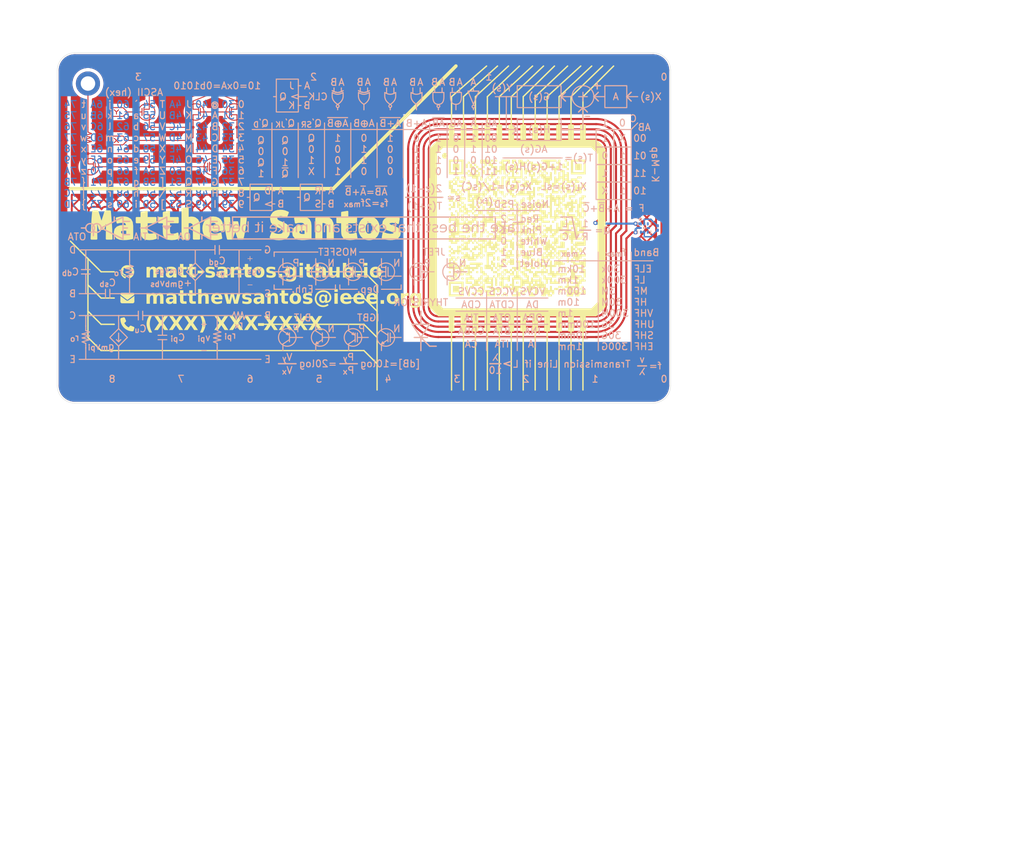
<source format=kicad_pcb>
(kicad_pcb (version 20240108) (generator "pcbnew") (generator_version "8.0")
  (title_block (rev "1.0") (comment 1 "Matthew Santos") (comment 2 "Matthew Santos"))
  (layers (0 "F.Cu" signal) (31 "B.Cu" signal) (34 "B.Paste" user) (35 "F.Paste" user) (36 "B.SilkS" user "B.Silkscreen") (37 "F.SilkS" user "F.Silkscreen") (38 "B.Mask" user) (39 "F.Mask" user) (44 "Edge.Cuts" user))
  (net 0 "")
  (net 1 "GND")
  (net 2 "/Antenna")
  (net 4 "/VCC")
  (net 5 "/VSS")
  (net 6 "/SCL")
  (net 7 "/SDA")
  (net 8 "Temp")
  (footprint "MountingHole:MountingHole_2.1mm" (layer "F.Cu") (at 29.845 29.845)
    (property "Reference" "REF**" (hide yes))
    (property "Value" "MountingHole_2.1mm" (hide yes))
  )
  (footprint "kibuzzard-6765DA2E" (layer "F.Cu") (at 52.705 50.165)
    (property "Reference" "kibuzzard-6765DA2E" (hide yes))
    (property "Value" "G***" (hide yes))
  )
  (footprint "kibuzzard-6765DA4E" (layer "F.Cu") (at 52.705 50.165)
    (property "Reference" "kibuzzard-6765DA4E" (hide yes))
    (property "Value" "G***" (hide yes))
  )
  (footprint "Capacitor_SMD:C_0201_0603Metric" (layer "B.Cu") (at 112.395 50.8 -90)
    (property "Reference" "C1" (hide yes))
    (property "Value" "150n" (hide yes))
  )
  (footprint "libraries:IC_NT3H2211W0FHKH" (layer "B.Cu") (at 110.49 50.8 -90)
    (property "Reference" "U2" (hide yes))
    (property "Value" "NT3H2211W0FHKH" (hide yes))
  )
  (gr_line (start 57.790292 27.365642) (end 58.318824 27.583447) (stroke (width 0.13)) (layer "F.Cu") (net 1))
  (gr_line (start 38.209855 28.433289) (end 39.260145 28.71671) (stroke (width 0.13)) (layer "F.Cu") (net 1))
  (gr_line (start 72.238447 29.183542) (end 72.238447 30.506458) (stroke (width 0.13)) (layer "F.Cu") (net 1))
  (gr_line (start 67.30873 39.343542) (end 67.30873 40.005) (stroke (width 0.13)) (layer "F.Cu") (net 1))
  (gr_arc (start 76.26 39.37) (mid 77.544337 36.269337) (end 80.645 34.985) (stroke (width 0.3)) (layer "F.Cu") (net 2))
  (gr_line (start 31.954209 41.909999) (end 30.895876 41.909999) (stroke (width 0.13)) (layer "F.Cu") (net 1))
  (gr_arc (start 80.01 39.37) (mid 80.195987 38.920987) (end 80.645 38.735) (stroke (width 0.3)) (layer "F.Cu") (net 2))
  (gr_poly (pts (xy 61.595 33.3375) (xy 60.96 33.9725) (xy 61.595 34.6075) (xy 63.5 34.6075) (xy 63.5 33.3375)) (stroke (width 0.13)) (fill none) (layer "F.Cu") (net 1))
  (gr_line (start 57.259855 28.433289) (end 58.310145 28.71671) (stroke (width 0.13)) (layer "F.Cu") (net 1))
  (gr_line (start 72.495833 34.114105) (end 73.546123 34.397526) (stroke (width 0.13)) (layer "F.Cu") (net 1))
  (gr_line (start 67.829853 38.842526) (end 66.779563 39.125737) (stroke (width 0.13)) (layer "F.Cu") (net 1))
  (gr_poly (pts (xy 48.895 36.195) (xy 48.26 35.56) (xy 47.625 36.195) (xy 47.625 38.1) (xy 48.895 38.1)) (stroke (width 0.13)) (fill none) (layer "F.Cu") (net 1))
  (gr_line (start 38.735 34.369375) (end 37.948447 34.369375) (stroke (width 0.13)) (layer "F.Cu") (net 1))
  (gr_line (start 66.779563 39.125737) (end 67.30873 39.343542) (stroke (width 0.13)) (layer "F.Cu") (net 1))
  (gr_circle (center 57.785 29.845) (end 57.635 29.845) (stroke (width 0.13)) (fill solid) (layer "F.Cu") (net 1))
  (gr_line (start 66.779563 37.992473) (end 67.837897 38.275895) (stroke (width 0.13)) (layer "F.Cu") (net 1))
  (gr_line (start 73.025 28.2575) (end 73.025 26.035) (stroke (width 0.13)) (layer "F.Cu") (net 1))
  (gr_line (start 48.26 40.005) (end 45.085 40.005) (stroke (width 0.13)) (layer "F.Cu") (net 1))
  (gr_circle (center 48.26 40.005) (end 48.41 40.005) (stroke (width 0.13)) (fill solid) (layer "F.Cu") (net 1))
  (gr_arc (start 80.645 63.615) (mid 79.665657 63.209343) (end 79.26 62.23) (stroke (width 0.3)) (layer "F.Cu") (net 2))
  (gr_arc (start 103.505 35.735) (mid 106.075333 36.799667) (end 107.14 39.37) (stroke (width 0.3)) (layer "F.Cu") (net 2))
  (gr_line (start 66.523447 33.311042) (end 66.523447 34.633958) (stroke (width 0.13)) (layer "F.Cu") (net 1))
  (gr_line (start 51.435 35.56) (end 51.435 34.369375) (stroke (width 0.13)) (layer "F.Cu") (net 1))
  (gr_line (start 45.085 33.575625) (end 45.871553 33.575625) (stroke (width 0.13)) (layer "F.Cu") (net 1))
  (gr_line (start 67.31 36.195) (end 74.295 36.195) (stroke (width 0.13)) (layer "F.Cu") (net 1))
  (gr_line (start 53.54447 38.1) (end 60.96 38.1) (stroke (width 0.13)) (layer "F.Cu") (net 1))
  (gr_line (start 67.838532 37.709263) (end 66.779563 37.992473) (stroke (width 0.13)) (layer "F.Cu") (net 1))
  (gr_line (start 45.085 32.385) (end 45.085 33.575625) (stroke (width 0.13)) (layer "F.Cu") (net 1))
  (gr_line (start 45.085 32.385) (end 51.435 29.845) (stroke (width 0.13)) (layer "F.Cu") (net 1))
  (gr_circle (center 38.739022 29.879184) (end 38.889022 29.879184) (stroke (width 0.13)) (fill solid) (layer "F.Cu") (net 1))
  (gr_line (start 39.268189 28.150079) (end 38.209855 28.433289) (stroke (width 0.13)) (layer "F.Cu") (net 1))
  (gr_line (start 51.435 39.6875) (end 51.435 38.496875) (stroke (width 0.13)) (layer "F.Cu") (net 1))
  (gr_arc (start 26.235 27.94) (mid 26.734383 26.734383) (end 27.94 26.235) (stroke (width 1.25)) (layer "F.Cu") (net 1))
  (gr_line (start 45.085 34.369375) (end 45.871553 34.369375) (stroke (width 0.13)) (layer "F.Cu") (net 1))
  (gr_line (start 36.62553 33.9725) (end 37.683863 33.9725) (stroke (width 0.13)) (layer "F.Cu") (net 1))
  (gr_line (start 73.025 28.2575) (end 73.025 29.448125) (stroke (width 0.13)) (layer "F.Cu") (net 1))
  (gr_line (start 51.435 31.75) (end 64.77 31.75) (stroke (width 0.13)) (layer "F.Cu") (net 1))
  (gr_line (start 73.025 35.56) (end 73.025 37.465) (stroke (width 0.13)) (layer "F.Cu") (net 1))
  (gr_line (start 73.025 34.898542) (end 73.025 35.56) (stroke (width 0.13)) (layer "F.Cu") (net 1))
  (gr_line (start 37.948447 33.311042) (end 37.948447 34.633958) (stroke (width 0.13)) (layer "F.Cu") (net 1))
  (gr_line (start 44.298447 37.438542) (end 44.298447 38.761458) (stroke (width 0.13)) (layer "F.Cu") (net 1))
  (gr_line (start 66.258863 33.443333) (end 66.258863 34.501667) (stroke (width 0.13)) (layer "F.Cu") (net 1))
  (gr_arc (start 104.14 62.23) (mid 103.954013 62.679013) (end 103.505 62.865) (stroke (width 0.3)) (layer "F.Cu") (net 2))
  (gr_line (start 57.790292 26.704184) (end 57.790292 27.365642) (stroke (width 0.13)) (layer "F.Cu") (net 1))
  (gr_line (start 51.435 32.385) (end 45.085 29.845) (stroke (width 0.13)) (layer "F.Cu") (net 1))
  (gr_line (start 62.5475 34.29) (end 62.5475 33.9725) (stroke (width 0.13)) (layer "F.Cu") (net 1))
  (gr_circle (center 72.644697 29.845) (end 71.444697 29.845) (stroke (width 0.13)) (fill none) (layer "F.Cu") (net 1))
  (gr_arc (start 105.64 62.23) (mid 105.014673 63.739673) (end 103.505 64.365) (stroke (width 0.3)) (layer "F.Cu") (net 2))
  (gr_line (start 38.735 36.195) (end 38.735 35.56) (stroke (width 0.13)) (layer "F.Cu") (net 1))
  (gr_line (start 46.15053 41.91) (end 47.208863 41.91) (stroke (width 0.13)) (layer "F.Cu") (net 1))
  (gr_line (start 30.365806 38.24171) (end 29.315516 38.524921) (stroke (width 0.13)) (layer "F.Cu") (net 1))
  (gr_circle (center 73.025635 31.90875) (end 73.175635 31.90875) (stroke (width 0.13)) (fill solid) (layer "F.Cu") (net 1))
  (gr_arc (start 103.505 34.985) (mid 106.605663 36.269337) (end 107.89 39.37) (stroke (width 0.3)) (layer "F.Cu") (net 2))
  (gr_line (start 51.435 34.369375) (end 50.648447 34.369375) (stroke (width 0.13)) (layer "F.Cu") (net 1))
  (gr_line (start 57.785 36.195) (end 51.435 36.195) (stroke (width 0.13)) (layer "F.Cu") (net 1))
  (gr_line (start 51.435 32.385) (end 51.435 31.75) (stroke (width 0.13)) (layer "F.Cu") (net 1))
  (gr_line (start 57.259855 27.866657) (end 58.318189 28.150079) (stroke (width 0.13)) (layer "F.Cu") (net 1))
  (gr_arc (start 107.89 62.23) (mid 106.605663 65.330663) (end 103.505 66.615) (stroke (width 0.3)) (layer "F.Cu") (net 2))
  (gr_line (start 53.54447 38.1) (end 52.486137 38.1) (stroke (width 0.13)) (layer "F.Cu") (net 1))
  (gr_line (start 26.235 27.94) (end 26.235 73.66) (stroke (width 1.25)) (layer "F.Cu") (net 1))
  (gr_line (start 48.26 43.4975) (end 48.26 42.306875) (stroke (width 0.13)) (layer "F.Cu") (net 1))
  (gr_line (start 58.310145 28.71671) (end 57.259855 28.999921) (stroke (width 0.13)) (layer "F.Cu") (net 1))
  (gr_line (start 57.785 35.56) (end 57.785 36.195) (stroke (width 0.13)) (layer "F.Cu") (net 1))
  (gr_line (start 51.435 33.575625) (end 50.648447 33.575625) (stroke (width 0.13)) (layer "F.Cu") (net 1))
  (gr_line (start 47.19447 33.9725) (end 49.32553 33.9725) (stroke (width 0.13)) (layer "F.Cu") (net 1))
  (gr_arc (start 106.39 62.23) (mid 105.545003 64.270003) (end 103.505 65.115) (stroke (width 0.3)) (layer "F.Cu") (net 2))
  (gr_arc (start 107.14 62.23) (mid 106.075333 64.800333) (end 103.505 65.865) (stroke (width 0.3)) (layer "F.Cu") (net 2))
  (gr_line (start 37.683863 33.443333) (end 37.683863 34.501667) (stroke (width 0.13)) (layer "F.Cu") (net 1))
  (gr_line (start 65.20053 33.9725) (end 66.258863 33.9725) (stroke (width 0.13)) (layer "F.Cu") (net 1))
  (gr_line (start 59.89447 33.9725) (end 58.836137 33.9725) (stroke (width 0.13)) (layer "F.Cu") (net 1))
  (gr_line (start 45.085 40.005) (end 45.085 39.6875) (stroke (width 0.13)) (layer "F.Cu") (net 1))
  (gr_line (start 73.546123 34.397526) (end 72.495833 34.680737) (stroke (width 0.13)) (layer "F.Cu") (net 1))
  (gr_line (start 73.025 30.241875) (end 72.238447 30.241875) (stroke (width 0.13)) (layer "F.Cu") (net 1))
  (gr_line (start 45.085 36.5125) (end 45.085 37.703125) (stroke (width 0.13)) (layer "F.Cu") (net 1))
  (gr_line (start 27.94 26.235) (end 111.76 26.235) (stroke (width 1.25)) (layer "F.Cu") (net 1))
  (gr_line (start 38.740292 27.365642) (end 39.268824 27.583447) (stroke (width 0.13)) (layer "F.Cu") (net 1))
  (gr_circle (center 38.735 41.91) (end 38.885 41.91) (stroke (width 0.13)) (fill solid) (layer "F.Cu") (net 1))
  (gr_arc (start 77.01 39.37) (mid 78.074667 36.799667) (end 80.645 35.735) (stroke (width 0.3)) (layer "F.Cu") (net 2))
  (gr_line (start 51.435 36.5125) (end 51.435 37.703125) (stroke (width 0.13)) (layer "F.Cu") (net 1))
  (gr_line (start 48.26 42.306875) (end 47.473447 42.306875) (stroke (width 0.13)) (layer "F.Cu") (net 1))
  (gr_line (start 62.23 33.655) (end 62.5475 33.9725) (stroke (width 0.13)) (layer "F.Cu") (net 1))
  (gr_line (start 63.1825 38.1) (end 62.865 38.1) (stroke (width 0.13)) (layer "F.Cu") (net 1))
  (gr_arc (start 103.505 37.985) (mid 104.484343 38.390657) (end 104.89 39.37) (stroke (width 0.3)) (layer "F.Cu") (net 2))
  (gr_line (start 52.221553 38.761458) (end 52.221553 37.438542) (stroke (width 0.13)) (layer "F.Cu") (net 1))
  (gr_line (start 67.30873 40.005) (end 67.31 43.18) (stroke (width 0.13)) (layer "F.Cu") (net 1))
  (gr_line (start 31.954209 41.909999) (end 33.02 41.91) (stroke (width 0.13)) (layer "F.Cu") (net 1))
  (gr_line (start 51.435 29.845) (end 57.785 29.845) (stroke (width 0.13)) (layer "F.Cu") (net 1))
  (gr_arc (start 79.26 39.37) (mid 79.665657 38.390657) (end 80.645 37.985) (stroke (width 0.3)) (layer "F.Cu") (net 2))
  (gr_line (start 73.02627 33.046458) (end 73.554802 33.264263) (stroke (width 0.13)) (layer "F.Cu") (net 1))
  (gr_line (start 73.554167 33.830895) (end 72.495833 34.114105) (stroke (width 0.13)) (layer "F.Cu") (net 1))
  (gr_circle (center 38.354697 33.9725) (end 37.154697 33.9725) (stroke (width 0.13)) (fill none) (layer "F.Cu") (net 1))
  (gr_line (start 58.836137 34.501667) (end 58.836137 33.443333) (stroke (width 0.13)) (layer "F.Cu") (net 1))
  (gr_line (start 67.31 32.385) (end 67.31 33.575625) (stroke (width 0.13)) (layer "F.Cu") (net 1))
  (gr_line (start 38.739022 29.217726) (end 38.739022 29.879184) (stroke (width 0.13)) (layer "F.Cu") (net 1))
  (gr_line (start 48.26 40.3225) (end 48.26 41.513125) (stroke (width 0.13)) (layer "F.Cu") (net 1))
  (gr_line (start 34.925 57.15) (end 60.6425 57.15) (stroke (width 3)) (layer "F.Cu") (net 1))
  (gr_line (start 51.435 32.385) (end 51.435 33.575625) (stroke (width 0.13)) (layer "F.Cu") (net 1))
  (gr_line (start 29.845953 36.890642) (end 30.374485 37.108447) (stroke (width 0.13)) (layer "F.Cu") (net 1))
  (gr_line (start 72.495833 33.547473) (end 73.554167 33.830895) (stroke (width 0.13)) (layer "F.Cu") (net 1))
  (gr_line (start 73.554802 33.264263) (end 72.495833 33.547473) (stroke (width 0.13)) (layer "F.Cu") (net 1))
  (gr_line (start 60.96 33.9725) (end 59.89447 33.9725) (stroke (width 0.13)) (layer "F.Cu") (net 1))
  (gr_line (start 48.26 35.56) (end 48.26 33.9725) (stroke (width 0.13)) (layer "F.Cu") (net 1))
  (gr_circle (center 29.845 40.005028) (end 29.995 40.005028) (stroke (width 0.13)) (fill solid) (layer "F.Cu") (net 1))
  (gr_line (start 30.374485 37.108447) (end 29.315516 37.391657) (stroke (width 0.13)) (layer "F.Cu") (net 1))
  (gr_line (start 58.571553 34.633958) (end 58.571553 33.311042) (stroke (width 0.13)) (layer "F.Cu") (net 1))
  (gr_line (start 30.631292 42.571457) (end 30.631292 41.248541) (stroke (width 0.13)) (layer "F.Cu") (net 1))
  (gr_line (start 48.5775 36.5125) (end 48.26 36.83) (stroke (width 0.13)) (layer "F.Cu") (net 1))
  (gr_circle (center 51.435 32.385) (end 51.585 32.385) (stroke (width 0.13)) (fill solid) (layer "F.Cu") (net 1))
  (gr_circle (center 30.225043 41.909999) (end 31.425043 41.909999) (stroke (width 0.13)) (fill none) (layer "F.Cu") (net 1))
  (gr_line (start 71.973863 29.315833) (end 71.973863 30.374167) (stroke (width 0.13)) (layer "F.Cu") (net 1))
  (gr_line (start 48.26 36.83) (end 48.5775 37.1475) (stroke (width 0.13)) (layer "F.Cu") (net 1))
  (gr_line (start 35.56 38.1) (end 42.97553 38.1) (stroke (width 0.13)) (layer "F.Cu") (net 1))
  (gr_circle (center 67.31 36.195) (end 67.46 36.195) (stroke (width 0.13)) (fill solid) (layer "F.Cu") (net 1))
  (gr_line (start 67.31 37.491458) (end 67.838532 37.709263) (stroke (width 0.13)) (layer "F.Cu") (net 1))
  (gr_line (start 33.655 33.655) (end 33.9725 33.9725) (stroke (width 0.13)) (layer "F.Cu") (net 1))
  (gr_line (start 73.02627 32.385) (end 73.025 31.4325) (stroke (width 0.13)) (layer "F.Cu") (net 1))
  (gr_line (start 38.735 35.56) (end 38.735 34.369375) (stroke (width 0.13)) (layer "F.Cu") (net 1))
  (gr_line (start 29.844683 38.742726) (end 29.844683 39.404184) (stroke (width 0.13)) (layer "F.Cu") (net 1))
  (gr_line (start 73.02627 32.385) (end 73.02627 33.046458) (stroke (width 0.13)) (layer "F.Cu") (net 1))
  (gr_line (start 73.025 29.448125) (end 72.238447 29.448125) (stroke (width 0.13)) (layer "F.Cu") (net 1))
  (gr_line (start 45.085 36.195) (end 38.735 36.195) (stroke (width 0.13)) (layer "F.Cu") (net 1))
  (gr_arc (start 27.94 75.365) (mid 26.734383 74.865617) (end 26.235 73.66) (stroke (width 1.25)) (layer "F.Cu") (net 1))
  (gr_line (start 44.033863 37.570833) (end 44.033863 38.629167) (stroke (width 0.13)) (layer "F.Cu") (net 1))
  (gr_line (start 29.844739 40.322499) (end 29.844739 41.513124) (stroke (width 0.13)) (layer "F.Cu") (net 1))
  (gr_line (start 48.26 43.4975) (end 48.26 45.085) (stroke (width 0.13)) (layer "F.Cu") (net 1))
  (gr_line (start 45.085 38.496875) (end 44.298447 38.496875) (stroke (width 0.13)) (layer "F.Cu") (net 1))
  (gr_line (start 113.465 27.94) (end 113.465 73.66) (stroke (width 1.25)) (layer "F.Cu") (net 1))
  (gr_circle (center 58.165304 33.9725) (end 59.365304 33.9725) (stroke (width 0.13)) (fill none) (layer "F.Cu") (net 1))
  (gr_poly (pts (xy 34.925 38.735) (xy 35.56 38.1) (xy 34.925 37.465) (xy 33.02 37.465) (xy 33.02 38.735)) (stroke (width 0.13)) (fill none) (layer "F.Cu") (net 1))
  (gr_line (start 38.740292 26.704184) (end 38.740292 27.365642) (stroke (width 0.13)) (layer "F.Cu") (net 1))
  (gr_line (start 67.31 33.575625) (end 66.523447 33.575625) (stroke (width 0.13)) (layer "F.Cu") (net 1))
  (gr_line (start 29.315516 37.391657) (end 30.37385 37.675079) (stroke (width 0.13)) (layer "F.Cu") (net 1))
  (gr_line (start 67.31 32.385) (end 67.31 26.035) (stroke (width 0.13)) (layer "F.Cu") (net 1))
  (gr_line (start 29.315516 38.524921) (end 29.844683 38.742726) (stroke (width 0.13)) (layer "F.Cu") (net 1))
  (gr_arc (start 80.645 65.865) (mid 78.074667 64.800333) (end 77.01 62.23) (stroke (width 0.3)) (layer "F.Cu") (net 2))
  (gr_poly (pts (xy 34.925 34.6075) (xy 35.56 33.9725) (xy 34.925 33.3375) (xy 33.02 33.3375) (xy 33.02 34.6075)) (stroke (width 0.13)) (fill none) (layer "F.Cu") (net 1))
  (gr_arc (start 113.465 73.66) (mid 112.965617 74.865617) (end 111.76 75.365) (stroke (width 1.25)) (layer "F.Cu") (net 1))
  (gr_line (start 52.486137 38.629167) (end 52.486137 37.570833) (stroke (width 0.13)) (layer "F.Cu") (net 1))
  (gr_line (start 39.260145 28.71671) (end 38.209855 28.999921) (stroke (width 0.13)) (layer "F.Cu") (net 1))
  (gr_line (start 33.655 38.4175) (end 34.29 37.7825) (stroke (width 0.13)) (layer "F.Cu") (net 1))
  (gr_line (start 57.785 33.575625) (end 58.571553 33.575625) (stroke (width 0.13)) (layer "F.Cu") (net 1))
  (gr_poly (pts (xy 61.595 37.465) (xy 60.96 38.1) (xy 61.595 38.735) (xy 63.5 38.735) (xy 63.5 37.465)) (stroke (width 0.13)) (fill none) (layer "F.Cu") (net 1))
  (gr_line (start 33.02 41.91) (end 46.15053 41.91) (stroke (width 0.13)) (layer "F.Cu") (net 1))
  (gr_line (start 57.785 35.56) (end 57.785 34.369375) (stroke (width 0.13)) (layer "F.Cu") (net 1))
  (gr_line (start 29.844739 43.497499) (end 29.844739 42.306874) (stroke (width 0.13)) (layer "F.Cu") (net 1))
  (gr_line (start 67.837897 38.275895) (end 66.779563 38.559105) (stroke (width 0.13)) (layer "F.Cu") (net 1))
  (gr_line (start 57.259855 28.999921) (end 57.789022 29.217726) (stroke (width 0.13)) (layer "F.Cu") (net 1))
  (gr_line (start 47.19447 33.9725) (end 46.136137 33.9725) (stroke (width 0.13)) (layer "F.Cu") (net 1))
  (gr_line (start 50.383863 33.443333) (end 50.383863 34.501667) (stroke (width 0.13)) (layer "F.Cu") (net 1))
  (gr_line (start 57.785 29.845) (end 62.865 29.845) (stroke (width 0.13)) (layer "F.Cu") (net 1))
  (gr_line (start 45.871553 34.633958) (end 45.871553 33.311042) (stroke (width 0.13)) (layer "F.Cu") (net 1))
  (gr_line (start 45.085 37.703125) (end 44.298447 37.703125) (stroke (width 0.13)) (layer "F.Cu") (net 1))
  (gr_line (start 34.925 60.96) (end 65.0875 60.96) (stroke (width 3)) (layer "F.Cu") (net 1))
  (gr_line (start 29.844739 42.306874) (end 30.631292 42.306874) (stroke (width 0.13)) (layer "F.Cu") (net 1))
  (gr_line (start 62.865 29.845) (end 70.91553 29.845) (stroke (width 0.13)) (layer "F.Cu") (net 1))
  (gr_line (start 67.31 36.83) (end 67.31 37.491458) (stroke (width 0.13)) (layer "F.Cu") (net 1))
  (gr_arc (start 80.645 62.865) (mid 80.195987 62.679013) (end 80.01 62.23) (stroke (width 0.3)) (layer "F.Cu") (net 2))
  (gr_line (start 72.495833 34.680737) (end 73.025 34.898542) (stroke (width 0.13)) (layer "F.Cu") (net 1))
  (gr_line (start 70.91553 29.845) (end 71.973863 29.845) (stroke (width 0.13)) (layer "F.Cu") (net 1))
  (gr_line (start 47.208863 41.380833) (end 47.208863 42.439167) (stroke (width 0.13)) (layer "F.Cu") (net 1))
  (gr_arc (start 80.645 64.365) (mid 79.135327 63.739673) (end 78.51 62.23) (stroke (width 0.3)) (layer "F.Cu") (net 2))
  (gr_line (start 111.76 75.365) (end 27.94 75.365) (stroke (width 1.25)) (layer "F.Cu") (net 1))
  (gr_line (start 45.085 39.6875) (end 45.085 38.496875) (stroke (width 0.13)) (layer "F.Cu") (net 1))
  (gr_line (start 35.56 33.9725) (end 36.62553 33.9725) (stroke (width 0.13)) (layer "F.Cu") (net 1))
  (gr_line (start 67.31 35.56) (end 67.31 34.369375) (stroke (width 0.13)) (layer "F.Cu") (net 1))
  (gr_circle (center 45.465304 33.9725) (end 46.665304 33.9725) (stroke (width 0.13)) (fill none) (layer "F.Cu") (net 1))
  (gr_line (start 57.785 29.845) (end 57.785 32.385) (stroke (width 0.13)) (layer "F.Cu") (net 1))
  (gr_line (start 48.26 40.005) (end 51.435 40.005) (stroke (width 0.13)) (layer "F.Cu") (net 1))
  (gr_line (start 29.845953 36.229184) (end 29.845 31.115) (stroke (width 0.13)) (layer "F.Cu") (net 1))
  (gr_line (start 29.315516 37.958289) (end 30.365806 38.24171) (stroke (width 0.13)) (layer "F.Cu") (net 1))
  (gr_line (start 33.9725 33.9725) (end 34.29 33.655) (stroke (width 0.13)) (layer "F.Cu") (net 1))
  (gr_line (start 47.473447 41.248542) (end 47.473447 42.571458) (stroke (width 0.13)) (layer "F.Cu") (net 1))
  (gr_line (start 33.9725 34.29) (end 33.9725 33.9725) (stroke (width 0.13)) (layer "F.Cu") (net 1))
  (gr_line (start 57.789022 29.217726) (end 57.789022 29.879184) (stroke (width 0.13)) (layer "F.Cu") (net 1))
  (gr_line (start 39.268824 27.583447) (end 38.209855 27.866657) (stroke (width 0.13)) (layer "F.Cu") (net 1))
  (gr_line (start 62.865 38.4175) (end 62.23 37.7825) (stroke (width 0.13)) (layer "F.Cu") (net 1))
  (gr_line (start 67.31 35.56) (end 67.31 36.83) (stroke (width 0.13)) (layer "F.Cu") (net 1))
  (gr_line (start 46.136137 34.501667) (end 46.136137 33.443333) (stroke (width 0.13)) (layer "F.Cu") (net 1))
  (gr_line (start 30.37385 37.675079) (end 29.315516 37.958289) (stroke (width 0.13)) (layer "F.Cu") (net 1))
  (gr_line (start 50.648447 33.311042) (end 50.648447 34.633958) (stroke (width 0.13)) (layer "F.Cu") (net 1))
  (gr_line (start 30.895876 42.439166) (end 30.895876 41.380832) (stroke (width 0.13)) (layer "F.Cu") (net 1))
  (gr_line (start 62.5475 33.9725) (end 62.865 33.655) (stroke (width 0.13)) (layer "F.Cu") (net 1))
  (gr_line (start 34.925 64.77) (end 53.0225 64.77) (stroke (width 3)) (layer "F.Cu") (net 1))
  (gr_line (start 38.735 33.575625) (end 37.948447 33.575625) (stroke (width 0.13)) (layer "F.Cu") (net 1))
  (gr_line (start 67.31 34.369375) (end 66.523447 34.369375) (stroke (width 0.13)) (layer "F.Cu") (net 1))
  (gr_line (start 29.844739 41.513124) (end 30.631292 41.513124) (stroke (width 0.13)) (layer "F.Cu") (net 1))
  (gr_line (start 38.735 29.845) (end 38.735 32.385) (stroke (width 0.13)) (layer "F.Cu") (net 1))
  (gr_line (start 64.77 33.9725) (end 64.77 31.75) (stroke (width 0.13)) (layer "F.Cu") (net 1))
  (gr_line (start 51.435 38.496875) (end 52.221553 38.496875) (stroke (width 0.13)) (layer "F.Cu") (net 1))
  (gr_circle (center 51.054697 33.9725) (end 49.854697 33.9725) (stroke (width 0.13)) (fill none) (layer "F.Cu") (net 1))
  (gr_line (start 49.32553 33.9725) (end 50.383863 33.9725) (stroke (width 0.13)) (layer "F.Cu") (net 1))
  (gr_arc (start 104.89 62.23) (mid 104.484343 63.209343) (end 103.505 63.615) (stroke (width 0.3)) (layer "F.Cu") (net 2))
  (gr_line (start 45.085 36.5125) (end 45.085 35.56) (stroke (width 0.13)) (layer "F.Cu") (net 1))
  (gr_line (start 51.435 40.005) (end 51.435 39.6875) (stroke (width 0.13)) (layer "F.Cu") (net 1))
  (gr_line (start 57.785 34.369375) (end 58.571553 34.369375) (stroke (width 0.13)) (layer "F.Cu") (net 1))
  (gr_arc (start 103.505 36.485) (mid 105.545003 37.329997) (end 106.39 39.37) (stroke (width 0.3)) (layer "F.Cu") (net 2))
  (gr_line (start 29.845953 36.229184) (end 29.845953 36.890642) (stroke (width 0.13)) (layer "F.Cu") (net 1))
  (gr_line (start 38.735 40.005) (end 29.845 40.005028) (stroke (width 0.13)) (layer "F.Cu") (net 1))
  (gr_line (start 42.97553 38.1) (end 44.033863 38.1) (stroke (width 0.13)) (layer "F.Cu") (net 1))
  (gr_arc (start 103.505 37.235) (mid 105.014673 37.860327) (end 105.64 39.37) (stroke (width 0.3)) (layer "F.Cu") (net 2))
  (gr_arc (start 103.505 38.735) (mid 103.954013 38.920987) (end 104.14 39.37) (stroke (width 0.3)) (layer "F.Cu") (net 2))
  (gr_circle (center 66.929697 33.9725) (end 65.729697 33.9725) (stroke (width 0.13)) (fill none) (layer "F.Cu") (net 1))
  (gr_circle (center 45.085 36.195) (end 45.235 36.195) (stroke (width 0.13)) (fill solid) (layer "F.Cu") (net 1))
  (gr_circle (center 47.879697 41.91) (end 46.679697 41.91) (stroke (width 0.13)) (fill none) (layer "F.Cu") (net 1))
  (gr_line (start 38.735 32.385) (end 38.735 33.575625) (stroke (width 0.13)) (layer "F.Cu") (net 1))
  (gr_line (start 66.779563 38.559105) (end 67.829853 38.842526) (stroke (width 0.13)) (layer "F.Cu") (net 1))
  (gr_line (start 38.209855 28.999921) (end 38.739022 29.217726) (stroke (width 0.13)) (layer "F.Cu") (net 1))
  (gr_line (start 48.26 41.513125) (end 47.473447 41.513125) (stroke (width 0.13)) (layer "F.Cu") (net 1))
  (gr_line (start 47.9425 36.83) (end 48.26 36.83) (stroke (width 0.13)) (layer "F.Cu") (net 1))
  (gr_line (start 51.435 36.5125) (end 51.435 35.56) (stroke (width 0.13)) (layer "F.Cu") (net 1))
  (gr_line (start 45.085 35.56) (end 45.085 34.369375) (stroke (width 0.13)) (layer "F.Cu") (net 1))
  (gr_line (start 48.26 37.465) (end 48.26 37.1475) (stroke (width 0.13)) (layer "F.Cu") (net 1))
  (gr_arc (start 78.51 39.37) (mid 79.135327 37.860327) (end 80.645 37.235) (stroke (width 0.3)) (layer "F.Cu") (net 2))
  (gr_arc (start 111.76 26.235) (mid 112.965617 26.734383) (end 113.465 27.94) (stroke (width 1.25)) (layer "F.Cu") (net 1))
  (gr_line (start 57.785 32.385) (end 57.785 33.575625) (stroke (width 0.13)) (layer "F.Cu") (net 1))
  (gr_line (start 58.318189 28.150079) (end 57.259855 28.433289) (stroke (width 0.13)) (layer "F.Cu") (net 1))
  (gr_circle (center 51.435 36.195) (end 51.585 36.195) (stroke (width 0.13)) (fill solid) (layer "F.Cu") (net 1))
  (gr_line (start 58.318824 27.583447) (end 57.259855 27.866657) (stroke (width 0.13)) (layer "F.Cu") (net 1))
  (gr_line (start 34.29 38.4175) (end 33.655 37.7825) (stroke (width 0.13)) (layer "F.Cu") (net 1))
  (gr_line (start 51.435 37.703125) (end 52.221553 37.703125) (stroke (width 0.13)) (layer "F.Cu") (net 1))
  (gr_line (start 38.735 40.005) (end 38.735 41.91) (stroke (width 0.13)) (layer "F.Cu") (net 1))
  (gr_line (start 73.025635 31.90875) (end 78.74 31.90875) (stroke (width 0.13)) (layer "F.Cu") (net 1))
  (gr_line (start 48.26 40.3225) (end 48.26 40.005) (stroke (width 0.13)) (layer "F.Cu") (net 1))
  (gr_arc (start 80.645 66.615) (mid 77.544337 65.330663) (end 76.26 62.23) (stroke (width 0.3)) (layer "F.Cu") (net 2))
  (gr_line (start 45.085 29.845) (end 38.735 29.845) (stroke (width 0.13)) (layer "F.Cu") (net 1))
  (gr_line (start 65.20053 33.9725) (end 64.77 33.9725) (stroke (width 0.13)) (layer "F.Cu") (net 1))
  (gr_arc (start 80.645 65.115) (mid 78.604997 64.270003) (end 77.76 62.23) (stroke (width 0.3)) (layer "F.Cu") (net 2))
  (gr_line (start 38.209855 27.866657) (end 39.268189 28.150079) (stroke (width 0.13)) (layer "F.Cu") (net 1))
  (gr_line (start 62.23 38.4175) (end 62.865 37.7825) (stroke (width 0.13)) (layer "F.Cu") (net 1))
  (gr_line (start 29.844739 40.322499) (end 29.844683 39.404184) (stroke (width 0.13)) (layer "F.Cu") (net 1))
  (gr_line (start 73.025 31.4325) (end 73.025 30.241875) (stroke (width 0.13)) (layer "F.Cu") (net 1))
  (gr_line (start 29.845 45.085) (end 29.844739 43.497499) (stroke (width 0.13)) (layer "F.Cu") (net 1))
  (gr_arc (start 77.76 39.37) (mid 78.604997 37.329997) (end 80.645 36.485) (stroke (width 0.3)) (layer "F.Cu") (net 2))
  (gr_poly (pts (xy 78.105 66.675) (xy 76.835 64.77) (xy 79.375 64.77)) (stroke (width 0.2)) (fill none) (layer "B.SilkS"))
  (gr_line (start 40.64 66.3575) (end 40.64 63.5) (stroke (width 0.16)) (layer "B.SilkS"))
  (gr_line (start 103.1875 30.1625) (end 104.14 30.1625) (stroke (width 0.2)) (layer "B.SilkS"))
  (gr_line (start 96.52 64.77) (end 83.185 64.77) (stroke (width 0.16)) (layer "B.SilkS"))
  (gr_line (start 65.249001 30.876875) (end 65.26683 30.888244) (stroke (width 0.16)) (layer "B.SilkS"))
  (gr_line (start 66.776325 30.918216) (end 66.846026 30.876875) (stroke (width 0.16)) (layer "B.SilkS"))
  (gr_line (start 69.063495 30.888244) (end 69.11388 30.918216) (stroke (width 0.16)) (layer "B.SilkS"))
  (gr_line (start 90.4875 36.5125) (end 92.075 36.5125) (stroke (width 0.16)) (layer "B.SilkS"))
  (gr_line (start 102.235 31.75) (end 100.965 31.75) (stroke (width 0.16)) (layer "B.SilkS"))
  (gr_line (start 29.527183 67.527805) (end 29.527183 68.189263) (stroke (width 0.16)) (layer "B.SilkS"))
  (gr_line (start 58.1025 56.515) (end 58.1025 55.245) (stroke (width 0.16)) (layer "B.SilkS"))
  (gr_line (start 89.69375 70.485) (end 88.10625 70.485) (stroke (width 0.2)) (layer "B.SilkS"))
  (gr_line (start 108.585 68.58) (end 108.585 54.2925) (stroke (width 0.16)) (layer "B.SilkS"))
  (gr_line (start 35.878453 56.150721) (end 36.406985 56.368526) (stroke (width 0.16)) (layer "B.SilkS"))
  (gr_line (start 58.7375 56.515) (end 58.1025 56.515) (stroke (width 0.16)) (layer "B.SilkS"))
  (gr_line (start 69.654896 31.124098) (end 69.691364 31.130089) (stroke (width 0.16)) (layer "B.SilkS"))
  (gr_poly (pts (xy 34.29 65.405) (xy 35.56 66.675) (xy 34.29 67.945) (xy 33.02 66.675)) (stroke (width 0.16)) (fill none) (layer "B.SilkS"))
  (gr_circle (center 101.6 31.75) (end 100.0125 31.75) (stroke (width 0.16)) (fill none) (layer "B.SilkS"))
  (gr_line (start 53.6575 55.245) (end 53.0225 55.245) (stroke (width 0.1)) (layer "B.SilkS"))
  (gr_line (start 88.5825 70.00875) (end 89.2175 69.05625) (stroke (width 0.16)) (layer "B.SilkS"))
  (gr_line (start 90.4875 31.75) (end 90.4875 36.5125) (stroke (width 0.16)) (layer "B.SilkS"))
  (gr_line (start 70.390412 31.009167) (end 70.493899 30.960591) (stroke (width 0.16)) (layer "B.SilkS"))
  (gr_line (start 68.58 67.31) (end 68.58 66.04) (stroke (width 0.16)) (layer "B.SilkS"))
  (gr_line (start 98.425 31.75) (end 99.06 31.115) (stroke (width 0.2)) (layer "B.SilkS"))
  (gr_line (start 59.055 66.3575) (end 58.1025 65.7225) (stroke (width 0.16)) (layer "B.SilkS"))
  (gr_line (start 98.425 31.75) (end 99.06 32.385) (stroke (width 0.2)) (layer "B.SilkS"))
  (gr_line (start 92.075 36.5125) (end 91.44 35.8775) (stroke (width 0.2)) (layer "B.SilkS"))
  (gr_line (start 60.343521 30.1625) (end 60.748333 30.1625) (stroke (width 0.16)) (layer "B.SilkS"))
  (gr_poly (pts (xy 72.39 67.6275) (xy 72.545476 67.317067) (xy 72.73452 67.590916)) (stroke (width 0.16)) (fill solid) (layer "B.SilkS"))
  (gr_line (start 48.048016 67.31) (end 48.577183 67.527805) (stroke (width 0.16)) (layer "B.SilkS"))
  (gr_line (start 65.353161 30.938241) (end 65.395504 30.960591) (stroke (width 0.16)) (layer "B.SilkS"))
  (gr_line (start 92.075 60.0075) (end 92.075 68.58) (stroke (width 0.16)) (layer "B.SilkS"))
  (gr_circle (center 110.49 50.8) (end 110.49 50.8) (stroke (width 0.2)) (fill none) (layer "B.SilkS"))
  (gr_line (start 69.839417 31.141458) (end 69.913853 31.138487) (stroke (width 0.16)) (layer "B.SilkS"))
  (gr_line (start 63.8175 47.3075) (end 64.222312 47.3075) (stroke (width 0.16)) (layer "B.SilkS"))
  (gr_line (start 88.9 69.5325) (end 89.2175 70.00875) (stroke (width 0.16)) (layer "B.SilkS"))
  (gr_line (start 73.3425 66.3575) (end 72.39 65.7225) (stroke (width 0.16)) (layer "B.SilkS"))
  (gr_circle (center 58.7375 57.15) (end 60.0075 57.15) (stroke (width 0.16)) (fill none) (layer "B.SilkS"))
  (gr_line (start 75.2475 54.2925) (end 75.2475 54.9275) (stroke (width 0.16)) (layer "B.SilkS"))
  (gr_line (start 107.95 31.75) (end 108.585 31.115) (stroke (width 0.2)) (layer "B.SilkS"))
  (gr_line (start 32.385 60.325) (end 28.575 60.325) (stroke (width 0.16)) (layer "B.SilkS"))
  (gr_line (start 82.8675 57.15) (end 84.7725 57.15) (stroke (width 0.16)) (layer "B.SilkS"))
  (gr_line (start 76.939563 30.48) (end 76.939563 31.27375) (stroke (width 0.16)) (layer "B.SilkS"))
  (gr_line (start 99.85375 51.1175) (end 98.26625 51.1175) (stroke (width 0.2)) (layer "B.SilkS"))
  (gr_line (start 66.47132 31.057742) (end 66.534289 31.033842) (stroke (width 0.16)) (layer "B.SilkS"))
  (gr_poly (pts (xy 58.910674 66.279893) (xy 58.596158 66.217855) (xy 58.778725 65.994064)) (stroke (width 0.16)) (fill solid) (layer "B.SilkS"))
  (gr_line (start 63.5 57.30875) (end 63.5 56.99125) (stroke (width 0.16)) (layer "B.SilkS"))
  (gr_line (start 69.7651 31.138487) (end 69.802222 31.140699) (stroke (width 0.16)) (layer "B.SilkS"))
  (gr_line (start 72.39 68.58) (end 72.39 67.6275) (stroke (width 0.16)) (layer "B.SilkS"))
  (gr_line (start 65.7225 59.69) (end 65.7225 59.055) (stroke (width 0.16)) (layer "B.SilkS"))
  (gr_line (start 63.5 56.67375) (end 63.5 56.35625) (stroke (width 0.16)) (layer "B.SilkS"))
  (gr_line (start 64.135 43.4975) (end 64.135 35.56) (stroke (width 0.16)) (layer "B.SilkS"))
  (gr_line (start 68.2625 56.515) (end 67.6275 56.515) (stroke (width 0.16)) (layer "B.SilkS"))
  (gr_line (start 91.1225 70.1675) (end 90.17 70.485) (stroke (width 0.2)) (layer "B.SilkS"))
  (gr_line (start 56.745188 31.75) (end 57.15 31.75) (stroke (width 0.16)) (layer "B.SilkS"))
  (gr_line (start 87.63 60.0075) (end 87.63 68.58) (stroke (width 0.16)) (layer "B.SilkS"))
  (gr_line (start 45.4025 57.785) (end 45.085 57.4675) (stroke (width 0.16)) (layer "B.SilkS"))
  (gr_line (start 83.185 32.86125) (end 83.185 33.655) (stroke (width 0.16)) (layer "B.SilkS"))
  (gr_line (start 72.39 59.69) (end 75.2475 59.69) (stroke (width 0.16)) (layer "B.SilkS"))
  (gr_poly (pts (xy 85.925825 33.202302) (xy 85.925058 33.212385) (xy 85.923796 33.222321) (xy 85.92205 33.232098) (xy 85.919833 33.241704) (xy 85.917157 33.251126) (xy 85.914036 33.260351) (xy 85.910481 33.269367) (xy 85.906505 33.278162) (xy 85.90212 33.286722) (xy 85.89734 33.295037) (xy 85.892175 33.303092) (xy 85.88664 33.310877) (xy 85.880746 33.318377) (xy 85.874505 33.325581) (xy 85.867931 33.332476) (xy 85.861036 33.33905) (xy 85.853832 33.345291) (xy 85.846332 33.351185) (xy 85.838548 33.35672) (xy 85.830492 33.361885) (xy 85.822178 33.366665) (xy 85.813617 33.37105) (xy 85.804822 33.375026) (xy 85.795806 33.378581) (xy 85.786581 33.381702) (xy 85.777159 33.384378) (xy 85.767554 33.386595) (xy 85.757776 33.388341) (xy 85.74784 33.389603) (xy 85.737757 33.39037) (xy 85.72754 33.390628) (xy 85.717323 33.39037) (xy 85.70724 33.389603) (xy 85.697304 33.388341) (xy 85.687527 33.386595) (xy 85.677921 33.384378) (xy 85.668499 33.381702) (xy 85.659274 33.378581) (xy 85.650258 33.375026) (xy 85.641463 33.37105) (xy 85.632903 33.366665) (xy 85.624588 33.361885) (xy 85.616533 33.35672) (xy 85.608749 33.351185) (xy 85.601248 33.345291) (xy 85.594044 33.33905) (xy 85.587149 33.332476) (xy 85.580575 33.325581) (xy 85.574335 33.318377) (xy 85.56844 33.310877) (xy 85.562905 33.303092) (xy 85.557741 33.295037) (xy 85.55296 33.286722) (xy 85.548575 33.278162) (xy 85.544599 33.269367) (xy 85.541044 33.260351) (xy 85.537923 33.251126) (xy 85.535248 33.241704) (xy 85.533031 33.232098) (xy 85.531285 33.222321) (xy 85.530022 33.212385) (xy 85.529255 33.202302) (xy 85.528997 33.192085) (xy 85.529255 33.181868) (xy 85.530022 33.171785) (xy 85.531285 33.161849) (xy 85.533031 33.152072) (xy 85.535248 33.142466) (xy 85.537923 33.133044) (xy 85.541044 33.123819) (xy 85.544599 33.114803) (xy 85.548575 33.106008) (xy 85.55296 33.097447) (xy 85.557741 33.089133) (xy 85.562905 33.081078) (xy 85.56844 33.073293) (xy 85.574335 33.065793) (xy 85.580575 33.058589) (xy 85.587149 33.051694) (xy 85.594044 33.04512) (xy 85.601248 33.038879) (xy 85.608749 33.032985) (xy 85.616533 33.02745) (xy 85.624588 33.022285) (xy 85.632903 33.017505) (xy 85.641463 33.01312) (xy 85.650258 33.009144) (xy 85.659274 33.005589) (xy 85.668499 33.002468) (xy 85.677921 32.999792) (xy 85.687527 32.997575) (xy 85.697304 32.995829) (xy 85.70724 32.994567) (xy 85.717323 32.9938) (xy 85.72754 32.993542) (xy 85.737757 32.9938) (xy 85.74784 32.994567) (xy 85.757776 32.995829) (xy 85.767554 32.997575) (xy 85.777159 32.999792) (xy 85.786581 33.002468) (xy 85.795806 33.005589) (xy 85.804822 33.009144) (xy 85.813617 33.01312) (xy 85.822178 33.017505) (xy 85.830492 33.022285) (xy 85.838548 33.02745) (xy 85.846332 33.032985) (xy 85.853832 33.038879) (xy 85.861036 33.04512) (xy 85.867931 33.051694) (xy 85.874505 33.058589) (xy 85.880746 33.065793) (xy 85.88664 33.073293) (xy 85.892175 33.081078) (xy 85.89734 33.089133) (xy 85.90212 33.097447) (xy 85.906505 33.106008) (xy 85.910481 33.114803) (xy 85.914036 33.123819) (xy 85.917157 33.133044) (xy 85.919833 33.142466) (xy 85.92205 33.152072) (xy 85.923796 33.161849) (xy 85.925058 33.171785) (xy 85.925825 33.181868) (xy 85.926083 33.192085)) (stroke (width 0.16)) (fill none) (layer "B.SilkS"))
  (gr_line (start 72.39 56.515) (end 72.39 55.245) (stroke (width 0.16)) (layer "B.SilkS"))
  (gr_circle (center 73.025 66.675) (end 74.295 66.675) (stroke (width 0.16)) (fill none) (layer "B.SilkS"))
  (gr_line (start 90.01125 40.64) (end 98.58375 40.64) (stroke (width 0.16)) (layer "B.SilkS"))
  (gr_line (start 48.5775 63.5) (end 48.578453 65.014263) (stroke (width 0.16)) (layer "B.SilkS"))
  (gr_line (start 34.925 49.8475) (end 35.8775 49.8475) (stroke (width 0.2)) (layer "B.SilkS"))
  (gr_poly (pts (xy 83.9772 31.835731) (xy 83.973518 31.927877) (xy 83.966348 32.024092) (xy 83.954527 32.122632) (xy 83.936892 32.221754) (xy 83.912281 32.319713) (xy 83.879531 32.414765) (xy 83.859741 32.460657) (xy 83.83748 32.505167) (xy 83.812602 32.548079) (xy 83.784963 32.589173) (xy 83.754418 32.628234) (xy 83.72082 32.665041) (xy 83.684025 32.699377) (xy 83.643887 32.731025) (xy 83.600261 32.759766) (xy 83.553001 32.785382) (xy 83.501962 32.807656) (xy 83.447 32.826368) (xy 83.387967 32.841302) (xy 83.32472 32.852239) (xy 83.257113 32.858961) (xy 83.185 32.86125) (xy 83.112887 32.858961) (xy 83.04528 32.852239) (xy 82.982033 32.841302) (xy 82.923001 32.826368) (xy 82.868038 32.807656) (xy 82.816999 32.785382) (xy 82.76974 32.759766) (xy 82.726113 32.731025) (xy 82.685975 32.699377) (xy 82.64918 32.665041) (xy 82.615582 32.628234) (xy 82.585037 32.589173) (xy 82.557398 32.548079) (xy 82.532521 32.505167) (xy 82.510259 32.460657) (xy 82.490469 32.414765) (xy 82.473004 32.367712) (xy 82.457719 32.319713) (xy 82.444469 32.270988) (xy 82.433108 32.221754) (xy 82.415473 32.122632) (xy 82.403652 32.024092) (xy 82.396482 31.927877) (xy 82.3928 31.835731) (xy 82.39125 31.670625) (xy 82.39125 31.141458) (xy 83.97875 31.141458) (xy 83.97875 31.670625)) (stroke (width 0.16)) (fill none) (layer "B.SilkS"))
  (gr_line (start 37.1475 63.5) (end 34.29 63.5) (stroke (width 0.16)) (layer "B.SilkS"))
  (gr_line (start 54.9275 60.325) (end 48.5775 60.325) (stroke (width 0.16)) (layer "B.SilkS"))
  (gr_line (start 65.497048 31.009167) (end 65.555087 31.033842) (stroke (width 0.16)) (layer "B.SilkS"))
  (gr_line (start 65.85823 31.124098) (end 65.894698 31.130089) (stroke (width 0.16)) (layer "B.SilkS"))
  (gr_line (start 58.7375 56.67375) (end 58.7375 56.35625) (stroke (width 0.16)) (layer "B.SilkS"))
  (gr_poly (pts (xy 31.75 50.8) (xy 34.925 49.2125) (xy 34.925 52.3875)) (stroke (width 0.2)) (fill none) (layer "B.SilkS"))
  (gr_line (start 34.29 67.31) (end 34.6075 66.9925) (stroke (width 0.16)) (layer "B.SilkS"))
  (gr_line (start 65.716717 31.090444) (end 65.751296 31.100117) (stroke (width 0.16)) (layer "B.SilkS"))
  (gr_line (start 51.894105 64.029167) (end 51.610895 62.970833) (stroke (width 0.16)) (layer "B.SilkS"))
  (gr_line (start 36.398306 57.501789) (end 35.348016 57.785) (stroke (width 0.16)) (layer "B.SilkS"))
  (gr_poly (pts (xy 78.261473 31.743876) (xy 78.254836 31.814802) (xy 78.244129 31.883403) (xy 78.229644 31.949678) (xy 78.21167 32.013627) (xy 78.190499 32.075251) (xy 78.166421 32.13455) (xy 78.139727 32.191523) (xy 78.110707 32.246171) (xy 78.079653 32.298494) (xy 78.046854 32.34849) (xy 78.012603 32.396162) (xy 77.940902 32.484529) (xy 77.866875 32.563594) (xy 77.792849 32.633357) (xy 77.721148 32.693818) (xy 77.654097 32.744978) (xy 77.594024 32.786836) (xy 77.504107 32.842646) (xy 77.47 32.86125) (xy 77.435894 32.842646) (xy 77.396749 32.819392) (xy 77.345977 32.786836) (xy 77.285903 32.744978) (xy 77.218853 32.693818) (xy 77.147152 32.633357) (xy 77.073125 32.563594) (xy 77.035967 32.525224) (xy 76.999099 32.484529) (xy 76.962812 32.441508) (xy 76.927398 32.396162) (xy 76.893146 32.34849) (xy 76.860347 32.298494) (xy 76.829293 32.246171) (xy 76.800274 32.191523) (xy 76.773579 32.13455) (xy 76.749501 32.075251) (xy 76.72833 32.013627) (xy 76.710357 31.949678) (xy 76.695871 31.883403) (xy 76.685164 31.814802) (xy 76.678527 31.743876) (xy 76.67625 31.670625) (xy 76.67625 31.141458) (xy 76.694079 31.152827) (xy 76.744463 31.182799) (xy 76.78041 31.202824) (xy 76.822753 31.225174) (xy 76.870909 31.249074) (xy 76.924297 31.27375) (xy 76.982336 31.298425) (xy 77.044445 31.322326) (xy 77.110042 31.344676) (xy 77.143966 31.355027) (xy 77.178545 31.3647) (xy 77.213705 31.373599) (xy 77.249374 31.381625) (xy 77.285479 31.388682) (xy 77.321947 31.394673) (xy 77.358706 31.399501) (xy 77.395683 31.40307) (xy 77.432805 31.405283) (xy 77.47 31.406042) (xy 77.544317 31.40307) (xy 77.618053 31.394673) (xy 77.690626 31.381625) (xy 77.761455 31.3647) (xy 77.829959 31.344676) (xy 77.895556 31.322326) (xy 77.957664 31.298425) (xy 78.015703 31.27375) (xy 78.117247 31.225174) (xy 78.195537 31.182799) (xy 78.26375 31.141458) (xy 78.26375 31.670625)) (stroke (width 0.16)) (fill none) (layer "B.SilkS"))
  (gr_line (start 101.6 32.385) (end 101.6 31.115) (stroke (width 0.16)) (layer "B.SilkS"))
  (gr_line (start 34.29 67.31) (end 33.9725 66.9925) (stroke (width 0.16)) (layer "B.SilkS"))
  (gr_line (start 82.8675 56.515) (end 81.915 56.515) (stroke (width 0.16)) (layer "B.SilkS"))
  (gr_line (start 66.005556 31.140699) (end 66.042751 31.141458) (stroke (width 0.16)) (layer "B.SilkS"))
  (gr_circle (center 77.7875 57.15) (end 79.0575 57.15) (stroke (width 0.16)) (fill none) (layer "B.SilkS"))
  (gr_line (start 34.925 51.7525) (end 35.8775 51.7525) (stroke (width 0.2)) (layer "B.SilkS"))
  (gr_line (start 56.533521 47.3075) (end 56.938333 47.3075) (stroke (width 0.16)) (layer "B.SilkS"))
  (gr_line (start 46.355 51.7525) (end 46.355 52.3875) (stroke (width 0.2)) (layer "B.SilkS"))
  (gr_line (start 68.2625 57.785) (end 67.6275 57.785) (stroke (width 0.16)) (layer "B.SilkS"))
  (gr_line (start 63.8175 67.31) (end 63.8175 66.04) (stroke (width 0.16)) (layer "B.SilkS"))
  (gr_line (start 28.8925 50.8) (end 29.5275 50.8) (stroke (width 0.2)) (layer "B.SilkS"))
  (gr_line (start 28.575 53.975) (end 45.4025 53.975) (stroke (width 0.16)) (layer "B.SilkS"))
  (gr_line (start 78.105 66.675) (end 78.105 68.58) (stroke (width 0.2)) (layer "B.SilkS"))
  (gr_line (start 75.565 43.4975) (end 75.565 35.56) (stroke (width 0.16)) (layer "B.SilkS"))
  (gr_line (start 56.533521 45.4025) (end 56.938333 45.4025) (stroke (width 0.16)) (layer "B.SilkS"))
  (gr_rect (start 92.075 30.1625) (end 98.425 33.3375) (stroke (width 0.16)) (fill none) (layer "B.SilkS"))
  (gr_line (start 77.47 32.86125) (end 77.47 33.655) (stroke (width 0.16)) (layer "B.SilkS"))
  (gr_circle (center 82.55 57.15) (end 83.82 57.15) (stroke (width 0.16)) (fill none) (layer "B.SilkS"))
  (gr_line (start 68.58 57.785) (end 68.58 56.515) (stroke (width 0.16)) (layer "B.SilkS"))
  (gr_poly (pts (xy 80.845825 33.13351) (xy 80.845058 33.143593) (xy 80.843796 33.153529) (xy 80.84205 33.163307) (xy 80.839833 33.172912) (xy 80.837157 33.182334) (xy 80.834036 33.191559) (xy 80.830481 33.200575) (xy 80.826505 33.20937) (xy 80.82212 33.217931) (xy 80.81734 33.226245) (xy 80.812175 33.234301) (xy 80.80664 33.242085) (xy 80.800746 33.249585) (xy 80.794505 33.256789) (xy 80.787931 33.263685) (xy 80.781036 33.270259) (xy 80.773832 33.276499) (xy 80.766332 33.282393) (xy 80.758548 33.287928) (xy 80.750492 33.293093) (xy 80.742178 33.297873) (xy 80.733617 33.302258) (xy 80.724822 33.306234) (xy 80.715806 33.309789) (xy 80.706581 33.31291) (xy 80.697159 33.315586) (xy 80.687554 33.317803) (xy 80.677776 33.319549) (xy 80.66784 33.320811) (xy 80.657757 33.321578) (xy 80.64754 33.321837) (xy 80.637323 33.321578) (xy 80.62724 33.320811) (xy 80.617304 33.319549) (xy 80.607527 33.317803) (xy 80.597921 33.315586) (xy 80.588499 33.31291) (xy 80.579274 33.309789) (xy 80.570258 33.306234) (xy 80.561463 33.302258) (xy 80.552903 33.297873) (xy 80.544588 33.293093) (xy 80.536533 33.287928) (xy 80.528749 33.282393) (xy 80.521248 33.276499) (xy 80.514044 33.270259) (xy 80.507149 33.263685) (xy 80.500575 33.256789) (xy 80.494335 33.249585) (xy 80.48844 33.242085) (xy 80.482905 33.234301) (xy 80.477741 33.226245) (xy 80.47296 33.217931) (xy 80.468575 33.20937) (xy 80.464599 33.200575) (xy 80.461044 33.191559) (xy 80.457923 33.182334) (xy 80.455248 33.172912) (xy 80.453031 33.163307) (xy 80.451285 33.153529) (xy 80.450022 33.143593) (xy 80.449255 33.13351) (xy 80.448997 33.123293) (xy 80.449255 33.113076) (xy 80.450022 33.102993) (xy 80.451285 33.093057) (xy 80.453031 33.08328) (xy 80.455248 33.073674) (xy 80.457923 33.064252) (xy 80.461044 33.055027) (xy 80.464599 33.046011) (xy 80.468575 33.037216) (xy 80.47296 33.028656) (xy 80.477741 33.020341) (xy 80.482905 33.012286) (xy 80.48844 33.004502) (xy 80.494335 32.997001) (xy 80.500575 32.989797) (xy 80.507149 32.982902) (xy 80.514044 32.976328) (xy 80.521248 32.970088) (xy 80.528749 32.964193) (xy 80.536533 32.958658) (xy 80.544588 32.953494) (xy 80.552903 32.948713) (xy 80.561463 32.944328) (xy 80.570258 32.940352) (xy 80.579274 32.936797) (xy 80.588499 32.933676) (xy 80.597921 32.931001) (xy 80.607527 32.928784) (xy 80.617304 32.927038) (xy 80.62724 32.925775) (xy 80.637323 32.925008) (xy 80.64754 32.92475) (xy 80.657757 32.925008) (xy 80.66784 32.925775) (xy 80.677776 32.927038) (xy 80.687554 32.928784) (xy 80.697159 32.931001) (xy 80.706581 32.933676) (xy 80.715806 32.936797) (xy 80.724822 32.940352) (xy 80.733617 32.944328) (xy 80.742178 32.948713) (xy 80.750492 32.953494) (xy 80.758548 32.958658) (xy 80.766332 32.964193) (xy 80.773832 32.970088) (xy 80.781036 32.976328) (xy 80.787931 32.982902) (xy 80.794505 32.989797) (xy 80.800746 32.997001) (xy 80.80664 33.004502) (xy 80.812175 33.012286) (xy 80.81734 33.020341) (xy 80.82212 33.028656) (xy 80.826505 33.037216) (xy 80.830481 33.046011) (xy 80.834036 33.055027) (xy 80.837157 33.064252) (xy 80.839833 33.073674) (xy 80.84205 33.08328) (xy 80.843796 33.093057) (xy 80.845058 33.102993) (xy 80.845825 33.113076) (xy 80.846083 33.123293)) (stroke (width 0.16)) (fill none) (layer "B.SilkS"))
  (gr_circle (center 66.110047 35.697303) (end 66.547843 35.705254) (stroke (width 0.16)) (fill none) (layer "B.SilkS"))
  (gr_line (start 51.7525 53.975) (end 54.9275 53.975) (stroke (width 0.16)) (layer "B.SilkS"))
  (gr_line (start 37.465 50.8) (end 38.1 50.8) (stroke (width 0.2)) (layer "B.SilkS"))
  (gr_line (start 29.5275 63.5) (end 29.528453 65.014263) (stroke (width 0.16)) (layer "B.SilkS"))
  (gr_line (start 46.355 49.8475) (end 46.355 49.2125) (stroke (width 0.2)) (layer "B.SilkS"))
  (gr_line (start 65.786456 31.109015) (end 65.822125 31.117041) (stroke (width 0.16)) (layer "B.SilkS"))
  (gr_line (start 98.425 36.5125) (end 101.6 36.5125) (stroke (width 0.16)) (layer "B.SilkS"))
  (gr_line (start 70.06102 31.117041) (end 70.132525 31.100117) (stroke (width 0.16)) (layer "B.SilkS"))
  (gr_line (start 68.2625 56.67375) (end 68.2625 56.35625) (stroke (width 0.16)) (layer "B.SilkS"))
  (gr_line (start 41.275 66.9925) (end 40.005 66.9925) (stroke (width 0.16)) (layer "B.SilkS"))
  (gr_line (start 47.625 49.8475) (end 48.5775 49.8475) (stroke (width 0.2)) (layer "B.SilkS"))
  (gr_rect (start 103.505 36.5125) (end 106.045 39.0525) (stroke (width 0.16)) (fill none) (layer "B.SilkS"))
  (gr_line (start 51.610895 62.970833) (end 51.327474 64.021123) (stroke (width 0.16)) (layer "B.SilkS"))
  (gr_line (start 65.682793 31.080093) (end 65.716717 31.090444) (stroke (width 0.16)) (layer "B.SilkS"))
  (gr_line (start 37.7825 63.5) (end 40.64 63.5) (stroke (width 0.16)) (layer "B.SilkS"))
  (gr_line (start 63.8175 57.785) (end 65.7225 57.785) (stroke (width 0.16)) (layer "B.SilkS"))
  (gr_line (start 65.395504 30.960591) (end 65.44366 30.984491) (stroke (width 0.16)) (layer "B.SilkS"))
  (gr_line (start 60.325 43.4975) (end 60.325 35.56) (stroke (width 0.16)) (layer "B.SilkS"))
  (gr_line (start 70.268321 31.057742) (end 70.331385 31.033842) (stroke (width 0.16)) (layer "B.SilkS"))
  (gr_line (start 104.775 31.75) (end 103.1875 31.75) (stroke (width 0.16)) (layer "B.SilkS"))
  (gr_line (start 70.20183 31.080093) (end 70.268321 31.057742) (stroke (width 0.16)) (layer "B.SilkS"))
  (gr_line (start 65.751296 31.100117) (end 65.786456 31.109015) (stroke (width 0.16)) (layer "B.SilkS"))
  (gr_line (start 80.114563 30.48) (end 80.114563 31.141458) (stroke (width 0.16)) (layer "B.SilkS"))
  (gr_line (start 40.005 51.7525) (end 40.005 52.3875) (stroke (width 0.2)) (layer "B.SilkS"))
  (gr_line (start 78.003188 30.48) (end 78.003188 31.27375) (stroke (width 0.16)) (layer "B.SilkS"))
  (gr_poly (pts (xy 62.865 67.6275) (xy 63.020476 67.317067) (xy 63.20952 67.590916)) (stroke (width 0.16)) (fill solid) (layer "B.SilkS"))
  (gr_line (start 70.573884 30.918216) (end 70.64375 30.876875) (stroke (width 0.16)) (layer "B.SilkS"))
  (gr_line (start 70.493899 30.960591) (end 70.573884 30.918216) (stroke (width 0.16)) (layer "B.SilkS"))
  (gr_line (start 58.1025 68.58) (end 58.1025 67.6275) (stroke (width 0.16)) (layer "B.SilkS"))
  (gr_line (start 37.7825 62.865) (end 37.7825 64.135) (stroke (width 0.16)) (layer "B.SilkS"))
  (gr_line (start 68.58 57.785) (end 70.485 57.785) (stroke (width 0.16)) (layer "B.SilkS"))
  (gr_line (start 30.63875 51.27625) (end 30.63875 51.91125) (stroke (width 0.2)) (layer "B.SilkS"))
  (gr_line (start 65.968434 31.138487) (end 66.005556 31.140699) (stroke (width 0.16)) (layer "B.SilkS"))
  (gr_line (start 78.105 56.515) (end 77.1525 56.515) (stroke (width 0.16)) (layer "B.SilkS"))
  (gr_line (start 48.577183 67.527805) (end 48.577183 68.189263) (stroke (width 0.16)) (layer "B.SilkS"))
  (gr_line (start 107.95 31.75) (end 108.585 32.385) (stroke (width 0.2)) (layer "B.SilkS"))
  (gr_line (start 85.725 30.945667) (end 85.725 30.48) (stroke (width 0.16)) (layer "B.SilkS"))
  (gr_line (start 73.3425 67.31) (end 73.3425 66.04) (stroke (width 0.16)) (layer "B.SilkS"))
  (gr_line (start 66.191213 31.130089) (end 66.264256 31.117041) (stroke (width 0.16)) (layer "B.SilkS"))
  (gr_line (start 110.1725 71.59625) (end 110.49 72.0725) (stroke (width 0.16)) (layer "B.SilkS"))
  (gr_line (start 36.406985 56.368526) (end 35.348016 56.651736) (stroke (width 0.16)) (layer "B.SilkS"))
  (gr_line (start 30.1625 57.4675) (end 28.8925 57.4675) (stroke (width 0.16)) (layer "B.SilkS"))
  (gr_line (start 46.6725 65.0875) (end 46.6725 64.4525) (stroke (width 0.16)) (layer "B.SilkS"))
  (gr_line (start 65.894698 31.130089) (end 65.931457 31.134918) (stroke (width 0.16)) (layer "B.SilkS"))
  (gr_line (start 103.66375 30.63875) (end 103.66375 29.68625) (stroke (width 0.2)) (layer "B.SilkS"))
  (gr_line (start 46.99 68.58) (end 46.355 68.58) (stroke (width 0.16)) (layer "B.SilkS"))
  (gr_line (start 60.0075 70.485) (end 57.4675 70.485) (stroke (width 0.2)) (layer "B.SilkS"))
  (gr_line (start 73.3425 66.9925) (end 72.39 67.6275) (stroke (width 0.16)) (layer "B.SilkS"))
  (gr_poly (pts (xy 72.7075 57.15) (xy 72.403251 56.985171) (xy 72.400601 57.30849)) (stroke (width 0.16)) (fill solid) (layer "B.SilkS"))
  (gr_line (start 56.515 43.4975) (end 56.515 35.56) (stroke (width 0.16)) (layer "B.SilkS"))
  (gr_line (start 49.10635 66.460158) (end 48.048016 66.743368) (stroke (width 0.16)) (layer "B.SilkS"))
  (gr_line (start 62.865 59.69) (end 65.7225 59.69) (stroke (width 0.16)) (layer "B.SilkS"))
  (gr_line (start 101.6 54.13375) (end 101.9175 54.61) (stroke (width 0.16)) (layer "B.SilkS"))
  (gr_line (start 95.25 48.26) (end 86.0425 48.26) (stroke (width 0.16)) (layer "B.SilkS"))
  (gr_line (start 66.04 33.326917) (end 66.04 33.655) (stroke (width 0.16)) (layer "B.SilkS"))
  (gr_line (start 63.5 57.785) (end 62.865 57.785) (stroke (width 0.16)) (layer "B.SilkS"))
  (gr_line (start 111.76 55.5625) (end 97.4725 55.5625) (stroke (width 0.16)) (layer "B.SilkS"))
  (gr_line (start 60.343521 31.75) (end 61.595 31.75) (stroke (width 0.16)) (layer "B.SilkS"))
  (gr_line (start 90.17 70.485) (end 91.1225 70.8025) (stroke (width 0.2)) (layer "B.SilkS"))
  (gr_poly (pts (xy 81.4372 31.835731) (xy 81.433518 31.927877) (xy 81.426348 32.024092) (xy 81.414527 32.122632) (xy 81.396892 32.221754) (xy 81.372281 32.319713) (xy 81.339531 32.414765) (xy 81.319741 32.460657) (xy 81.29748 32.505167) (xy 81.272602 32.548079) (xy 81.244963 32.589173) (xy 81.214418 32.628234) (xy 81.18082 32.665041) (xy 81.144025 32.699377) (xy 81.103887 32.731025) (xy 81.060261 32.759766) (xy 81.013001 32.785382) (xy 80.961962 32.807656) (xy 80.907 32.826368) (xy 80.847967 32.841302) (xy 80.78472 32.852239) (xy 80.717113 32.858961) (xy 80.645 32.86125) (xy 80.572887 32.858961) (xy 80.50528 32.852239) (xy 80.442033 32.841302) (xy 80.383001 32.826368) (xy 80.328038 32.807656) (xy 80.276999 32.785382) (xy 80.22974 32.759766) (xy 80.186113 32.731025) (xy 80.145975 32.699377) (xy 80.10918 32.665041) (xy 80.075582 32.628234) (xy 80.045037 32.589173) (xy 80.017398 32.548079) (xy 79.992521 32.505167) (xy 79.970259 32.460657) (xy 79.950469 32.414765) (xy 79.933004 32.367712) (xy 79.917719 32.319713) (xy 79.904469 32.270988) (xy 79.893108 32.221754) (xy 79.875473 32.122632) (xy 79.863652 32.024092) (xy 79.856482 31.927877) (xy 79.8528 31.835731) (xy 79.85125 31.670625) (xy 79.85125 31.141458) (xy 81.43875 31.141458) (xy 81.43875 31.670625)) (stroke (width 0.16)) (fill none) (layer "B.SilkS"))
  (gr_line (start 70.331385 31.033842) (end 70.390412 31.009167) (stroke (width 0.16)) (layer "B.SilkS"))
  (gr_line (start 69.293714 31.009167) (end 69.351753 31.033842) (stroke (width 0.16)) (layer "B.SilkS"))
  (gr_line (start 50.826458 63.5) (end 50.165 63.5) (stroke (width 0.16)) (layer "B.SilkS"))
  (gr_line (start 35.348016 57.218368) (end 36.398306 57.501789) (stroke (width 0.16)) (layer "B.SilkS"))
  (gr_line (start 72.39 59.055) (end 72.39 57.785) (stroke (width 0.16)) (layer "B.SilkS"))
  (gr_line (start 109.5375 31.75) (end 107.95 31.75) (stroke (width 0.16)) (layer "B.SilkS"))
  (gr_line (start 56.8325 54.2925) (end 56.8325 54.9275) (stroke (width 0.16)) (layer "B.SilkS"))
  (gr_line (start 40.64 63.5) (end 50.165 63.50127) (stroke (width 0.16)) (layer "B.SilkS"))
  (gr_line (start 60.219167 46.355) (end 60.623979 46.355) (stroke (width 0.16)) (layer "B.SilkS"))
  (gr_line (start 35.8775 53.975) (end 35.878453 55.489263) (stroke (width 0.16)) (layer "B.SilkS"))
  (gr_line (start 96.52 66.675) (end 83.185 66.675) (stroke (width 0.16)) (layer "B.SilkS"))
  (gr_line (start 81.915 43.4975) (end 81.915 35.56) (stroke (width 0.16)) (layer "B.SilkS"))
  (gr_line (start 60.325 33.02) (end 60.729812 33.02) (stroke (width 0.16)) (layer "B.SilkS"))
  (gr_line (start 59.055 67.31) (end 59.055 66.04) (stroke (width 0.16)) (layer "B.SilkS"))
  (gr_poly (pts (xy 66.241036 33.13351) (xy 66.240269 33.143593) (xy 66.239007 33.153529) (xy 66.237261 33.163307) (xy 66.235044 33.172912) (xy 66.232368 33.182334) (xy 66.229247 33.191559) (xy 66.225692 33.200575) (xy 66.221716 33.20937) (xy 66.217331 33.217931) (xy 66.212551 33.226245) (xy 66.207386 33.234301) (xy 66.201851 33.242085) (xy 66.195957 33.249585) (xy 66.189716 33.256789) (xy 66.183142 33.263685) (xy 66.176247 33.270259) (xy 66.169043 33.276499) (xy 66.161543 33.282393) (xy 66.153759 33.287928) (xy 66.145703 33.293093) (xy 66.137389 33.297873) (xy 66.128828 33.302258) (xy 66.120033 33.306234) (xy 66.111017 33.309789) (xy 66.101792 33.31291) (xy 66.09237 33.315586) (xy 66.082765 33.317803) (xy 66.072987 33.319549) (xy 66.063051 33.320811) (xy 66.052968 33.321578) (xy 66.042751 33.321837) (xy 66.032534 33.321578) (xy 66.022451 33.320811) (xy 66.012515 33.319549) (xy 66.002738 33.317803) (xy 65.993132 33.315586) (xy 65.98371 33.31291) (xy 65.974485 33.309789) (xy 65.965469 33.306234) (xy 65.956674 33.302258) (xy 65.948114 33.297873) (xy 65.939799 33.293093) (xy 65.931744 33.287928) (xy 65.923959 33.282393) (xy 65.916459 33.276499) (xy 65.909255 33.270259) (xy 65.90236 33.263685) (xy 65.895786 33.256789) (xy 65.889545 33.249585) (xy 65.883651 33.242085) (xy 65.878116 33.234301) (xy 65.872952 33.226245) (xy 65.868171 33.217931) (xy 65.863786 33.20937) (xy 65.85981 33.200575) (xy 65.856255 33.191559) (xy 65.853134 33.182334) (xy 65.850458 33.172912) (xy 65.848241 33.163307) (xy 65.846495 33.153529) (xy 65.845233 33.143593) (xy 65.844466 33.13351) (xy 65.844208 33.123293) (xy 65.844466 33.113076) (xy 65.845233 33.102993) (xy 65.846495 33.093057) (xy 65.848241 33.08328) (xy 65.850458 33.073674) (xy 65.853134 33.064252) (xy 65.856255 33.055027) (xy 65.85981 33.046011) (xy 65.863786 33.037216) (xy 65.868171 33.028656) (xy 65.872952 33.020341) (xy 65.878116 33.012286) (xy 65.883651 33.004502) (xy 65.889545 32.997001) (xy 65.895786 32.989797) (xy 65.90236 32.982902) (xy 65.909255 32.976328) (xy 65.916459 32.970088) (xy 65.923959 32.964193) (xy 65.931744 32.958658) (xy 65.939799 32.953494) (xy 65.948114 32.948713) (xy 65.956674 32.944328) (xy 65.965469 32.940352) (xy 65.974485 32.936797) (xy 65.98371 32.933676) (xy 65.993132 32.931001) (xy 66.002738 32.928784) (xy 66.012515 32.927038) (xy 66.022451 32.925775) (xy 66.032534 32.925008) (xy 66.042751 32.92475) (xy 66.052968 32.925008) (xy 66.063051 32.925775) (xy 66.072987 32.927038) (xy 66.082765 32.928784) (xy 66.09237 32.931001) (xy 66.101792 32.933676) (xy 66.111017 32.936797) (xy 66.120033 32.940352) (xy 66.128828 32.944328) (xy 66.137389 32.948713) (xy 66.145703 32.953494) (xy 66.153759 32.958658) (xy 66.161543 32.964193) (xy 66.169043 32.970088) (xy 66.176247 32.976328) (xy 66.183142 32.982902) (xy 66.189716 32.989797) (xy 66.195957 32.997001) (xy 66.201851 33.004502) (xy 66.207386 33.012286) (xy 66.212551 33.020341) (xy 66.217331 33.028656) (xy 66.221716 33.037216) (xy 66.225692 33.046011) (xy 66.229247 33.055027) (xy 66.232368 33.064252) (xy 66.235044 33.073674) (xy 66.237261 33.08328) (xy 66.239007 33.093057) (xy 66.240269 33.102993) (xy 66.241036 33.113076) (xy 66.241294 33.123293)) (stroke (width 0.16)) (fill none) (layer "B.SilkS"))
  (gr_poly (pts (xy 55.5625 47.360417) (xy 56.515 47.625) (xy 56.515 46.99)) (stroke (width 0.16)) (fill none) (layer "B.SilkS"))
  (gr_circle (center 30.1625 50.8) (end 30.7975 50.8) (stroke (width 0.2)) (fill none) (layer "B.SilkS"))
  (gr_rect (start 106.045 44.1325) (end 108.585 46.6725) (stroke (width 0.16)) (fill none) (layer "B.SilkS"))
  (gr_line (start 73.66 66.675) (end 75.2475 66.675) (stroke (width 0.16)) (layer "B.SilkS"))
  (gr_line (start 79.375 67.945) (end 80.3275 67.945) (stroke (width 0.2)) (layer "B.SilkS"))
  (gr_line (start 73.025 56.515) (end 72.39 56.515) (stroke (width 0.16)) (layer "B.SilkS"))
  (gr_line (start 63.8175 57.785) (end 63.8175 56.515) (stroke (width 0.16)) (layer "B.SilkS"))
  (gr_line (start 48.5775 60.325) (end 33.02 60.325) (stroke (width 0.16)) (layer "B.SilkS"))
  (gr_line (start 51.044263 62.970833) (end 50.826458 63.5) (stroke (width 0.16)) (layer "B.SilkS"))
  (gr_line (start 77.1525 56.515) (end 77.1525 55.245) (stroke (width 0.16)) (layer "B.SilkS"))
  (gr_line (start 58.7375 57.15) (end 56.8325 57.15) (stroke (width 0.16)) (layer "B.SilkS"))
  (gr_line (start 63.8175 45.4025) (end 64.222312 45.4025) (stroke (width 0.16)) (layer "B.SilkS"))
  (gr_line (start 92.075 36.5125) (end 91.44 37.1475) (stroke (width 0.2)) (layer "B.SilkS"))
  (gr_line (start 74.195939 30.48) (end 74.195939 31.27375) (stroke (width 0.16)) (layer "B.SilkS"))
  (gr_line (start 69.192169 30.960591) (end 69.240325 30.984491) (stroke (width 0.16)) (layer "B.SilkS"))
  (gr_line (start 53.34 55.5625) (end 53.34 54.9275) (stroke (width 0.1)) (layer "B.SilkS"))
  (gr_line (start 48.578453 65.675721) (end 49.106985 65.893526) (stroke (width 0.16)) (layer "B.SilkS"))
  (gr_line (start 52.460737 64.029802) (end 52.177527 62.970833) (stroke (width 0.16)) (layer "B.SilkS"))
  (gr_line (start 69.351753 31.033842) (end 69.413861 31.057742) (stroke (width 0.16)) (layer "B.SilkS"))
  (gr_line (start 51.1175 56.8325) (end 52.3875 56.8325) (stroke (width 0.16)) (layer "B.SilkS"))
  (gr_line (start 65.26683 30.888244) (end 65.317214 30.918216) (stroke (width 0.16)) (layer "B.SilkS"))
  (gr_line (start 33.655 51.7525) (end 33.655 52.3875) (stroke (width 0.2)) (layer "B.SilkS"))
  (gr_line (start 28.998016 66.176736) (end 30.05635 66.460158) (stroke (width 0.16)) (layer "B.SilkS"))
  (gr_line (start 45.4025 57.785) (end 45.72 57.4675) (stroke (width 0.16)) (layer "B.SilkS"))
  (gr_line (start 63.5 57.62625) (end 63.5 57.94375) (stroke (width 0.16)) (layer "B.SilkS"))
  (gr_circle (center 73.025 57.15) (end 74.295 57.15) (stroke (width 0.16)) (fill none) (layer "B.SilkS"))
  (gr_line (start 49.106985 65.893526) (end 48.048016 66.176736) (stroke (width 0.16)) (layer "B.SilkS"))
  (gr_line (start 66.534289 31.033842) (end 66.593217 31.009167) (stroke (width 0.16)) (layer "B.SilkS"))
  (gr_line (start 52.678542 63.50127) (end 52.460737 64.029802) (stroke (width 0.16)) (layer "B.SilkS"))
  (gr_line (start 65.44366 30.984491) (end 65.497048 31.009167) (stroke (width 0.16)) (layer "B.SilkS"))
  (gr_line (start 34.29 63.5) (end 34.29 65.405) (stroke (width 0.16)) (layer "B.SilkS"))
  (gr_line (start 69.319563 30.48) (end 69.319563 31) (stroke (width 0.16)) (layer "B.SilkS"))
  (gr_line (start 52.935188 46.355) (end 53.34 46.355) (stroke (width 0.16)) (layer "B.SilkS"))
  (gr_poly (pts (xy 85.725 32.86125) (xy 84.93125 30.945667) (xy 86.51875 30.945667)) (stroke (width 0.16)) (fill none) (layer "B.SilkS"))
  (gr_line (start 69.618791 31.117041) (end 69.654896 31.124098) (stroke (width 0.16)) (layer "B.SilkS"))
  (gr_rect (start 103.505 41.5925) (end 106.045 44.1325) (stroke (width 0.16)) (fill none) (layer "B.SilkS"))
  (gr_line (start 69.215 54.2925) (end 75.2475 54.2925) (stroke (width 0.16)) (layer "B.SilkS"))
  (gr_line (start 75.2475 59.69) (end 75.2475 59.055) (stroke (width 0.16)) (layer "B.SilkS"))
  (gr_line (start 63.8175 66.9925) (end 62.865 67.6275) (stroke (width 0.16)) (layer "B.SilkS"))
  (gr_line (start 69.11388 30.918216) (end 69.149827 30.938241) (stroke (width 0.16)) (layer "B.SilkS"))
  (gr_line (start 69.513383 31.090444) (end 69.547962 31.100117) (stroke (width 0.16)) (layer "B.SilkS"))
  (gr_line (start 58.1025 59.055) (end 58.1025 57.785) (stroke (width 0.16)) (layer "B.SilkS"))
  (gr_poly (pts (xy 58.1025 57.15) (xy 58.406749 57.314829) (xy 58.409399 56.99151)) (stroke (width 0.16)) (fill solid) (layer "B.SilkS"))
  (gr_line (start 109.5375 35.56) (end 108.585 36.5125) (stroke (width 0.16)) (layer "B.SilkS"))
  (gr_line (start 73.66 66.04) (end 73.66 67.31) (stroke (width 0.16)) (layer "B.SilkS"))
  (gr_rect (start 57.15 29.21) (end 60.343521 33.9725) (stroke (width 0.16)) (fill none) (layer "B.SilkS"))
  (gr_line (start 63.8175 66.675) (end 65.7225 66.675) (stroke (width 0.16)) (layer "B.SilkS"))
  (gr_line (start 68.58 66.9925) (end 67.6275 67.6275) (stroke (width 0.16)) (layer "B.SilkS"))
  (gr_line (start 32.385 60.96) (end 32.385 59.69) (stroke (width 0.16)) (layer "B.SilkS"))
  (gr_line (start 100.965 51.7525) (end 100.6475 52.3875) (stroke (width 0.2)) (layer "B.SilkS"))
  (gr_line (start 45.4025 53.975) (end 45.4025 55.88) (stroke (width 0.16)) (layer "B.SilkS"))
  (gr_line (start 66.335694 31.100117) (end 66.404919 31.080093) (stroke (width 0.16)) (layer "B.SilkS"))
  (gr_line (start 35.348016 56.651736) (end 36.40635 56.935158) (stroke (width 0.16)) (layer "B.SilkS"))
  (gr_line (start 81.915 59.055) (end 81.915 57.785) (stroke (width 0.16)) (layer "B.SilkS"))
  (gr_line (start 68.8975 66.675) (end 70.485 66.675) (stroke (width 0.16)) (layer "B.SilkS"))
  (gr_line (start 83.718188 30.48) (end 83.718188 31.141458) (stroke (width 0.16)) (layer "B.SilkS"))
  (gr_line (start 81.178188 30.48) (end 81.178188 31.141458) (stroke (width 0.16)) (layer "B.SilkS"))
  (gr_poly (pts (xy 41.91 50.4825) (xy 40.64 50.4825) (xy 41.275 51.1175)) (stroke (width 0.1)) (fill solid) (layer "B.SilkS"))
  (gr_poly (pts (xy 63.1825 57.15) (xy 62.878251 56.985171) (xy 62.875601 57.30849)) (stroke (width 0.16)) (fill solid) (layer "B.SilkS"))
  (gr_line (start 84.455 43.4975) (end 84.455 35.56) (stroke (width 0.16)) (layer "B.SilkS"))
  (gr_line (start 66.404919 31.080093) (end 66.47132 31.057742) (stroke (width 0.16)) (layer "B.SilkS"))
  (gr_line (start 65.617196 31.057742) (end 65.682793 31.080093) (stroke (width 0.16)) (layer "B.SilkS"))
  (gr_line (start 58.7375 57.30875) (end 58.7375 56.99125) (stroke (width 0.16)) (layer "B.SilkS"))
  (gr_line (start 62.865 68.58) (end 62.865 67.6275) (stroke (width 0.16)) (layer "B.SilkS"))
  (gr_line (start 54.9275 69.85) (end 48.5775 69.85) (stroke (width 0.16)) (layer "B.SilkS"))
  (gr_line (start 36.40635 56.935158) (end 35.348016 57.218368) (stroke (width 0.16)) (layer "B.SilkS"))
  (gr_line (start 40.64 66.9925) (end 40.64 69.85) (stroke (width 0.16)) (layer "B.SilkS"))
  (gr_line (start 29.528453 65.014263) (end 29.528453 65.675721) (stroke (width 0.16)) (layer "B.SilkS"))
  (gr_line (start 59.055 57.785) (end 59.055 56.515) (stroke (width 0.16)) (layer "B.SilkS"))
  (gr_line (start 48.048016 66.743368) (end 49.098306 67.026789) (stroke (width 0.16)) (layer "B.SilkS"))
  (gr_line (start 78.105 62.865) (end 78.105 64.77) (stroke (width 0.2)) (layer "B.SilkS"))
  (gr_line (start 46.99 64.77) (end 46.355 64.77) (stroke (width 0.16)) (layer "B.SilkS"))
  (gr_line (start 40.005 49.8475) (end 40.005 49.2125) (stroke (width 0.2)) (layer "B.SilkS"))
  (gr_line (start 48.895 53.34) (end 48.895 54.61) (stroke (width 0.16)) (layer "B.SilkS"))
  (gr_line (start 77.1525 66.675) (end 79.0575 66.675) (stroke (width 0.2)) (layer "B.SilkS"))
  (gr_line (start 69.802222 31.140699) (end 69.839417 31.141458) (stroke (width 0.16)) (layer "B.SilkS"))
  (gr_line (start 40.005 66.3575) (end 41.275 66.3575) (stroke (width 0.16)) (layer "B.SilkS"))
  (gr_line (start 69.691364 31.130089) (end 69.728123 31.134918) (stroke (width 0.16)) (layer "B.SilkS"))
  (gr_line (start 69.240325 30.984491) (end 69.293714 31.009167) (stroke (width 0.16)) (layer "B.SilkS"))
  (gr_line (start 59.055 57.785) (end 60.96 57.785) (stroke (width 0.16)) (layer "B.SilkS"))
  (gr_line (start 65.822125 31.117041) (end 65.85823 31.124098) (stroke (width 0.16)) (layer "B.SilkS"))
  (gr_line (start 68.2625 57.15) (end 66.3575 57.15) (stroke (width 0.16)) (layer "B.SilkS"))
  (gr_line (start 69.149827 30.938241) (end 69.192169 30.960591) (stroke (width 0.16)) (layer "B.SilkS"))
  (gr_poly (pts (xy 59.3725 31.75) (xy 60.325 32.0675) (xy 60.325 31.4325)) (stroke (width 0.16)) (fill none) (layer "B.SilkS"))
  (gr_line (start 85.725 33.395708) (end 85.725 33.655) (stroke (width 0.16)) (layer "B.SilkS"))
  (gr_line (start 35.348016 57.785) (end 35.877183 58.002805) (stroke (width 0.16)) (layer "B.SilkS"))
  (gr_line (start 49.098306 67.026789) (end 48.048016 67.31) (stroke (width 0.16)) (layer "B.SilkS"))
  (gr_circle (center 58.7375 66.675) (end 60.0075 66.675) (stroke (width 0.16)) (fill none) (layer "B.SilkS"))
  (gr_poly (pts (xy 67.6275 57.15) (xy 67.931749 57.314829) (xy 67.934399 56.99151)) (stroke (width 0.16)) (fill solid) (layer "B.SilkS"))
  (gr_line (start 110.8075 70.8025) (end 109.5375 70.8025) (stroke (width 0.2)) (layer "B.SilkS"))
  (gr_line (start 73.025 57.785) (end 72.39 57.785) (stroke (width 0.16)) (layer "B.SilkS"))
  (gr_line (start 72.39 65.7225) (end 72.39 64.77) (stroke (width 0.16)) (layer "B.SilkS"))
  (gr_line (start 45.4025 56.515) (end 45.4025 57.785) (stroke (width 0.16)) (layer "B.SilkS"))
  (gr_line (start 69.479458 31.080093) (end 69.513383 31.090444) (stroke (width 0.16)) (layer "B.SilkS"))
  (gr_line (start 101.6 36.5125) (end 101.6 33.3375) (stroke (width 0.16)) (layer "B.SilkS"))
  (gr_rect (start 103.505 39.0525) (end 106.045 41.5925) (stroke (width 0.16)) (fill none) (layer "B.SilkS"))
  (gr_line (start 86.995 43.4975) (end 86.995 35.56) (stroke (width 0.16)) (layer "B.SilkS"))
  (gr_line (start 66.042751 31.141458) (end 66.117175 31.138487) (stroke (width 0.16)) (layer "B.SilkS"))
  (gr_line (start 47.625 51.7525) (end 48.5775 51.7525) (stroke (width 0.2)) (layer "B.SilkS"))
  (gr_line (start 53.34 63.50127) (end 54.9275 63.5) (stroke (width 0.16)) (layer "B.SilkS"))
  (gr_line (start 69.987925 31.130089) (end 70.06102 31.117041) (stroke (width 0.16)) (layer "B.SilkS"))
  (gr_line (start 29.5275 69.85) (end 29.527183 68.189263) (stroke (width 0.16)) (layer "B.SilkS"))
  (gr_line (start 65.512314 30.48) (end 65.512314 31) (stroke (width 0.16)) (layer "B.SilkS"))
  (gr_line (start 101.6 33.3375) (end 102.235 33.9725) (stroke (width 0.2)) (layer "B.SilkS"))
  (gr_line (start 63.1825 54.2925) (end 56.8325 54.2925) (stroke (width 0.16)) (layer "B.SilkS"))
  (gr_line (start 66.3575 59.69) (end 68.8975 59.69) (stroke (width 0.16)) (layer "B.SilkS"))
  (gr_line (start 92.075 31.75) (end 90.4875 31.75) (stroke (width 0.16)) (layer "B.SilkS"))
  (gr_line (start 45.4025 58.42) (end 45.4025 60.325) (stroke (width 0.16)) (layer "B.SilkS"))
  (gr_line (start 92.075 56.8325) (end 92.075 47.3075) (stroke (width 0.16)) (layer "B.SilkS"))
  (gr_line (start 66.593217 31.009167) (end 66.69651 30.960591) (stroke (width 0.16)) (layer "B.SilkS"))
  (gr_line (start 78.105 58.1025) (end 78.105 56.1975) (stroke (width 0.16)) (layer "B.SilkS"))
  (gr_line (start 48.26 54.61) (end 48.26 53.34) (stroke (width 0.16)) (layer "B.SilkS"))
  (gr_line (start 35.877183 58.002805) (end 35.877183 58.664263) (stroke (width 0.16)) (layer "B.SilkS"))
  (gr_line (start 78.105 57.15) (end 80.01 57.15) (stroke (width 0.16)) (layer "B.SilkS"))
  (gr_line (start 83.185 62.865) (end 96.52 62.865) (stroke (width 0.16)) (layer "B.SilkS"))
  (gr_line (start 73.3425 57.785) (end 75.2475 57.785) (stroke (width 0.16)) (layer "B.SilkS"))
  (gr_line (start 65.931457 31.134918) (end 65.968434 31.138487) (stroke (width 0.16)) (layer "B.SilkS"))
  (gr_line (start 28.575 63.5) (end 34.29 63.5) (stroke (width 0.16)) (layer "B.SilkS"))
  (gr_line (start 43.815 50.8) (end 44.45 50.8) (stroke (width 0.2)) (layer "B.SilkS"))
  (gr_line (start 67.6275 68.58) (end 67.6275 67.6275) (stroke (width 0.16)) (layer "B.SilkS"))
  (gr_line (start 100.0125 31.75) (end 98.425 31.75) (stroke (width 0.16)) (layer "B.SilkS"))
  (gr_circle (center 68.2625 57.15) (end 69.5325 57.15) (stroke (width 0.16)) (fill none) (layer "B.SilkS"))
  (gr_poly (pts (xy 68.435674 66.279893) (xy 68.121158 66.217855) (xy 68.303725 65.994064)) (stroke (width 0.16)) (fill solid) (layer "B.SilkS"))
  (gr_line (start 59.055 66.9925) (end 58.1025 67.6275) (stroke (width 0.16)) (layer "B.SilkS"))
  (gr_poly (pts (xy 78.74 57.15) (xy 78.435751 56.985171) (xy 78.433101 57.30849)) (stroke (width 0.16)) (fill solid) (layer "B.SilkS"))
  (gr_line (start 67.6275 56.515) (end 67.6275 55.245) (stroke (width 0.16)) (layer "B.SilkS"))
  (gr_rect (start 106.045 41.5925) (end 108.585 44.1325) (stroke (width 0.16)) (fill none) (layer "B.SilkS"))
  (gr_line (start 82.654563 30.48) (end 82.654563 31.141458) (stroke (width 0.16)) (layer "B.SilkS"))
  (gr_line (start 103.8225 68.58) (end 103.8225 54.2925) (stroke (width 0.16)) (layer "B.SilkS"))
  (gr_line (start 48.26 53.975) (end 45.4025 53.975) (stroke (width 0.16)) (layer "B.SilkS"))
  (gr_line (start 33.02 59.69) (end 33.02 60.96) (stroke (width 0.16)) (layer "B.SilkS"))
  (gr_line (start 70.132525 31.100117) (end 70.20183 31.080093) (stroke (width 0.16)) (layer "B.SilkS"))
  (gr_line (start 67.6275 59.055) (end 67.6275 57.785) (stroke (width 0.16)) (layer "B.SilkS"))
  (gr_line (start 62.865 65.7225) (end 62.865 64.77) (stroke (width 0.16)) (layer "B.SilkS"))
  (gr_line (start 30.056985 65.893526) (end 28.998016 66.176736) (stroke (width 0.16)) (layer "B.SilkS"))
  (gr_rect (start 92.075 34.925) (end 98.425 38.1) (stroke (width 0.16)) (fill none) (layer "B.SilkS"))
  (gr_line (start 88.5825 36.5125) (end 53.6575 36.5125) (stroke (width 0.16)) (layer "B.SilkS"))
  (gr_line (start 73.66 33.326917) (end 73.66 33.655) (stroke (width 0.16)) (layer "B.SilkS"))
  (gr_line (start 66.117175 31.138487) (end 66.191213 31.130089) (stroke (width 0.16)) (layer "B.SilkS"))
  (gr_line (start 66.69651 30.960591) (end 66.776325 30.918216) (stroke (width 0.16)) (layer "B.SilkS"))
  (gr_line (start 28.8925 56.8325) (end 30.1625 56.8325) (stroke (width 0.16)) (layer "B.SilkS"))
  (gr_line (start 82.8675 58.1025) (end 82.8675 56.1975) (stroke (width 0.16)) (layer "B.SilkS"))
  (gr_line (start 71.755 43.4975) (end 71.755 35.56) (stroke (width 0.16)) (layer "B.SilkS"))
  (gr_line (start 51.327474 64.021123) (end 51.044263 62.970833) (stroke (width 0.16)) (layer "B.SilkS"))
  (gr_line (start 66.575939 30.48) (end 66.575939 31) (stroke (width 0.16)) (layer "B.SilkS"))
  (gr_line (start 28.998016 66.743368) (end 30.048306 67.026789) (stroke (width 0.16)) (layer "B.SilkS"))
  (gr_line (start 63.5 57.15) (end 61.595 57.15) (stroke (width 0.16)) (layer "B.SilkS"))
  (gr_circle (center 69.913339 35.679022) (end 70.363061 35.655171) (stroke (width 0.16)) (fill none) (layer "B.SilkS"))
  (gr_line (start 52.177527 62.970833) (end 51.894105 64.029167) (stroke (width 0.16)) (layer "B.SilkS"))
  (gr_line (start 62.865 59.055) (end 62.865 57.785) (stroke (width 0.16)) (layer "B.SilkS"))
  (gr_poly (pts (xy 74.454224 31.743876) (xy 74.447587 31.814802) (xy 74.43688 31.883403) (xy 74.422395 31.949678) (xy 74.404421 32.013627) (xy 74.38325 32.075251) (xy 74.359172 32.13455) (xy 74.332478 32.191523) (xy 74.303458 32.246171) (xy 74.272404 32.298494) (xy 74.239605 32.34849) (xy 74.205354 32.396162) (xy 74.133653 32.484529) (xy 74.059626 32.563594) (xy 73.9856 32.633357) (xy 73.913899 32.693818) (xy 73.846848 32.744978) (xy 73.786775 32.786836) (xy 73.696858 32.842646) (xy 73.662751 32.86125) (xy 73.628645 32.842646) (xy 73.5895 32.819392) (xy 73.538728 32.786836) (xy 73.478654 32.744978) (xy 73.411604 32.693818) (xy 73.339903 32.633357) (xy 73.265876 32.563594) (xy 73.228718 32.525224) (xy 73.19185 32.484529) (xy 73.155563 32.441508) (xy 73.120149 32.396162) (xy 73.085897 32.34849) (xy 73.053098 32.298494) (xy 73.022044 32.246171) (xy 72.993025 32.191523) (xy 72.96633 32.13455) (xy 72.942252 32.075251) (xy 72.921081 32.013627) (xy 72.903108 31.949678) (xy 72.888622 31.883403) (xy 72.877915 31.814802) (xy 72.871278 31.743876) (xy 72.869001 31.670625) (xy 72.869001 31.141458) (xy 72.88683 31.152827) (xy 72.937214 31.182799) (xy 72.973161 31.202824) (xy 73.015504 31.225174) (xy 73.06366 31.249074) (xy 73.117048 31.27375) (xy 73.175087 31.298425) (xy 73.237196 31.322326) (xy 73.302793 31.344676) (xy 73.336717 31.355027) (xy 73.371296 31.3647) (xy 73.406456 31.373599) (xy 73.442125 31.381625) (xy 73.47823 31.388682) (xy 73.514698 31.394673) (xy 73.551457 31.399501) (xy 73.588434 31.40307) (xy 73.625556 31.405283) (xy 73.662751 31.406042) (xy 73.737068 31.40307) (xy 73.810804 31.394673) (xy 73.883377 31.381625) (xy 73.954206 31.3647) (xy 74.02271 31.344676) (xy 74.088307 31.322326) (xy 74.150415 31.298425) (xy 74.208454 31.27375) (xy 74.309998 31.225174) (xy 74.388288 31.182799) (xy 74.456501 31.141458) (xy 74.456501 31.670625)) (stroke (width 0.16)) (fill none) (layer "B.SilkS"))
  (gr_line (start 68.58 66.3575) (end 67.6275 65.7225) (stroke (width 0.16)) (layer "B.SilkS"))
  (gr_line (start 29.5275 57.4675) (end 29.5275 60.325) (stroke (width 0.16)) (layer "B.SilkS"))
  (gr_line (start 53.34 63.50127) (end 52.678542 63.50127) (stroke (width 0.16)) (layer "B.SilkS"))
  (gr_line (start 101.9175 34.6075) (end 102.5525 34.6075) (stroke (width 0.2)) (layer "B.SilkS"))
  (gr_line (start 35.878453 55.489263) (end 35.878453 56.150721) (stroke (width 0.16)) (layer "B.SilkS"))
  (gr_poly (pts (xy 66.834224 31.743876) (xy 66.827587 31.814802) (xy 66.81688 31.883403) (xy 66.802395 31.949678) (xy 66.784421 32.013627) (xy 66.76325 32.075251) (xy 66.739172 32.13455) (xy 66.712478 32.191523) (xy 66.683458 32.246171) (xy 66.652404 32.298494) (xy 66.619605 32.34849) (xy 66.585354 32.396162) (xy 66.513653 32.484529) (xy 66.439626 32.563594) (xy 66.3656 32.633357) (xy 66.293899 32.693818) (xy 66.226848 32.744978) (xy 66.166775 32.786836) (xy 66.076858 32.842646) (xy 66.042751 32.86125) (xy 66.008645 32.842646) (xy 65.9695 32.819392) (xy 65.918728 32.786836) (xy 65.858654 32.744978) (xy 65.791604 32.693818) (xy 65.719903 32.633357) (xy 65.645876 32.563594) (xy 65.608718 32.525224) (xy 65.57185 32.484529) (xy 65.535563 32.441508) (xy 65.500149 32.396162) (xy 65.465897 32.34849) (xy 65.433098 32.298494) (xy 65.402044 32.246171) (xy 65.373025 32.191523) (xy 65.34633 32.13455) (xy 65.322252 32.075251) (xy 65.301081 32.013627) (xy 65.283108 31.949678) (xy 65.268622 31.883403) (xy 65.257915 31.814802) (xy 65.251278 31.743876) (xy 65.249001 31.670625) (xy 65.249001 31.141458) (xy 65.26683 31.152827) (xy 65.317214 31.182799) (xy 65.353161 31.202824) (xy 65.395504 31.225174) (xy 65.44366 31.249074) (xy 65.497048 31.27375) (xy 65.555087 31.298425) (xy 65.617196 31.322326) (xy 65.682793 31.344676) (xy 65.716717 31.355027) (xy 65.751296 31.3647) (xy 65.786456 31.373599) (xy 65.822125 31.381625) (xy 65.85823 31.388682) (xy 65.894698 31.394673) (xy 65.931457 31.399501) (xy 65.968434 31.40307) (xy 66.005556 31.405283) (xy 66.042751 31.406042) (xy 66.117068 31.40307) (xy 66.190804 31.394673) (xy 66.263377 31.381625) (xy 66.334206 31.3647) (xy 66.40271 31.344676) (xy 66.468307 31.322326) (xy 66.530415 31.298425) (xy 66.588454 31.27375) (xy 66.689998 31.225174) (xy 66.768288 31.182799) (xy 66.836501 31.141458) (xy 66.836501 31.670625)) (stroke (width 0.16)) (fill none) (layer "B.SilkS"))
  (gr_line (start 67.945 43.4975) (end 67.945 35.56) (stroke (width 0.16)) (layer "B.SilkS"))
  (gr_line (start 33.655 49.8475) (end 33.655 49.2125) (stroke (width 0.2)) (layer "B.SilkS"))
  (gr_line (start 66.264256 31.117041) (end 66.335694 31.100117) (stroke (width 0.16)) (layer "B.SilkS"))
  (gr_line (start 37.1475 64.135) (end 37.1475 62.865) (stroke (width 0.16)) (layer "B.SilkS"))
  (gr_line (start 103.1875 31.75) (end 103.8225 32.385) (stroke (width 0.2)) (layer "B.SilkS"))
  (gr_line (start 70.383188 30.48) (end 70.383188 31) (stroke (width 0.16)) (layer "B.SilkS"))
  (gr_line (start 30.048306 67.026789) (end 28.998016 67.31) (stroke (width 0.16)) (layer "B.SilkS"))
  (gr_rect (start 53.34 44.45) (end 56.533521 48.26) (stroke (width 0.16)) (fill none) (layer "B.SilkS"))
  (gr_poly (pts (xy 45.4025 55.88) (xy 46.6725 57.15) (xy 45.4025 58.42) (xy 44.1325 57.15)) (stroke (width 0.16)) (fill none) (layer "B.SilkS"))
  (gr_rect (start 104.775 30.1625) (end 107.95 33.3375) (stroke (width 0.16)) (fill none) (layer "B.SilkS"))
  (gr_line (start 56.8325 59.69) (end 56.8325 59.055) (stroke (width 0.16)) (layer "B.SilkS"))
  (gr_line (start 58.1025 65.7225) (end 58.1025 64.77) (stroke (width 0.16)) (layer "B.SilkS"))
  (gr_line (start 73.3425 57.785) (end 73.3425 56.515) (stroke (width 0.16)) (layer "B.SilkS"))
  (gr_line (start 109.855 72.0725) (end 110.49 71.12) (stroke (width 0.16)) (layer "B.SilkS"))
  (gr_poly (pts (xy 83.185 57.15) (xy 83.489249 57.314829) (xy 83.491899 56.99151)) (stroke (width 0.16)) (fill solid) (layer "B.SilkS"))
  (gr_rect (start 60.623979 44.45) (end 63.8175 48.26) (stroke (width 0.16)) (fill none) (layer "B.SilkS"))
  (gr_line (start 48.5775 69.85) (end 48.577183 68.189263) (stroke (width 0.16)) (layer "B.SilkS"))
  (gr_line (start 73.025 56.67375) (end 73.025 56.35625) (stroke (width 0.16)) (layer "B.SilkS"))
  (gr_rect (start 50.8 49.2125) (end 88.9 52.3875) (stroke (width 0.2)) (fill none) (layer "B.SilkS"))
  (gr_line (start 81.28 46.355) (end 75.8825 46.355) (stroke (width 0.2)) (layer "B.SilkS"))
  (gr_line (start 68.2625 56.67375) (end 68.2625 57.94375) (stroke (width 0.16)) (layer "B.SilkS"))
  (gr_line (start 34.925 50.8) (end 35.56 50.8) (stroke (width 0.2)) (layer "B.SilkS"))
  (gr_line (start 35.8775 60.325) (end 35.877183 58.664263) (stroke (width 0.16)) (layer "B.SilkS"))
  (gr_poly (pts (xy 73.861036 33.13351) (xy 73.860269 33.143593) (xy 73.859007 33.153529) (xy 73.857261 33.163307) (xy 73.855044 33.172912) (xy 73.852368 33.182334) (xy 73.849247 33.191559) (xy 73.845692 33.200575) (xy 73.841716 33.20937) (xy 73.837331 33.217931) (xy 73.832551 33.226245) (xy 73.827386 33.234301) (xy 73.821851 33.242085) (xy 73.815957 33.249585) (xy 73.809716 33.256789) (xy 73.803142 33.263685) (xy 73.796247 33.270259) (xy 73.789043 33.276499) (xy 73.781543 33.282393) (xy 73.773759 33.287928) (xy 73.765703 33.293093) (xy 73.757389 33.297873) (xy 73.748828 33.302258) (xy 73.740033 33.306234) (xy 73.731017 33.309789) (xy 73.721792 33.31291) (xy 73.71237 33.315586) (xy 73.702765 33.317803) (xy 73.692987 33.319549) (xy 73.683051 33.320811) (xy 73.672968 33.321578) (xy 73.662751 33.321837) (xy 73.652534 33.321578) (xy 73.642451 33.320811) (xy 73.632515 33.319549) (xy 73.622738 33.317803) (xy 73.613132 33.315586) (xy 73.60371 33.31291) (xy 73.594485 33.309789) (xy 73.585469 33.306234) (xy 73.576674 33.302258) (xy 73.568114 33.297873) (xy 73.559799 33.293093) (xy 73.551744 33.287928) (xy 73.543959 33.282393) (xy 73.536459 33.276499) (xy 73.529255 33.270259) (xy 73.52236 33.263685) (xy 73.515786 33.256789) (xy 73.509545 33.249585) (xy 73.503651 33.242085) (xy 73.498116 33.234301) (xy 73.492952 33.226245) (xy 73.488171 33.217931) (xy 73.483786 33.20937) (xy 73.47981 33.200575) (xy 73.476255 33.191559) (xy 73.473134 33.182334) (xy 73.470458 33.172912) (xy 73.468241 33.163307) (xy 73.466495 33.153529) (xy 73.465233 33.143593) (xy 73.464466 33.13351) (xy 73.464208 33.123293) (xy 73.464466 33.113076) (xy 73.465233 33.102993) (xy 73.466495 33.093057) (xy 73.468241 33.08328) (xy 73.470458 33.073674) (xy 73.473134 33.064252) (xy 73.476255 33.055027) (xy 73.47981 33.046011) (xy 73.483786 33.037216) (xy 73.488171 33.028656) (xy 73.492952 33.020341) (xy 73.498116 33.012286) (xy 73.503651 33.004502) (xy 73.509545 32.997001) (xy 73.515786 32.989797) (xy 73.52236 32.982902) (xy 73.529255 32.976328) (xy 73.536459 32.970088) (xy 73.543959 32.964193) (xy 73.551744 32.958658) (xy 73.559799 32.953494) (xy 73.568114 32.948713) (xy 73.576674 32.944328) (xy 73.585469 32.940352) (xy 73.594485 32.936797) (xy 73.60371 32.933676) (xy 73.613132 32.931001) (xy 73.622738 32.928784) (xy 73.632515 32.927038) (xy 73.642451 32.925775) (xy 73.652534 32.925008) (xy 73.662751 32.92475) (xy 73.672968 32.925008) (xy 73.683051 32.925775) (xy 73.692987 32.927038) (xy 73.702765 32.928784) (xy 73.71237 32.931001) (xy 73.721792 32.933676) (xy 73.731017 32.936797) (xy 73.740033 32.940352) (xy 73.748828 32.944328) (xy 73.757389 32.948713) (xy 73.765703 32.953494) (xy 73.773759 32.958658) (xy 73.781543 32.964193) (xy 73.789043 32.970088) (xy 73.796247 32.976328) (xy 73.803142 32.982902) (xy 73.809716 32.989797) (xy 73.815957 32.997001) (xy 73.821851 33.004502) (xy 73.827386 33.012286) (xy 73.832551 33.020341) (xy 73.837331 33.028656) (xy 73.841716 33.037216) (xy 73.845692 33.046011) (xy 73.849247 33.055027) (xy 73.852368 33.064252) (xy 73.855044 33.073674) (xy 73.857261 33.08328) (xy 73.859007 33.093057) (xy 73.860269 33.102993) (xy 73.861036 33.113076) (xy 73.861294 33.123293)) (stroke (width 0.16)) (fill none) (layer "B.SilkS"))
  (gr_line (start 34.29 66.04) (end 34.29 67.31) (stroke (width 0.16)) (layer "B.SilkS"))
  (gr_line (start 69.583122 31.109015) (end 69.618791 31.117041) (stroke (width 0.16)) (layer "B.SilkS"))
  (gr_line (start 101.2825 54.61) (end 101.9175 53.6575) (stroke (width 0.16)) (layer "B.SilkS"))
  (gr_poly (pts (xy 70.641473 31.743876) (xy 70.634836 31.814802) (xy 70.624129 31.883403) (xy 70.609644 31.949678) (xy 70.59167 32.013627) (xy 70.570499 32.075251) (xy 70.546421 32.13455) (xy 70.519727 32.191523) (xy 70.490707 32.246171) (xy 70.459653 32.298494) (xy 70.426854 32.34849) (xy 70.392603 32.396162) (xy 70.320902 32.484529) (xy 70.246875 32.563594) (xy 70.172849 32.633357) (xy 70.101148 32.693818) (xy 70.034097 32.744978) (xy 69.974024 32.786836) (xy 69.884107 32.842646) (xy 69.85 32.86125) (xy 69.815894 32.842646) (xy 69.776749 32.819392) (xy 69.725977 32.786836) (xy 69.665903 32.744978) (xy 69.598853 32.693818) (xy 69.527152 32.633357) (xy 69.453125 32.563594) (xy 69.415967 32.525224) (xy 69.379099 32.484529) (xy 69.342812 32.441508) (xy 69.307398 32.396162) (xy 69.273146 32.34849) (xy 69.240347 32.298494) (xy 69.209293 32.246171) (xy 69.180274 32.191523) (xy 69.153579 32.13455) (xy 69.129501 32.075251) (xy 69.10833 32.013627) (xy 69.090357 31.949678) (xy 69.075871 31.883403) (xy 69.065164 31.814802) (xy 69.058527 31.743876) (xy 69.05625 31.670625) (xy 69.05625 31.141458) (xy 69.074079 31.152827) (xy 69.124463 31.182799) (xy 69.16041 31.202824) (xy 69.202753 31.225174) (xy 69.250909 31.249074) (xy 69.304297 31.27375) (xy 69.362336 31.298425) (xy 69.424445 31.322326) (xy 69.490042 31.344676) (xy 69.523966 31.355027) (xy 69.558545 31.3647) (xy 69.593705 31.373599) (xy 69.629374 31.381625) (xy 69.665479 31.388682) (xy 69.701947 31.394673) (xy 69.738706 31.399501) (xy 69.775683 31.40307) (xy 69.812805 31.405283) (xy 69.85 31.406042) (xy 69.924317 31.40307) (xy 69.998053 31.394673) (xy 70.070626 31.381625) (xy 70.141455 31.3647) (xy 70.209959 31.344676) (xy 70.275556 31.322326) (xy 70.337664 31.298425) (xy 70.395703 31.27375) (xy 70.497247 31.225174) (xy 70.575537 31.182799) (xy 70.64375 31.141458) (xy 70.64375 31.670625)) (stroke (width 0.16)) (fill none) (layer "B.SilkS"))
  (gr_circle (center 63.5 57.15) (end 64.77 57.15) (stroke (width 0.16)) (fill none) (layer "B.SilkS"))
  (gr_line (start 65.555087 31.033842) (end 65.617196 31.057742) (stroke (width 0.16)) (layer "B.SilkS"))
  (gr_poly (pts (xy 38.1 50.8) (xy 41.275 49.2125) (xy 41.275 52.3875)) (stroke (width 0.2)) (fill none) (layer "B.SilkS"))
  (gr_line (start 69.85 32.86125) (end 69.85 33.655) (stroke (width 0.16)) (layer "B.SilkS"))
  (gr_rect (start 106.045 36.5125) (end 108.585 39.0525) (stroke (width 0.16)) (fill none) (layer "B.SilkS"))
  (gr_line (start 41.275 49.8475) (end 42.2275 49.8475) (stroke (width 0.2)) (layer "B.SilkS"))
  (gr_line (start 77.1525 59.055) (end 77.1525 57.785) (stroke (width 0.16)) (layer "B.SilkS"))
  (gr_line (start 48.048016 66.176736) (end 49.10635 66.460158) (stroke (width 0.16)) (layer "B.SilkS"))
  (gr_line (start 88.9 31.75) (end 90.4875 31.75) (stroke (width 0.16)) (layer "B.SilkS"))
  (gr_line (start 102.71125 51.1175) (end 101.12375 51.1175) (stroke (width 0.2)) (layer "B.SilkS"))
  (gr_line (start 29.528453 65.675721) (end 30.056985 65.893526) (stroke (width 0.16)) (layer "B.SilkS"))
  (gr_line (start 80.645 33.326917) (end 80.645 33.655) (stroke (width 0.16)) (layer "B.SilkS"))
  (gr_line (start 103.1875 31.75) (end 103.8225 31.115) (stroke (width 0.2)) (layer "B.SilkS"))
  (gr_line (start 82.8675 57.785) (end 81.915 57.785) (stroke (width 0.16)) (layer "B.SilkS"))
  (gr_line (start 59.3725 59.69) (end 56.8325 59.69) (stroke (width 0.16)) (layer "B.SilkS"))
  (gr_circle (center 63.5 66.675) (end 64.77 66.675) (stroke (width 0.16)) (fill none) (layer "B.SilkS"))
  (gr_line (start 58.7375 57.785) (end 58.1025 57.785) (stroke (width 0.16)) (layer "B.SilkS"))
  (gr_line (start 69.547962 31.100117) (end 69.583122 31.109015) (stroke (width 0.16)) (layer "B.SilkS"))
  (gr_line (start 78.105 66.675) (end 79.375 67.945) (stroke (width 0.2)) (layer "B.SilkS"))
  (gr_line (start 73.025 56.67375) (end 73.025 57.94375) (stroke (width 0.16)) (layer "B.SilkS"))
  (gr_line (start 48.895 53.975) (end 51.7525 53.975) (stroke (width 0.16)) (layer "B.SilkS"))
  (gr_line (start 100.0125 49.2125) (end 98.425 49.2125) (stroke (width 0.2)) (layer "B.SilkS"))
  (gr_rect (start 103.505 44.1325) (end 106.045 46.6725) (stroke (width 0.16)) (fill none) (layer "B.SilkS"))
  (gr_line (start 68.8975 66.04) (end 68.8975 67.31) (stroke (width 0.16)) (layer "B.SilkS"))
  (gr_line (start 41.275 51.7525) (end 42.2275 51.7525) (stroke (width 0.2)) (layer "B.SilkS"))
  (gr_line (start 51.7525 56.8325) (end 51.7525 53.975) (stroke (width 0.16)) (layer "B.SilkS"))
  (gr_line (start 81.915 56.515) (end 81.915 55.245) (stroke (width 0.16)) (layer "B.SilkS"))
  (gr_line (start 69.045667 30.876875) (end 69.063495 30.888244) (stroke (width 0.16)) (layer "B.SilkS"))
  (gr_line (start 59.055 66.675) (end 60.96 66.675) (stroke (width 0.16)) (layer "B.SilkS"))
  (gr_line (start 100.6475 52.3875) (end 100.0125 49.2125) (stroke (width 0.2)) (layer "B.SilkS"))
  (gr_line (start 63.5 56.515) (end 62.865 56.515) (stroke (width 0.16)) (layer "B.SilkS"))
  (gr_rect (start 106.045 39.0525) (end 108.585 41.5925) (stroke (width 0.16)) (fill none) (layer "B.SilkS"))
  (gr_line (start 29.5275 56.8325) (end 29.5275 53.975) (stroke (width 0.16)) (layer "B.SilkS"))
  (gr_line (start 52.3875 57.4675) (end 51.1175 57.4675) (stroke (width 0.16)) (layer "B.SilkS"))
  (gr_line (start 51.7525 57.4675) (end 51.7525 60.325) (stroke (width 0.16)) (layer "B.SilkS"))
  (gr_line (start 58.7375 57.62625) (end 58.7375 57.94375) (stroke (width 0.16)) (layer "B.SilkS"))
  (gr_line (start 101.6 33.3375) (end 100.965 33.9725) (stroke (width 0.2)) (layer "B.SilkS"))
  (gr_line (start 28.998016 67.31) (end 29.527183 67.527805) (stroke (width 0.16)) (layer "B.SilkS"))
  (gr_line (start 67.6275 65.7225) (end 67.6275 64.77) (stroke (width 0.16)) (layer "B.SilkS"))
  (gr_circle (center 68.2625 66.675) (end 69.5325 66.675) (stroke (width 0.16)) (fill none) (layer "B.SilkS"))
  (gr_line (start 53.6575 59.055) (end 53.0225 59.055) (stroke (width 0.1)) (layer "B.SilkS"))
  (gr_line (start 66.3575 59.69) (end 66.3575 59.055) (stroke (width 0.16)) (layer "B.SilkS"))
  (gr_line (start 63.8175 66.3575) (end 62.865 65.7225) (stroke (width 0.16)) (layer "B.SilkS"))
  (gr_line (start 62.865 56.515) (end 62.865 55.245) (stroke (width 0.16)) (layer "B.SilkS"))
  (gr_line (start 69.728123 31.134918) (end 69.7651 31.138487) (stroke (width 0.16)) (layer "B.SilkS"))
  (gr_line (start 69.413861 31.057742) (end 69.479458 31.080093) (stroke (width 0.16)) (layer "B.SilkS"))
  (gr_line (start 34.29 67.945) (end 34.29 69.85) (stroke (width 0.16)) (layer "B.SilkS"))
  (gr_line (start 48.5775 69.85) (end 28.575 69.85) (stroke (width 0.16)) (layer "B.SilkS"))
  (gr_line (start 96.52 60.96) (end 83.185 60.96) (stroke (width 0.16)) (layer "B.SilkS"))
  (gr_line (start 78.105 57.785) (end 77.1525 57.785) (stroke (width 0.16)) (layer "B.SilkS"))
  (gr_circle (center 31.115 50.8) (end 31.75 50.8) (stroke (width 0.2)) (fill none) (layer "B.SilkS"))
  (gr_line (start 68.8975 70.485) (end 66.3575 70.485) (stroke (width 0.2)) (layer "B.SilkS"))
  (gr_line (start 48.578453 65.014263) (end 48.578453 65.675721) (stroke (width 0.16)) (layer "B.SilkS"))
  (gr_line (start 73.132314 30.48) (end 73.132314 31.27375) (stroke (width 0.16)) (layer "B.SilkS"))
  (gr_line (start 65.317214 30.918216) (end 65.353161 30.938241) (stroke (width 0.16)) (layer "B.SilkS"))
  (gr_line (start 79.375 43.4975) (end 79.375 35.56) (stroke (width 0.16)) (layer "B.SilkS"))
  (gr_poly (pts (xy 44.45 50.8) (xy 47.625 49.2125) (xy 47.625 52.3875)) (stroke (width 0.2)) (fill none) (layer "B.SilkS"))
  (gr_line (start 101.9175 53.6575) (end 101.6 54.13375) (stroke (width 0.16)) (layer "B.SilkS"))
  (gr_line (start 30.05635 66.460158) (end 28.998016 66.743368) (stroke (width 0.16)) (layer "B.SilkS"))
  (gr_line (start 69.913853 31.138487) (end 69.987925 31.130089) (stroke (width 0.16)) (layer "B.SilkS"))
  (gr_line (start 73.025 57.15) (end 71.12 57.15) (stroke (width 0.16)) (layer "B.SilkS"))
  (gr_poly (pts (xy 96.7215 65.7225) (xy 96.0865 65.7225) (xy 96.0865 63.5) (xy 96.7215 63.5)) (stroke (width 0.2)) (fill solid) (layer "F.SilkS"))
  (gr_poly (pts (xy 91.314324 44.846876) (xy 91.016668 44.846876) (xy 91.016668 44.549219) (xy 91.314324 44.549219)) (stroke (width -0.000001)) (fill solid) (layer "F.SilkS"))
  (gr_poly (pts (xy 91.314324 54.603386) (xy 91.61198 54.603386) (xy 91.61198 54.934115) (xy 91.016668 54.934115) (xy 91.016668 55.231771) (xy 90.388282 55.231771) (xy 90.388282 54.603386) (xy 90.685938 54.603386) (xy 91.016668 54.603386) (xy 91.016668 54.30573) (xy 90.685938 54.30573) (xy 90.685938 54.603386) (xy 90.388282 54.603386) (xy 90.388282 54.30573) (xy 90.685938 54.30573) (xy 90.685938 54.008074) (xy 91.314324 54.008074)) (stroke (width -0.000001)) (fill solid) (layer "F.SilkS"))
  (gr_poly (pts (xy 98.325781 60.424219) (xy 98.028125 60.424219) (xy 98.028125 60.126562) (xy 98.325781 60.126562)) (stroke (width -0.000001)) (fill solid) (layer "F.SilkS"))
  (gr_line (start 69.85 60.96) (end 71.755 62.865) (stroke (width 0.2)) (layer "F.SilkS"))
  (gr_poly (pts (xy 85.6965 35.8775) (xy 86.3315 35.8775) (xy 86.3315 38.1) (xy 85.6965 38.1)) (stroke (width 0.2)) (fill solid) (layer "F.SilkS"))
  (gr_poly (pts (xy 98.623438 44.549219) (xy 98.325781 44.549219) (xy 98.325781 44.846876) (xy 98.028125 44.846876) (xy 98.028125 44.251563) (xy 98.623438 44.251563)) (stroke (width -0.000001)) (fill solid) (layer "F.SilkS"))
  (gr_poly (pts (xy 87.940886 52.189063) (xy 87.64323 52.189063) (xy 87.64323 51.858333) (xy 87.940886 51.858333)) (stroke (width -0.000001)) (fill solid) (layer "F.SilkS"))
  (gr_poly (pts (xy 100.177864 53.710417) (xy 100.475521 53.710417) (xy 100.475521 54.008074) (xy 100.177864 54.008074) (xy 100.177864 54.603386) (xy 99.847136 54.603386) (xy 99.847136 53.379688) (xy 100.177864 53.379688)) (stroke (width -0.000001)) (fill solid) (layer "F.SilkS"))
  (gr_poly (pts (xy 95.878386 51.560677) (xy 95.58073 51.560677) (xy 95.58073 51.263021) (xy 95.878386 51.263021)) (stroke (width -0.000001)) (fill solid) (layer "F.SilkS"))
  (gr_poly (pts (xy 100.773176 54.30573) (xy 100.475521 54.30573) (xy 100.475521 54.008074) (xy 100.773176 54.008074)) (stroke (width -0.000001)) (fill solid) (layer "F.SilkS"))
  (gr_poly (pts (xy 98.325781 45.442188) (xy 98.028125 45.442188) (xy 98.028125 45.144532) (xy 98.325781 45.144532)) (stroke (width -0.000001)) (fill solid) (layer "F.SilkS"))
  (gr_poly (pts (xy 87.047918 48.815626) (xy 86.419532 48.815626) (xy 86.419532 48.220313) (xy 87.047918 48.220313)) (stroke (width -0.000001)) (fill solid) (layer "F.SilkS"))
  (gr_poly (pts (xy 83.67448 58.274479) (xy 83.376824 58.274479) (xy 83.376824 57.976824) (xy 83.67448 57.976824)) (stroke (width -0.000001)) (fill solid) (layer "F.SilkS"))
  (gr_line (start 89.476 65.7225) (end 89.476 74.295) (stroke (width 0.2)) (layer "F.SilkS"))
  (gr_poly (pts (xy 85.824219 50.965365) (xy 85.526563 50.965365) (xy 85.526563 51.263021) (xy 85.195834 51.263021) (xy 85.195834 50.634636) (xy 85.824219 50.634636)) (stroke (width -0.000001)) (fill solid) (layer "F.SilkS"))
  (gr_poly (pts (xy 83.972136 46.36823) (xy 84.600522 46.36823) (xy 84.600522 46.665886) (xy 83.972136 46.665886) (xy 83.972136 46.996615) (xy 83.67448 46.996615) (xy 83.67448 46.070574) (xy 83.972136 46.070574)) (stroke (width -0.000001)) (fill solid) (layer "F.SilkS"))
  (gr_poly (pts (xy 99.549479 55.827083) (xy 99.251824 55.827083) (xy 99.251824 54.934115) (xy 99.549479 54.934115)) (stroke (width -0.000001)) (fill solid) (layer "F.SilkS"))
  (gr_poly (pts (xy 86.419532 47.591928) (xy 86.121876 47.591928) (xy 86.121876 47.294271) (xy 86.419532 47.294271)) (stroke (width -0.000001)) (fill solid) (layer "F.SilkS"))
  (gr_poly (pts (xy 90.090626 46.070574) (xy 89.792969 46.070574) (xy 89.792969 45.772918) (xy 89.495313 45.772918) (xy 89.495313 45.442188) (xy 90.090626 45.442188)) (stroke (width -0.000001)) (fill solid) (layer "F.SilkS"))
  (gr_poly (pts (xy 91.016668 43.027866) (xy 90.685938 43.027866) (xy 90.685938 42.697136) (xy 91.016668 42.697136)) (stroke (width -0.000001)) (fill solid) (layer "F.SilkS"))
  (gr_poly (pts (xy 89.164584 43.920834) (xy 89.495313 43.920834) (xy 89.495313 44.549219) (xy 88.569271 44.549219) (xy 88.569271 43.920834) (xy 88.866928 43.920834) (xy 88.866928 43.623178) (xy 89.164584 43.623178)) (stroke (width -0.000001)) (fill solid) (layer "F.SilkS"))
  (gr_poly (pts (xy 100.1855 65.7225) (xy 99.5505 65.7225) (xy 99.5505 63.5) (xy 100.1855 63.5)) (stroke (width 0.2)) (fill solid) (layer "F.SilkS"))
  (gr_poly (pts (xy 84.302866 47.294271) (xy 83.972136 47.294271) (xy 83.972136 46.996615) (xy 84.302866 46.996615)) (stroke (width -0.000001)) (fill solid) (layer "F.SilkS"))
  (gr_poly (pts (xy 92.6245 35.8775) (xy 93.2595 35.8775) (xy 93.2595 38.1) (xy 92.6245 38.1)) (stroke (width 0.2)) (fill solid) (layer "F.SilkS"))
  (gr_poly (pts (xy 82.450782 57.348438) (xy 82.153126 57.348438) (xy 82.153126 57.050781) (xy 82.450782 57.050781)) (stroke (width -0.000001)) (fill solid) (layer "F.SilkS"))
  (gr_poly (pts (xy 92.240365 50.965365) (xy 91.909636 50.965365) (xy 91.909636 50.634636) (xy 92.240365 50.634636)) (stroke (width -0.000001)) (fill solid) (layer "F.SilkS"))
  (gr_poly (pts (xy 83.972136 49.410938) (xy 83.67448 49.410938) (xy 83.67448 49.113282) (xy 83.972136 49.113282)) (stroke (width -0.000001)) (fill solid) (layer "F.SilkS"))
  (gr_poly (pts (xy 83.67448 47.294271) (xy 83.972136 47.294271) (xy 83.972136 47.591928) (xy 83.67448 47.591928) (xy 83.67448 47.889584) (xy 83.376824 47.889584) (xy 83.376824 46.996615) (xy 83.67448 46.996615)) (stroke (width -0.000001)) (fill solid) (layer "F.SilkS"))
  (gr_poly (pts (xy 84.302866 53.379688) (xy 83.972136 53.379688) (xy 83.972136 53.082032) (xy 84.302866 53.082032)) (stroke (width -0.000001)) (fill solid) (layer "F.SilkS"))
  (gr_poly (pts (xy 86.419532 57.348438) (xy 86.121876 57.348438) (xy 86.121876 57.050781) (xy 86.419532 57.050781)) (stroke (width -0.000001)) (fill solid) (layer "F.SilkS"))
  (gr_poly (pts (xy 93.761719 49.741668) (xy 94.059375 49.741668) (xy 94.059375 50.039324) (xy 93.761719 50.039324) (xy 93.761719 50.33698) (xy 93.464063 50.33698) (xy 93.464063 49.113282) (xy 93.761719 49.113282)) (stroke (width -0.000001)) (fill solid) (layer "F.SilkS"))
  (gr_poly (pts (xy 99.251824 60.126562) (xy 98.954167 60.126562) (xy 98.954167 59.795833) (xy 99.251824 59.795833)) (stroke (width -0.000001)) (fill solid) (layer "F.SilkS"))
  (gr_poly (pts (xy 101.401562 54.008074) (xy 101.699219 54.008074) (xy 101.699219 54.30573) (xy 101.070833 54.30573) (xy 101.070833 54.008074) (xy 100.773176 54.008074) (xy 100.773176 53.710417) (xy 101.401562 53.710417)) (stroke (width -0.000001)) (fill solid) (layer "F.SilkS"))
  (gr_poly (pts (xy 89.495313 45.442188) (xy 89.164584 45.442188) (xy 89.164584 45.144532) (xy 89.495313 45.144532)) (stroke (width -0.000001)) (fill solid) (layer "F.SilkS"))
  (gr_poly (pts (xy 94.357032 54.934115) (xy 94.059375 54.934115) (xy 94.059375 54.603386) (xy 94.357032 54.603386)) (stroke (width -0.000001)) (fill solid) (layer "F.SilkS"))
  (gr_poly (pts (xy 101.9175 65.7225) (xy 101.2825 65.7225) (xy 101.2825 63.5) (xy 101.9175 63.5)) (stroke (width 0.2)) (fill solid) (layer "F.SilkS"))
  (gr_poly (pts (xy 91.314324 57.050781) (xy 91.016668 57.050781) (xy 91.016668 56.753125) (xy 91.314324 56.753125)) (stroke (width -0.000001)) (fill solid) (layer "F.SilkS"))
  (gr_poly (pts (xy 87.345574 51.560677) (xy 87.047918 51.560677) (xy 87.047918 52.189063) (xy 86.717188 52.189063) (xy 86.717188 51.263021) (xy 87.345574 51.263021)) (stroke (width -0.000001)) (fill solid) (layer "F.SilkS"))
  (gr_line (start 101.602 35.8775) (end 101.602 31.75) (stroke (width 0.2)) (layer "F.SilkS"))
  (gr_poly (pts (xy 100.177864 46.996615) (xy 100.475521 46.996615) (xy 100.475521 46.665886) (xy 100.773176 46.665886) (xy 100.773176 47.294271) (xy 100.177864 47.294271) (xy 100.177864 47.591928) (xy 100.475521 47.591928) (xy 100.475521 47.889584) (xy 100.177864 47.889584) (xy 100.177864 48.517969) (xy 99.549479 48.517969) (xy 99.549479 47.889584) (xy 99.847136 47.889584) (xy 99.847136 47.591928) (xy 99.549479 47.591928) (xy 99.549479 47.889584) (xy 99.251824 47.889584) (xy 99.251824 48.220313) (xy 98.954167 48.220313) (xy 98.954167 47.591928) (xy 98.623438 47.591928) (xy 98.623438 47.294271) (xy 99.251824 47.294271) (xy 99.251824 46.996615) (xy 99.847136 46.996615) (xy 99.847136 46.665886) (xy 100.177864 46.665886)) (stroke (width -0.000001)) (fill solid) (layer "F.SilkS"))
  (gr_poly (pts (xy 90.388282 60.424219) (xy 90.090626 60.424219) (xy 90.090626 60.126562) (xy 90.388282 60.126562)) (stroke (width -0.000001)) (fill solid) (layer "F.SilkS"))
  (gr_poly (pts (xy 86.419532 48.220313) (xy 86.121876 48.220313) (xy 86.121876 47.889584) (xy 86.419532 47.889584)) (stroke (width -0.000001)) (fill solid) (layer "F.SilkS"))
  (gr_line (start 86.014 35.8775) (end 86.014 31.75) (stroke (width 0.2)) (layer "F.SilkS"))
  (gr_poly (pts (xy 83.376824 48.517969) (xy 83.079168 48.517969) (xy 83.079168 48.220313) (xy 83.376824 48.220313)) (stroke (width -0.000001)) (fill solid) (layer "F.SilkS"))
  (gr_poly (pts (xy 83.972136 45.772918) (xy 83.67448 45.772918) (xy 83.67448 45.442188) (xy 83.972136 45.442188)) (stroke (width -0.000001)) (fill solid) (layer "F.SilkS"))
  (gr_poly (pts (xy 87.047918 42.39948) (xy 86.419532 42.39948) (xy 86.419532 42.101824) (xy 87.047918 42.101824)) (stroke (width -0.000001)) (fill solid) (layer "F.SilkS"))
  (gr_poly (pts (xy 85.824219 48.815626) (xy 85.526563 48.815626) (xy 85.526563 48.517969) (xy 85.824219 48.517969)) (stroke (width -0.000001)) (fill solid) (layer "F.SilkS"))
  (gr_line (start 89.478 35.8775) (end 89.478 31.75) (stroke (width 0.2)) (layer "F.SilkS"))
  (gr_poly (pts (xy 82.450782 53.710417) (xy 82.153126 53.710417) (xy 82.153126 53.379688) (xy 82.450782 53.379688)) (stroke (width -0.000001)) (fill solid) (layer "F.SilkS"))
  (gr_poly (pts (xy 94.654688 55.529427) (xy 94.357032 55.529427) (xy 94.357032 56.455469) (xy 94.654688 56.455469) (xy 94.654688 56.753125) (xy 94.059375 56.753125) (xy 94.059375 57.050781) (xy 94.357032 57.050781) (xy 94.357032 57.348438) (xy 93.761719 57.348438) (xy 93.761719 57.050781) (xy 93.133333 57.050781) (xy 93.133333 56.753125) (xy 93.464063 56.753125) (xy 94.059375 56.753125) (xy 94.059375 56.157813) (xy 93.464063 56.157813) (xy 93.464063 56.753125) (xy 93.133333 56.753125) (xy 92.835677 56.753125) (xy 92.835677 56.455469) (xy 93.133333 56.455469) (xy 93.133333 56.157813) (xy 92.835677 56.157813) (xy 92.835677 55.529427) (xy 93.133333 55.529427) (xy 93.133333 55.827083) (xy 94.059375 55.827083) (xy 94.059375 55.231771) (xy 94.654688 55.231771)) (stroke (width -0.000001)) (fill solid) (layer "F.SilkS"))
  (gr_poly (pts (xy 87.64323 44.251563) (xy 87.345574 44.251563) (xy 87.345574 43.623178) (xy 87.64323 43.623178)) (stroke (width -0.000001)) (fill solid) (layer "F.SilkS"))
  (gr_poly (pts (xy 90.388282 48.815626) (xy 89.792969 48.815626) (xy 89.792969 48.517969) (xy 90.388282 48.517969)) (stroke (width -0.000001)) (fill solid) (layer "F.SilkS"))
  (gr_poly (pts (xy 89.792969 57.679167) (xy 89.495313 57.679167) (xy 89.495313 57.976824) (xy 89.164584 57.976824) (xy 89.164584 57.348438) (xy 89.792969 57.348438)) (stroke (width -0.000001)) (fill solid) (layer "F.SilkS"))
  (gr_poly (pts (xy 90.090626 46.996615) (xy 90.685938 46.996615) (xy 90.685938 47.294271) (xy 90.388282 47.294271) (xy 90.388282 47.889584) (xy 90.090626 47.889584) (xy 90.090626 48.220313) (xy 89.792969 48.220313) (xy 89.792969 48.517969) (xy 89.495313 48.517969) (xy 89.495313 47.889584) (xy 89.792969 47.889584) (xy 89.792969 47.591928) (xy 90.090626 47.591928) (xy 90.090626 47.294271) (xy 89.495313 47.294271) (xy 89.495313 46.996615) (xy 89.792969 46.996615) (xy 89.792969 46.665886) (xy 90.090626 46.665886)) (stroke (width -0.000001)) (fill solid) (layer "F.SilkS"))
  (gr_line (start 87.746 35.8775) (end 87.746 31.75) (stroke (width 0.2)) (layer "F.SilkS"))
  (gr_poly (pts (xy 98.954167 59.795833) (xy 98.623438 59.795833) (xy 98.623438 59.498176) (xy 98.954167 59.498176)) (stroke (width -0.000001)) (fill solid) (layer "F.SilkS"))
  (gr_poly (pts (xy 86.121876 59.795833) (xy 85.824219 59.795833) (xy 85.824219 59.498176) (xy 86.121876 59.498176)) (stroke (width -0.000001)) (fill solid) (layer "F.SilkS"))
  (gr_poly (pts (xy 85.526563 57.976824) (xy 85.824219 57.976824) (xy 85.824219 58.274479) (xy 84.898178 58.274479) (xy 84.898178 58.572136) (xy 85.526563 58.572136) (xy 85.526563 58.902864) (xy 84.600522 58.902864) (xy 84.600522 57.976824) (xy 85.195834 57.976824) (xy 85.195834 57.679167) (xy 85.526563 57.679167)) (stroke (width -0.000001)) (fill solid) (layer "F.SilkS"))
  (gr_line (start 99.87 31.75) (end 104.4575 27.305) (stroke (width 0.2)) (layer "F.SilkS"))
  (gr_poly (pts (xy 90.090626 57.348438) (xy 89.792969 57.348438) (xy 89.792969 57.050781) (xy 90.090626 57.050781)) (stroke (width -0.000001)) (fill solid) (layer "F.SilkS"))
  (gr_poly (pts (xy 89.164584 56.753125) (xy 88.866928 56.753125) (xy 88.866928 56.455469) (xy 89.164584 56.455469)) (stroke (width -0.000001)) (fill solid) (layer "F.SilkS"))
  (gr_poly (pts (xy 98.623438 60.126562) (xy 98.325781 60.126562) (xy 98.325781 59.795833) (xy 98.623438 59.795833)) (stroke (width -0.000001)) (fill solid) (layer "F.SilkS"))
  (gr_poly (pts (xy 82.450782 54.30573) (xy 82.153126 54.30573) (xy 82.153126 54.008074) (xy 82.450782 54.008074)) (stroke (width -0.000001)) (fill solid) (layer "F.SilkS"))
  (gr_poly (pts (xy 89.164584 50.965365) (xy 88.866928 50.965365) (xy 88.866928 51.263021) (xy 88.569271 51.263021) (xy 88.569271 50.634636) (xy 89.164584 50.634636)) (stroke (width -0.000001)) (fill solid) (layer "F.SilkS"))
  (gr_poly (pts (xy 101.401562 59.795833) (xy 101.070833 59.795833) (xy 101.070833 59.498176) (xy 101.401562 59.498176)) (stroke (width -0.000001)) (fill solid) (layer "F.SilkS"))
  (gr_poly (pts (xy 95.283074 47.294271) (xy 95.878386 47.294271) (xy 95.878386 46.996615) (xy 96.209115 46.996615) (xy 96.209115 47.294271) (xy 96.506771 47.294271) (xy 96.506771 47.591928) (xy 96.209115 47.591928) (xy 96.209115 47.889584) (xy 95.58073 47.889584) (xy 95.58073 48.220313) (xy 96.209115 48.220313) (xy 96.209115 48.815626) (xy 96.506771 48.815626) (xy 96.506771 49.410938) (xy 95.878386 49.410938) (xy 95.878386 49.741668) (xy 96.804427 49.741668) (xy 96.804427 50.039324) (xy 95.58073 50.039324) (xy 95.58073 49.741668) (xy 94.985417 49.741668) (xy 94.985417 50.039324) (xy 94.654688 50.039324) (xy 94.654688 49.410938) (xy 95.283074 49.410938) (xy 95.283074 49.113282) (xy 95.58073 49.113282) (xy 95.878386 49.113282) (xy 95.878386 48.815626) (xy 95.58073 48.815626) (xy 95.58073 49.113282) (xy 95.283074 49.113282) (xy 94.654688 49.113282) (xy 94.654688 49.410938) (xy 94.059375 49.410938) (xy 94.059375 49.113282) (xy 94.357032 49.113282) (xy 94.357032 48.815626) (xy 95.58073 48.815626) (xy 95.58073 48.517969) (xy 95.283074 48.517969) (xy 95.283074 47.591928) (xy 94.654688 47.591928) (xy 94.654688 46.996615) (xy 94.985417 46.996615) (xy 94.985417 46.665886) (xy 95.283074 46.665886)) (stroke (width -0.000001)) (fill solid) (layer "F.SilkS"))
  (gr_poly (pts (xy 89.164584 54.30573) (xy 88.866928 54.30573) (xy 88.866928 54.008074) (xy 89.164584 54.008074)) (stroke (width -0.000001)) (fill solid) (layer "F.SilkS"))
  (gr_poly (pts (xy 85.824219 45.144532) (xy 86.121876 45.144532) (xy 86.121876 45.442188) (xy 85.526563 45.442188) (xy 85.526563 44.846876) (xy 85.824219 44.846876)) (stroke (width -0.000001)) (fill solid) (layer "F.SilkS"))
  (gr_poly (pts (xy 87.047918 58.902864) (xy 86.717188 58.902864) (xy 86.717188 58.572136) (xy 87.047918 58.572136)) (stroke (width -0.000001)) (fill solid) (layer "F.SilkS"))
  (gr_line (start 29.845 55.245) (end 29.845 66.675) (stroke (width 0.2)) (layer "F.SilkS"))
  (gr_poly (pts (xy 88.271615 42.39948) (xy 87.940886 42.39948) (xy 87.940886 43.027866) (xy 87.64323 43.027866) (xy 87.64323 42.101824) (xy 88.271615 42.101824)) (stroke (width -0.000001)) (fill solid) (layer "F.SilkS"))
  (gr_poly (pts (xy 96.804427 55.529427) (xy 96.506771 55.529427) (xy 96.506771 55.231771) (xy 96.804427 55.231771)) (stroke (width -0.000001)) (fill solid) (layer "F.SilkS"))
  (gr_poly (pts (xy 103.505 63.5) (xy 104.775 62.23) (xy 104.775 39.37) (xy 103.505 38.1) (xy 80.645 38.1) (xy 79.375 39.37) (xy 79.375 62.23) (xy 80.645 63.5) (xy 81.28 62.5475) (xy 80.3275 61.595) (xy 80.3275 40.005) (xy 81.28 39.0525) (xy 102.87 39.0525) (xy 103.8225 40.005) (xy 103.8225 61.595) (xy 102.87 62.5475) (xy 81.28 62.5475) (xy 80.645 63.5)) (stroke (width 0.2)) (fill solid) (layer "F.SilkS"))
  (gr_poly (pts (xy 90.685938 43.325522) (xy 90.388282 43.325522) (xy 90.388282 43.027866) (xy 90.685938 43.027866)) (stroke (width -0.000001)) (fill solid) (layer "F.SilkS"))
  (gr_poly (pts (xy 89.164584 47.294271) (xy 88.866928 47.294271) (xy 88.866928 46.996615) (xy 88.569271 46.996615) (xy 88.569271 46.665886) (xy 89.164584 46.665886)) (stroke (width -0.000001)) (fill solid) (layer "F.SilkS"))
  (gr_poly (pts (xy 84.898178 49.741668) (xy 84.600522 49.741668) (xy 84.600522 49.410938) (xy 84.898178 49.410938)) (stroke (width -0.000001)) (fill solid) (layer "F.SilkS"))
  (gr_poly (pts (xy 84.600522 47.889584) (xy 84.898178 47.889584) (xy 84.898178 48.220313) (xy 85.526563 48.220313) (xy 85.526563 48.517969) (xy 84.898178 48.517969) (xy 84.898178 48.815626) (xy 84.302866 48.815626) (xy 84.302866 48.517969) (xy 84.600522 48.517969) (xy 84.600522 48.220313) (xy 84.302866 48.220313) (xy 84.302866 47.889584) (xy 83.972136 47.889584) (xy 83.972136 47.591928) (xy 84.302866 47.591928) (xy 84.302866 47.294271) (xy 84.600522 47.294271)) (stroke (width -0.000001)) (fill solid) (layer "F.SilkS"))
  (gr_poly (pts (xy 95.878386 43.027866) (xy 96.209115 43.027866) (xy 96.209115 43.325522) (xy 96.804427 43.325522) (xy 96.804427 42.697136) (xy 97.102083 42.697136) (xy 97.102083 43.920834) (xy 96.804427 43.920834) (xy 96.804427 44.549219) (xy 96.506771 44.549219) (xy 96.506771 44.251563) (xy 96.209115 44.251563) (xy 96.209115 45.144532) (xy 96.506771 45.144532) (xy 96.506771 45.772918) (xy 96.209115 45.772918) (xy 96.209115 45.442188) (xy 95.878386 45.442188) (xy 95.878386 44.846876) (xy 95.58073 44.846876) (xy 95.58073 44.549219) (xy 95.878386 44.549219) (xy 95.878386 43.623178) (xy 95.58073 43.623178) (xy 95.58073 43.325522) (xy 95.283074 43.325522) (xy 95.283074 43.027866) (xy 95.58073 43.027866) (xy 95.58073 42.697136) (xy 95.878386 42.697136)) (stroke (width -0.000001)) (fill solid) (layer "F.SilkS"))
  (gr_poly (pts (xy 89.1605 35.8775) (xy 89.7955 35.8775) (xy 89.7955 38.1) (xy 89.1605 38.1)) (stroke (width 0.2)) (fill solid) (layer "F.SilkS"))
  (gr_poly (pts (xy 84.302866 49.113282) (xy 83.972136 49.113282) (xy 83.972136 48.815626) (xy 84.302866 48.815626)) (stroke (width -0.000001)) (fill solid) (layer "F.SilkS"))
  (gr_poly (pts (xy 91.61198 52.486719) (xy 91.314324 52.486719) (xy 91.314324 52.189063) (xy 91.61198 52.189063)) (stroke (width -0.000001)) (fill solid) (layer "F.SilkS"))
  (gr_poly (pts (xy 98.4535 65.7225) (xy 97.8185 65.7225) (xy 97.8185 63.5) (xy 98.4535 63.5)) (stroke (width 0.2)) (fill solid) (layer "F.SilkS"))
  (gr_line (start 83.185 27.305) (end 65.405 45.085) (stroke (width 0.5)) (layer "F.SilkS"))
  (gr_poly (pts (xy 90.685938 46.070574) (xy 90.388282 46.070574) (xy 90.388282 45.772918) (xy 90.685938 45.772918)) (stroke (width -0.000001)) (fill solid) (layer "F.SilkS"))
  (gr_line (start 33.655 64.77) (end 31.75 64.77) (stroke (width 0.2)) (layer "F.SilkS"))
  (gr_poly (pts (xy 90.685938 57.050781) (xy 91.016668 57.050781) (xy 91.016668 57.348438) (xy 90.388282 57.348438) (xy 90.388282 57.050781) (xy 90.090626 57.050781) (xy 90.090626 56.753125) (xy 90.685938 56.753125)) (stroke (width -0.000001)) (fill solid) (layer "F.SilkS"))
  (gr_poly (pts (xy 86.419532 42.101824) (xy 86.121876 42.101824) (xy 86.121876 41.804168) (xy 86.419532 41.804168)) (stroke (width -0.000001)) (fill solid) (layer "F.SilkS"))
  (gr_poly (pts (xy 83.079168 50.965365) (xy 82.748438 50.965365) (xy 82.748438 50.634636) (xy 83.079168 50.634636)) (stroke (width -0.000001)) (fill solid) (layer "F.SilkS"))
  (gr_poly (pts (xy 88.569271 51.858333) (xy 87.940886 51.858333) (xy 87.940886 51.560677) (xy 88.569271 51.560677)) (stroke (width -0.000001)) (fill solid) (layer "F.SilkS"))
  (gr_poly (pts (xy 87.047918 58.274479) (xy 86.717188 58.274479) (xy 86.717188 58.572136) (xy 86.419532 58.572136) (xy 86.419532 58.902864) (xy 86.717188 58.902864) (xy 86.717188 59.200521) (xy 85.824219 59.200521) (xy 85.824219 59.498176) (xy 85.195834 59.498176) (xy 85.195834 59.200521) (xy 85.526563 59.200521) (xy 85.526563 58.902864) (xy 85.824219 58.902864) (xy 85.824219 58.274479) (xy 86.419532 58.274479) (xy 86.419532 57.976824) (xy 86.717188 57.976824) (xy 86.717188 57.679167) (xy 87.047918 57.679167)) (stroke (width -0.000001)) (fill solid) (layer "F.SilkS"))
  (gr_poly (pts (xy 89.495313 48.815626) (xy 88.866928 48.815626) (xy 88.866928 48.517969) (xy 89.495313 48.517969)) (stroke (width -0.000001)) (fill solid) (layer "F.SilkS"))
  (gr_poly (pts (xy 84.302866 43.027866) (xy 82.153126 43.027866) (xy 82.153126 42.697136) (xy 82.450782 42.697136) (xy 83.972136 42.697136) (xy 83.972136 41.175782) (xy 82.450782 41.175782) (xy 82.450782 42.697136) (xy 82.153126 42.697136) (xy 82.153126 40.878126) (xy 84.302866 40.878126)) (stroke (width -0.000001)) (fill solid) (layer "F.SilkS"))
  (gr_poly (pts (xy 87.4285 35.8775) (xy 88.0635 35.8775) (xy 88.0635 38.1) (xy 87.4285 38.1)) (stroke (width 0.2)) (fill solid) (layer "F.SilkS"))
  (gr_poly (pts (xy 91.5255 65.7225) (xy 90.8905 65.7225) (xy 90.8905 63.5) (xy 91.5255 63.5)) (stroke (width 0.2)) (fill solid) (layer "F.SilkS"))
  (gr_poly (pts (xy 93.761719 52.189063) (xy 94.059375 52.189063) (xy 94.059375 52.784375) (xy 93.464063 52.784375) (xy 93.464063 52.486719) (xy 93.133333 52.486719) (xy 93.133333 52.189063) (xy 93.464063 52.189063) (xy 93.464063 51.858333) (xy 93.761719 51.858333)) (stroke (width -0.000001)) (fill solid) (layer "F.SilkS"))
  (gr_poly (pts (xy 35.216314 57.721384) (xy 35.218413 57.721581) (xy 35.220436 57.721933) (xy 35.222371 57.722434) (xy 35.224205 57.723077) (xy 35.225925 57.723855) (xy 35.227518 57.724761) (xy 35.228263 57.725259) (xy 35.228971 57.725788) (xy 35.229642 57.726344) (xy 35.230273 57.726928) (xy 35.230862 57.727539) (xy 35.231409 57.728176) (xy 35.231911 57.728837) (xy 35.232367 57.729523) (xy 35.232776 57.730232) (xy 35.233135 57.730964) (xy 35.233443 57.731717) (xy 35.233699 57.732491) (xy 35.233901 57.733284) (xy 35.234047 57.734096) (xy 35.234136 57.734927) (xy 35.234166 57.735774) (xy 35.234139 57.736513) (xy 35.23406 57.737243) (xy 35.23393 57.737961) (xy 35.233751 57.738667) (xy 35.233523 57.73936) (xy 35.233247 57.74004) (xy 35.232926 57.740705) (xy 35.232559 57.741355) (xy 35.23215 57.741989) (xy 35.231697 57.742605) (xy 35.231204 57.743203) (xy 35.23067 57.743783) (xy 35.230098 57.744343) (xy 35.229489 57.744882) (xy 35.228843 57.745399) (xy 35.228163 57.745894) (xy 35.227449 57.746366) (xy 35.226702 57.746814) (xy 35.225924 57.747237) (xy 35.225116 57.747634) (xy 35.224279 57.748004) (xy 35.223415 57.748347) (xy 35.222524 57.748661) (xy 35.221608 57.748945) (xy 35.220669 57.7492) (xy 35.219706 57.749423) (xy 35.218723 57.749615) (xy 35.217719 57.749773) (xy 35.216697 57.749898) (xy 35.215657 57.749988) (xy 35.2146 57.750043) (xy 35.213528 57.750062) (xy 35.21112 57.750198) (xy 35.208813 57.750164) (xy 35.206614 57.749967) (xy 35.20453 57.749615) (xy 35.20257 57.749114) (xy 35.20074 57.748471) (xy 35.199877 57.748099) (xy 35.199049 57.747693) (xy 35.198258 57.747256) (xy 35.197504 57.746787) (xy 35.196789 57.746289) (xy 35.196113 57.745761) (xy 35.195477 57.745204) (xy 35.194882 57.74462) (xy 35.194329 57.744009) (xy 35.19382 57.743373) (xy 35.193354 57.742711) (xy 35.192934 57.742025) (xy 35.192559 57.741316) (xy 35.192232 57.740584) (xy 35.191952 57.739831) (xy 35.191721 57.739058) (xy 35.191539 57.738264) (xy 35.191409 57.737452) (xy 35.19133 57.736622) (xy 35.191303 57.735774) (xy 35.19133 57.735035) (xy 35.191408 57.734306) (xy 35.191538 57.733587) (xy 35.191718 57.732881) (xy 35.191946 57.732188) (xy 35.192221 57.731508) (xy 35.192543 57.730843) (xy 35.192909 57.730193) (xy 35.193319 57.72956) (xy 35.193771 57.728943) (xy 35.194265 57.728345) (xy 35.194798 57.727765) (xy 35.19537 57.727206) (xy 35.19598 57.726667) (xy 35.196625 57.726149) (xy 35.197306 57.725654) (xy 35.19802 57.725182) (xy 35.198767 57.724734) (xy 35.199545 57.724311) (xy 35.200353 57.723914) (xy 35.20119 57.723544) (xy 35.202054 57.723202) (xy 35.202945 57.722888) (xy 35.20386 57.722603) (xy 35.2048 57.722348) (xy 35.205762 57.722125) (xy 35.206746 57.721934) (xy 35.207749 57.721775) (xy 35.208772 57.72165) (xy 35.209812 57.72156) (xy 35.210869 57.721505) (xy 35.211941 57.721487) (xy 35.214152 57.721351)) (stroke (width -0.000001)) (fill solid) (layer "F.SilkS"))
  (gr_poly (pts (xy 95.58073 54.30573) (xy 94.985417 54.30573) (xy 94.985417 53.710417) (xy 95.58073 53.710417)) (stroke (width -0.000001)) (fill solid) (layer "F.SilkS"))
  (gr_poly (pts (xy 92.240365 43.027866) (xy 91.909636 43.027866) (xy 91.909636 42.697136) (xy 92.240365 42.697136)) (stroke (width -0.000001)) (fill solid) (layer "F.SilkS"))
  (gr_poly (pts (xy 83.376824 44.549219) (xy 82.748438 44.549219) (xy 82.748438 44.251563) (xy 83.079168 44.251563) (xy 83.079168 43.920834) (xy 83.376824 43.920834)) (stroke (width -0.000001)) (fill solid) (layer "F.SilkS"))
  (gr_poly (pts (xy 82.748438 46.996615) (xy 82.153126 46.996615) (xy 82.153126 46.665886) (xy 82.450782 46.665886) (xy 82.450782 46.36823) (xy 82.748438 46.36823)) (stroke (width -0.000001)) (fill solid) (layer "F.SilkS"))
  (gr_poly (pts (xy 82.748438 44.251563) (xy 82.450782 44.251563) (xy 82.450782 44.549219) (xy 82.748438 44.549219) (xy 82.748438 45.144532) (xy 83.079168 45.144532) (xy 83.079168 45.442188) (xy 83.376824 45.442188) (xy 83.376824 45.772918) (xy 83.67448 45.772918) (xy 83.67448 46.070574) (xy 83.079168 46.070574) (xy 83.079168 45.772918) (xy 82.450782 45.772918) (xy 82.450782 45.144532) (xy 82.153126 45.144532) (xy 82.153126 43.920834) (xy 82.748438 43.920834)) (stroke (width -0.000001)) (fill solid) (layer "F.SilkS"))
  (gr_line (start 94.674 35.8775) (end 94.674 31.75) (stroke (width 0.2)) (layer "F.SilkS"))
  (gr_line (start 92.942 35.8775) (end 92.942 31.75) (stroke (width 0.2)) (layer "F.SilkS"))
  (gr_poly (pts (xy 89.495313 60.721874) (xy 89.164584 60.721874) (xy 89.164584 60.424219) (xy 89.495313 60.424219)) (stroke (width -0.000001)) (fill solid) (layer "F.SilkS"))
  (gr_poly (pts (xy 96.209115 57.976824) (xy 97.102083 57.976824) (xy 97.102083 58.572136) (xy 97.432813 58.572136) (xy 97.432813 58.274479) (xy 97.730469 58.274479) (xy 97.730469 58.572136) (xy 98.325781 58.572136) (xy 98.325781 58.902864) (xy 96.804427 58.902864) (xy 96.804427 58.274479) (xy 96.506771 58.274479) (xy 96.506771 58.902864) (xy 96.209115 58.902864) (xy 96.209115 58.274479) (xy 95.878386 58.274479) (xy 95.878386 57.679167) (xy 96.209115 57.679167)) (stroke (width -0.000001)) (fill solid) (layer "F.SilkS"))
  (gr_poly (pts (xy 94.3565 35.8775) (xy 94.9915 35.8775) (xy 94.9915 38.1) (xy 94.3565 38.1)) (stroke (width 0.2)) (fill solid) (layer "F.SilkS"))
  (gr_poly (pts (xy 82.2325 35.8775) (xy 82.8675 35.8775) (xy 82.8675 38.1) (xy 82.2325 38.1)) (stroke (width 0.2)) (fill solid) (layer "F.SilkS"))
  (gr_line (start 94.674 31.75) (end 99.3775 27.305) (stroke (width 0.2)) (layer "F.SilkS"))
  (gr_poly (pts (xy 96.0885 35.8775) (xy 96.7235 35.8775) (xy 96.7235 38.1) (xy 96.0885 38.1)) (stroke (width 0.2)) (fill solid) (layer "F.SilkS"))
  (gr_poly (pts (xy 91.314324 52.784375) (xy 91.61198 52.784375) (xy 91.61198 54.008074) (xy 91.314324 54.008074) (xy 91.314324 53.710417) (xy 91.016668 53.710417) (xy 91.016668 52.784375) (xy 90.388282 52.784375) (xy 90.388282 53.082032) (xy 89.792969 53.082032) (xy 89.792969 52.784375) (xy 90.090626 52.784375) (xy 90.090626 52.486719) (xy 91.314324 52.486719)) (stroke (width -0.000001)) (fill solid) (layer "F.SilkS"))
  (gr_poly (pts (xy 92.835677 41.175782) (xy 93.464063 41.175782) (xy 93.464063 41.473438) (xy 93.133333 41.473438) (xy 93.133333 41.804168) (xy 92.538021 41.804168) (xy 92.538021 41.473438) (xy 92.240365 41.473438) (xy 92.240365 40.878126) (xy 92.835677 40.878126)) (stroke (width -0.000001)) (fill solid) (layer "F.SilkS"))
  (gr_poly (pts (xy 92.835677 54.603386) (xy 92.538021 54.603386) (xy 92.538021 54.008074) (xy 92.835677 54.008074)) (stroke (width -0.000001)) (fill solid) (layer "F.SilkS"))
  (gr_line (start 87.744 65.7225) (end 87.744 74.295) (stroke (width 0.2)) (layer "F.SilkS"))
  (gr_poly (pts (xy 83.376824 55.529427) (xy 83.079168 55.529427) (xy 83.079168 55.231771) (xy 83.376824 55.231771)) (stroke (width -0.000001)) (fill solid) (layer "F.SilkS"))
  (gr_line (start 31.75 57.15) (end 29.845 55.245) (stroke (width 0.2)) (layer "F.SilkS"))
  (gr_poly (pts (xy 93.464063 60.126562) (xy 93.133333 60.126562) (xy 93.133333 59.795833) (xy 93.464063 59.795833)) (stroke (width -0.000001)) (fill solid) (layer "F.SilkS"))
  (gr_poly (pts (xy 82.748438 54.008074) (xy 82.450782 54.008074) (xy 82.450782 53.710417) (xy 82.748438 53.710417)) (stroke (width -0.000001)) (fill solid) (layer "F.SilkS"))
  (gr_poly (pts (xy 35.060766 63.754184) (xy 35.067865 63.75473) (xy 35.074906 63.755592) (xy 35.08188 63.756765) (xy 35.088777 63.758243) (xy 35.095587 63.760024) (xy 35.102299 63.762101) (xy 35.108906 63.76447) (xy 35.115396 63.767127) (xy 35.121759 63.770066) (xy 35.127987 63.773283) (xy 35.134069 63.776773) (xy 35.139995 63.780532) (xy 35.145756 63.784554) (xy 35.151341 63.788835) (xy 35.156741 63.793371) (xy 35.161947 63.798156) (xy 35.166947 63.803186) (xy 35.171733 63.808456) (xy 35.176295 63.813962) (xy 35.180623 63.819698) (xy 35.184707 63.82566) (xy 35.188537 63.831843) (xy 35.192103 63.838243) (xy 35.195396 63.844855) (xy 35.198406 63.851673) (xy 35.198406 63.85207) (xy 35.357156 64.23307) (xy 35.359553 64.239163) (xy 35.361684 64.245306) (xy 35.363551 64.251493) (xy 35.365156 64.257716) (xy 35.366501 64.263968) (xy 35.367588 64.270241) (xy 35.368418 64.276528) (xy 35.368994 64.282822) (xy 35.369317 64.289116) (xy 35.369388 64.295401) (xy 35.36921 64.301671) (xy 35.368785 64.307919) (xy 35.368115 64.314137) (xy 35.3672 64.320317) (xy 35.366044 64.326453) (xy 35.364647 64.332537) (xy 35.363012 64.338561) (xy 35.36114 64.344519) (xy 35.359034 64.350403) (xy 35.356695 64.356206) (xy 35.354124 64.36192) (xy 35.351325 64.367538) (xy 35.348298 64.373053) (xy 35.345045 64.378457) (xy 35.341568 64.383743) (xy 35.33787 64.388903) (xy 35.333951 64.393931) (xy 35.329814 64.398819) (xy 35.32546 64.403559) (xy 35.320892 64.408145) (xy 35.316111 64.412569) (xy 35.311118 64.416823) (xy 35.115459 64.576764) (xy 35.141331 64.628518) (xy 35.169348 64.678966) (xy 35.199449 64.728048) (xy 35.231576 64.775704) (xy 35.265667 64.821873) (xy 35.301664 64.866497) (xy 35.339506 64.909516) (xy 35.379133 64.950868) (xy 35.420485 64.990495) (xy 35.463504 65.028337) (xy 35.508128 65.064334) (xy 35.554297 65.098425) (xy 35.601953 65.130551) (xy 35.651035 65.160653) (xy 35.701483 65.18867) (xy 35.753237 65.214542) (xy 35.913575 65.018883) (xy 35.922187 65.009109) (xy 35.931465 65.000187) (xy 35.941347 64.992131) (xy 35.951774 64.984956) (xy 35.962684 64.978676) (xy 35.974017 64.973306) (xy 35.985714 64.968861) (xy 35.997712 64.965354) (xy 36.009952 64.962801) (xy 36.022374 64.961216) (xy 36.034917 64.960613) (xy 36.04752 64.961007) (xy 36.060123 64.962413) (xy 36.072666 64.964845) (xy 36.085087 64.968317) (xy 36.097328 64.972845) (xy 36.478328 65.131595) (xy 36.485146 65.134605) (xy 36.491758 65.137898) (xy 36.498157 65.141464) (xy 36.504341 65.145294) (xy 36.510303 65.149378) (xy 36.516039 65.153706) (xy 36.521544 65.158267) (xy 36.526815 65.163054) (xy 36.531845 65.168054) (xy 36.53663 65.17326) (xy 36.545447 65.184245) (xy 36.553228 65.195932) (xy 36.559935 65.208242) (xy 36.565531 65.221095) (xy 36.569977 65.234414) (xy 36.573236 65.248121) (xy 36.574409 65.255095) (xy 36.575271 65.262136) (xy 36.575817 65.269235) (xy 36.576042 65.276381) (xy 36.575943 65.283566) (xy 36.575513 65.290778) (xy 36.574749 65.298009) (xy 36.573646 65.305249) (xy 36.572199 65.312487) (xy 36.570403 65.319714) (xy 36.475153 65.668964) (xy 36.47324 65.675375) (xy 36.471078 65.681659) (xy 36.468673 65.687809) (xy 36.466031 65.693821) (xy 36.460063 65.705412) (xy 36.453225 65.71639) (xy 36.445569 65.726718) (xy 36.437146 65.736355) (xy 36.428006 65.745262) (xy 36.418201 65.753399) (xy 36.407782 65.760727) (xy 36.396801 65.767206) (xy 36.385308 65.772797) (xy 36.373354 65.777459) (xy 36.360991 65.781155) (xy 36.354673 65.782628) (xy 36.34827 65.783844) (xy 36.341792 65.784798) (xy 36.335243 65.785486) (xy 36.32863 65.785902) (xy 36.321959 65.786042) (xy 36.230471 65.783728) (xy 36.140184 65.776861) (xy 36.051209 65.765553) (xy 35.963657 65.749915) (xy 35.87764 65.73006) (xy 35.793271 65.706099) (xy 35.71066 65.678143) (xy 35.629921 65.646305) (xy 35.551163 65.610696) (xy 35.4745 65.571428) (xy 35.400043 65.528613) (xy 35.327903 65.482363) (xy 35.258193 65.432789) (xy 35.191025 65.380003) (xy 35.126509 65.324117) (xy 35.064758 65.265243) (xy 35.005884 65.203492) (xy 34.949998 65.138976) (xy 34.897212 65.071807) (xy 34.847638 65.002098) (xy 34.801388 64.929958) (xy 34.758573 64.855501) (xy 34.719305 64.778838) (xy 34.683696 64.70008) (xy 34.651858 64.619341) (xy 34.623902 64.53673) (xy 34.599941 64.452361) (xy 34.580085 64.366344) (xy 34.564448 64.278792) (xy 34.55314 64.189817) (xy 34.546273 64.099529) (xy 34.543959 64.008042) (xy 34.544099 64.001371) (xy 34.544515 63.994758) (xy 34.545203 63.988209) (xy 34.546157 63.98173) (xy 34.547373 63.975328) (xy 34.548846 63.969009) (xy 34.55057 63.96278) (xy 34.552541 63.956647) (xy 34.554754 63.950616) (xy 34.557204 63.944693) (xy 34.559886 63.938886) (xy 34.562795 63.9332) (xy 34.565926 63.927642) (xy 34.569274 63.922219) (xy 34.572834 63.916936) (xy 34.576602 63.9118) (xy 34.580572 63.906817) (xy 34.584739 63.901995) (xy 34.589099 63.897339) (xy 34.593646 63.892855) (xy 34.598376 63.888551) (xy 34.603283 63.884432) (xy 34.608363 63.880505) (xy 34.613611 63.876776) (xy 34.619021 63.873251) (xy 34.624589 63.869938) (xy 34.630311 63.866842) (xy 34.63618 63.86397) (xy 34.642192 63.861328) (xy 34.648342 63.858923) (xy 34.654626 63.856761) (xy 34.661037 63.854848) (xy 35.010287 63.759598) (xy 35.017514 63.757802) (xy 35.024752 63.756355) (xy 35.031992 63.755252) (xy 35.039223 63.754488) (xy 35.046435 63.754058) (xy 35.05362 63.753959)) (stroke (width -0.000001)) (fill solid) (layer "F.SilkS"))
  (gr_poly (pts (xy 91.314324 42.101824) (xy 91.016668 42.101824) (xy 91.016668 42.39948) (xy 90.685938 42.39948) (xy 90.685938 41.804168) (xy 91.314324 41.804168)) (stroke (width -0.000001)) (fill solid) (layer "F.SilkS"))
  (gr_poly (pts (xy 83.972136 53.710417) (xy 83.67448 53.710417) (xy 83.67448 54.008074) (xy 83.972136 54.008074) (xy 83.972136 54.30573) (xy 83.67448 54.30573) (xy 83.67448 54.603386) (xy 83.376824 54.603386) (xy 83.376824 54.30573) (xy 83.079168 54.30573) (xy 83.079168 54.603386) (xy 82.450782 54.603386) (xy 82.450782 54.30573) (xy 82.748438 54.30573) (xy 82.748438 54.008074) (xy 83.376824 54.008074) (xy 83.376824 53.379688) (xy 83.972136 53.379688)) (stroke (width -0.000001)) (fill solid) (layer "F.SilkS"))
  (gr_poly (pts (xy 35.290418 57.711011) (xy 35.29146 57.71106) (xy 35.292489 57.711142) (xy 35.293504 57.711257) (xy 35.294503 57.711403) (xy 35.295485 57.711582) (xy 35.296447 57.711791) (xy 35.297389 57.71203) (xy 35.298309 57.712298) (xy 35.299205 57.712595) (xy 35.300075 57.712919) (xy 35.300919 57.713271) (xy 35.301733 57.713648) (xy 35.302518 57.714052) (xy 35.303271 57.71448) (xy 35.30399 57.714932) (xy 35.304674 57.715408) (xy 35.305322 57.715906) (xy 35.305931 57.716427) (xy 35.306501 57.716968) (xy 35.307029 57.71753) (xy 35.307514 57.718112) (xy 35.307955 57.718713) (xy 35.308349 57.719332) (xy 35.308696 57.719969) (xy 35.308993 57.720622) (xy 35.309239 57.721292) (xy 35.309433 57.721977) (xy 35.309572 57.722677) (xy 35.309657 57.72342) (xy 35.309689 57.72416) (xy 35.309671 57.724896) (xy 35.309601 57.725627) (xy 35.309482 57.726352) (xy 35.309315 57.727071) (xy 35.309101 57.727783) (xy 35.30884 57.728488) (xy 35.308534 57.729183) (xy 35.308183 57.729869) (xy 35.307789 57.730545) (xy 35.307353 57.731209) (xy 35.306876 57.731862) (xy 35.306358 57.732502) (xy 35.305206 57.73374) (xy 35.303905 57.734918) (xy 35.302464 57.736029) (xy 35.300889 57.737067) (xy 35.299191 57.738025) (xy 35.297376 57.738897) (xy 35.295453 57.739677) (xy 35.29343 57.740358) (xy 35.291315 57.740933) (xy 35.290204 57.741171) (xy 35.289103 57.741363) (xy 35.288015 57.74151) (xy 35.28694 57.741613) (xy 35.285879 57.741674) (xy 35.284835 57.741693) (xy 35.283809 57.741671) (xy 35.282801 57.741609) (xy 35.281814 57.741509) (xy 35.280849 57.74137) (xy 35.279906 57.741194) (xy 35.278988 57.740982) (xy 35.278096 57.740735) (xy 35.277232 57.740454) (xy 35.276395 57.740139) (xy 35.275589 57.739792) (xy 35.274815 57.739414) (xy 35.274073 57.739005) (xy 35.273365 57.738567) (xy 35.272693 57.7381) (xy 35.272057 57.737606) (xy 35.27146 57.737085) (xy 35.270903 57.736538) (xy 35.270387 57.735966) (xy 35.269913 57.735371) (xy 35.269483 57.734753) (xy 35.269098 57.734112) (xy 35.26876 57.733451) (xy 35.268469 57.73277) (xy 35.268228 57.732069) (xy 35.268038 57.731351) (xy 35.2679 57.730615) (xy 35.267815 57.729764) (xy 35.267782 57.728923) (xy 35.267801 57.728092) (xy 35.26787 57.727272) (xy 35.267989 57.726464) (xy 35.268156 57.725669) (xy 35.268371 57.724886) (xy 35.268632 57.724116) (xy 35.268938 57.72336) (xy 35.269288 57.722619) (xy 35.269682 57.721893) (xy 35.270118 57.721183) (xy 35.270596 57.720489) (xy 35.271113 57.719812) (xy 35.27167 57.719152) (xy 35.272266 57.71851) (xy 35.273566 57.717283) (xy 35.275008 57.716135) (xy 35.276582 57.715071) (xy 35.278281 57.714095) (xy 35.280095 57.713212) (xy 35.282018 57.712427) (xy 35.284041 57.711744) (xy 35.286156 57.711168) (xy 35.287233 57.711075) (xy 35.288303 57.711018) (xy 35.289365 57.710997)) (stroke (width -0.000001)) (fill solid) (layer "F.SilkS"))
  (gr_poly (pts (xy 92.240365 41.804168) (xy 91.909636 41.804168) (xy 91.909636 42.101824) (xy 92.835677 42.101824) (xy 92.835677 43.623178) (xy 91.909636 43.623178) (xy 91.909636 43.920834) (xy 92.538021 43.920834) (xy 92.538021 44.251563) (xy 92.240365 44.251563) (xy 92.240365 45.144532) (xy 91.61198 45.144532) (xy 91.61198 45.442188) (xy 91.314324 45.442188) (xy 91.314324 45.772918) (xy 91.61198 45.772918) (xy 91.61198 46.070574) (xy 91.909636 46.070574) (xy 91.909636 46.36823) (xy 91.314324 46.36823) (xy 91.314324 46.070574) (xy 91.016668 46.070574) (xy 91.016668 45.772918) (xy 90.685938 45.772918) (xy 90.685938 45.144532) (xy 91.314324 45.144532) (xy 91.314324 44.846876) (xy 91.61198 44.846876) (xy 91.61198 44.549219) (xy 91.909636 44.549219) (xy 91.909636 44.251563) (xy 91.314324 44.251563) (xy 91.314324 43.920834) (xy 91.61198 43.920834) (xy 91.61198 43.623178) (xy 91.016668 43.623178) (xy 91.016668 44.549219) (xy 90.685938 44.549219) (xy 90.685938 44.846876) (xy 90.388282 44.846876) (xy 90.388282 43.920834) (xy 90.685938 43.920834) (xy 90.685938 43.325522) (xy 91.314324 43.325522) (xy 91.61198 43.325522) (xy 92.538021 43.325522) (xy 92.538021 42.39948) (xy 91.61198 42.39948) (xy 91.61198 43.325522) (xy 91.314324 43.325522) (xy 91.314324 42.697136) (xy 91.016668 42.697136) (xy 91.016668 42.39948) (xy 91.314324 42.39948) (xy 91.314324 42.101824) (xy 91.61198 42.101824) (xy 91.61198 41.473438) (xy 92.240365 41.473438)) (stroke (width -0.000001)) (fill solid) (layer "F.SilkS"))
  (gr_poly (pts (xy 96.804427 53.082032) (xy 97.102083 53.082032) (xy 97.102083 53.379688) (xy 97.432813 53.379688) (xy 97.432813 53.710417) (xy 97.730469 53.710417) (xy 97.730469 54.30573) (xy 97.432813 54.30573) (xy 97.432813 54.008074) (xy 97.102083 54.008074) (xy 97.102083 53.710417) (xy 96.804427 53.710417) (xy 96.804427 54.008074) (xy 96.506771 54.008074) (xy 96.506771 54.30573) (xy 96.209115 54.30573) (xy 96.209115 54.008074) (xy 95.878386 54.008074) (xy 95.878386 53.379688) (xy 96.209115 53.379688) (xy 96.209115 52.784375) (xy 96.506771 52.784375) (xy 96.506771 52.486719) (xy 96.804427 52.486719)) (stroke (width -0.000001)) (fill solid) (layer "F.SilkS"))
  (gr_line (start 29.845 55.245) (end 27.305 52.705) (stroke (width 0.2)) (layer "F.SilkS"))
  (gr_poly (pts (xy 97.432813 50.039324) (xy 97.102083 50.039324) (xy 97.102083 49.741668) (xy 97.432813 49.741668)) (stroke (width -0.000001)) (fill solid) (layer "F.SilkS"))
  (gr_poly (pts (xy 98.954167 44.846876) (xy 99.549479 44.846876) (xy 99.549479 45.144532) (xy 99.847136 45.144532) (xy 99.847136 45.772918) (xy 99.251824 45.772918) (xy 99.251824 45.144532) (xy 98.954167 45.144532) (xy 98.954167 45.442188) (xy 98.623438 45.442188) (xy 98.623438 45.144532) (xy 98.325781 45.144532) (xy 98.325781 44.846876) (xy 98.623438 44.846876) (xy 98.623438 44.549219) (xy 98.954167 44.549219)) (stroke (width -0.000001)) (fill solid) (layer "F.SilkS"))
  (gr_line (start 84.282 31.75) (end 89.2175 27.305) (stroke (width 0.2)) (layer "F.SilkS"))
  (gr_line (start 31.75 64.77) (end 29.845 62.865) (stroke (width 0.2)) (layer "F.SilkS"))
  (gr_poly (pts (xy 90.685938 60.721874) (xy 90.388282 60.721874) (xy 90.388282 60.424219) (xy 90.685938 60.424219)) (stroke (width -0.000001)) (fill solid) (layer "F.SilkS"))
  (gr_poly (pts (xy 101.996874 43.027866) (xy 99.847136 43.027866) (xy 99.847136 42.697136) (xy 100.177864 42.697136) (xy 101.699219 42.697136) (xy 101.699219 41.175782) (xy 100.177864 41.175782) (xy 100.177864 42.697136) (xy 99.847136 42.697136) (xy 99.847136 40.878126) (xy 101.996874 40.878126)) (stroke (width -0.000001)) (fill solid) (layer "F.SilkS"))
  (gr_poly (pts (xy 84.5975 65.7225) (xy 83.9625 65.7225) (xy 83.9625 63.5) (xy 84.5975 63.5)) (stroke (width 0.2)) (fill solid) (layer "F.SilkS"))
  (gr_poly (pts (xy 86.717188 47.889584) (xy 86.419532 47.889584) (xy 86.419532 47.591928) (xy 86.717188 47.591928)) (stroke (width -0.000001)) (fill solid) (layer "F.SilkS"))
  (gr_poly (pts (xy 101.996874 53.379688) (xy 100.773176 53.379688) (xy 100.773176 53.710417) (xy 100.475521 53.710417) (xy 100.475521 53.379688) (xy 100.177864 53.379688) (xy 100.177864 53.082032) (xy 100.475521 53.082032) (xy 100.475521 52.784375) (xy 101.699219 52.784375) (xy 101.699219 52.189063) (xy 101.401562 52.189063) (xy 101.401562 51.858333) (xy 101.996874 51.858333)) (stroke (width -0.000001)) (fill solid) (layer "F.SilkS"))
  (gr_circle (center 81.5975 40.3225) (end 81.915 40.3225) (stroke (width 0.2)) (fill solid) (layer "F.SilkS"))
  (gr_poly (pts (xy 100.475521 44.549219) (xy 100.177864 44.549219) (xy 100.177864 44.251563) (xy 100.475521 44.251563)) (stroke (width -0.000001)) (fill solid) (layer "F.SilkS"))
  (gr_poly (pts (xy 86.419532 51.560677) (xy 86.121876 51.560677) (xy 86.121876 52.189063) (xy 85.526563 52.189063) (xy 85.526563 51.560677) (xy 85.824219 51.560677) (xy 85.824219 51.263021) (xy 86.121876 51.263021) (xy 86.121876 50.634636) (xy 86.419532 50.634636)) (stroke (width -0.000001)) (fill solid) (layer "F.SilkS"))
  (gr_poly (pts (xy 101.401562 43.623178) (xy 100.773176 43.623178) (xy 100.773176 43.325522) (xy 101.401562 43.325522)) (stroke (width -0.000001)) (fill solid) (layer "F.SilkS"))
  (gr_poly (pts (xy 95.283074 56.753125) (xy 94.985417 56.753125) (xy 94.985417 56.455469) (xy 95.283074 56.455469)) (stroke (width -0.000001)) (fill solid) (layer "F.SilkS"))
  (gr_poly (pts (xy 94.985417 60.424219) (xy 94.654688 60.424219) (xy 94.654688 59.498176) (xy 94.985417 59.498176)) (stroke (width -0.000001)) (fill solid) (layer "F.SilkS"))
  (gr_line (start 82.55 35.8775) (end 82.55 31.75) (stroke (width 0.2)) (layer "F.SilkS"))
  (gr_line (start 101.6 65.7225) (end 101.6 74.295) (stroke (width 0.2)) (layer "F.SilkS"))
  (gr_poly (pts (xy 84.302866 44.251563) (xy 83.67448 44.251563) (xy 83.67448 43.920834) (xy 84.302866 43.920834)) (stroke (width -0.000001)) (fill solid) (layer "F.SilkS"))
  (gr_poly (pts (xy 87.345574 42.101824) (xy 87.047918 42.101824) (xy 87.047918 41.804168) (xy 87.345574 41.804168)) (stroke (width -0.000001)) (fill solid) (layer "F.SilkS"))
  (gr_poly (pts (xy 34.9288 57.52303) (xy 34.930091 57.523111) (xy 34.931431 57.523272) (xy 34.932817 57.523513) (xy 34.934246 57.523835) (xy 34.935716 57.52424) (xy 34.937157 57.525011) (xy 34.937841 57.525416) (xy 34.938501 57.525833) (xy 34.939135 57.526261) (xy 34.939744 57.5267) (xy 34.940326 57.527149) (xy 34.940881 57.527607) (xy 34.941409 57.528074) (xy 34.941909 57.528549) (xy 34.942381 57.529032) (xy 34.942824 57.529521) (xy 34.943238 57.530016) (xy 34.943622 57.530517) (xy 34.943975 57.531023) (xy 34.944298 57.531532) (xy 34.944589 57.532046) (xy 34.944848 57.532562) (xy 34.945075 57.53308) (xy 34.945269 57.5336) (xy 34.94543 57.53412) (xy 34.945556 57.534641) (xy 34.945649 57.535162) (xy 34.945706 57.535681) (xy 34.945727 57.536198) (xy 34.945713 57.536714) (xy 34.945662 57.537226) (xy 34.945575 57.537734) (xy 34.945449 57.538238) (xy 34.945286 57.538737) (xy 34.945084 57.539231) (xy 34.944844 57.539718) (xy 34.944568 57.540226) (xy 34.944264 57.540708) (xy 34.943932 57.541165) (xy 34.943573 57.541595) (xy 34.943189 57.542) (xy 34.942781 57.542378) (xy 34.942351 57.542729) (xy 34.941898 57.543054) (xy 34.941425 57.543352) (xy 34.940934 57.543624) (xy 34.940424 57.543868) (xy 34.939898 57.544085) (xy 34.939356 57.544275) (xy 34.9388 57.544437) (xy 34.938231 57.544572) (xy 34.93765 57.544679) (xy 34.937059 57.544758) (xy 34.936459 57.544809) (xy 34.935236 57.544826) (xy 34.93399 57.544729) (xy 34.932733 57.544518) (xy 34.931473 57.544189) (xy 34.930845 57.543981) (xy 34.930221 57.543744) (xy 34.9296 57.543477) (xy 34.928986 57.54318) (xy 34.928378 57.542853) (xy 34.927778 57.542496) (xy 34.926337 57.541725) (xy 34.925653 57.54132) (xy 34.924993 57.540903) (xy 34.924359 57.540475) (xy 34.92375 57.540036) (xy 34.923168 57.539587) (xy 34.922613 57.539129) (xy 34.922084 57.538662) (xy 34.921584 57.538187) (xy 34.921112 57.537704) (xy 34.920669 57.537215) (xy 34.920256 57.53672) (xy 34.919872 57.536219) (xy 34.919518 57.535713) (xy 34.919196 57.535203) (xy 34.918904 57.53469) (xy 34.918645 57.534174) (xy 34.918418 57.533656) (xy 34.918224 57.533136) (xy 34.918064 57.532615) (xy 34.917937 57.532095) (xy 34.917845 57.531574) (xy 34.917788 57.531055) (xy 34.917766 57.530537) (xy 34.917781 57.530022) (xy 34.917831 57.52951) (xy 34.917919 57.529001) (xy 34.918044 57.528497) (xy 34.918207 57.527998) (xy 34.918409 57.527505) (xy 34.91865 57.527018) (xy 34.919212 57.526306) (xy 34.919855 57.525661) (xy 34.920576 57.525084) (xy 34.921372 57.524575) (xy 34.92224 57.524135) (xy 34.923178 57.523767) (xy 34.924181 57.523471) (xy 34.925248 57.523248) (xy 34.926375 57.523099) (xy 34.92756 57.523026)) (stroke (width -0.000001)) (fill solid) (layer "F.SilkS"))
  (gr_poly (pts (xy 99.5525 35.8775) (xy 100.1875 35.8775) (xy 100.1875 38.1) (xy 99.5525 38.1)) (stroke (width 0.2)) (fill solid) (layer "F.SilkS"))
  (gr_poly (pts (xy 94.985417 48.220313) (xy 94.654688 48.220313) (xy 94.654688 47.889584) (xy 94.985417 47.889584)) (stroke (width -0.000001)) (fill solid) (layer "F.SilkS"))
  (gr_poly (pts (xy 84.302866 52.784375) (xy 83.972136 52.784375) (xy 83.972136 52.486719) (xy 84.302866 52.486719)) (stroke (width -0.000001)) (fill solid) (layer "F.SilkS"))
  (gr_poly (pts (xy 88.866928 41.473438) (xy 88.569271 41.473438) (xy 88.569271 41.175782) (xy 88.866928 41.175782)) (stroke (width -0.000001)) (fill solid) (layer "F.SilkS"))
  (gr_poly (pts (xy 83.9645 35.8775) (xy 84.5995 35.8775) (xy 84.5995 38.1) (xy 83.9645 38.1)) (stroke (width 0.2)) (fill solid) (layer "F.SilkS"))
  (gr_poly (pts (xy 100.177864 58.902864) (xy 99.847136 58.902864) (xy 99.847136 58.572136) (xy 100.177864 58.572136)) (stroke (width -0.000001)) (fill solid) (layer "F.SilkS"))
  (gr_line (start 71.755 59.055) (end 69.85 57.15) (stroke (width 0.2)) (layer "F.SilkS"))
  (gr_poly (pts (xy 86.717188 50.634636) (xy 86.419532 50.634636) (xy 86.419532 50.33698) (xy 86.717188 50.33698)) (stroke (width -0.000001)) (fill solid) (layer "F.SilkS"))
  (gr_line (start 96.404 65.7225) (end 96.404 74.295) (stroke (width 0.2)) (layer "F.SilkS"))
  (gr_poly (pts (xy 94.654688 51.560677) (xy 94.985417 51.560677) (xy 94.985417 51.858333) (xy 94.654688 51.858333) (xy 94.654688 52.189063) (xy 94.985417 52.189063) (xy 94.985417 53.710417) (xy 94.654688 53.710417) (xy 94.654688 53.379688) (xy 94.357032 53.379688) (xy 94.357032 52.784375) (xy 94.654688 52.784375) (xy 94.654688 52.486719) (xy 94.357032 52.486719) (xy 94.357032 52.189063) (xy 94.059375 52.189063) (xy 94.059375 51.858333) (xy 93.761719 51.858333) (xy 93.761719 51.560677) (xy 94.357032 51.560677) (xy 94.357032 51.263021) (xy 94.654688 51.263021)) (stroke (width -0.000001)) (fill solid) (layer "F.SilkS"))
  (gr_line (start 31.75 68.58) (end 69.85 68.58) (stroke (width 0.2)) (layer "F.SilkS"))
  (gr_poly (pts (xy 87.940886 41.175782) (xy 88.271615 41.175782) (xy 88.271615 41.473438) (xy 88.569271 41.473438) (xy 88.569271 41.804168) (xy 89.164584 41.804168) (xy 89.164584 42.39948) (xy 89.495313 42.39948) (xy 89.495313 41.804168) (xy 89.792969 41.804168) (xy 89.792969 41.473438) (xy 89.495313 41.473438) (xy 89.495313 41.175782) (xy 89.792969 41.175782) (xy 89.792969 40.878126) (xy 91.016668 40.878126) (xy 91.016668 41.473438) (xy 90.685938 41.473438) (xy 90.685938 41.175782) (xy 90.090626 41.175782) (xy 90.090626 41.473438) (xy 90.388282 41.473438) (xy 90.388282 43.027866) (xy 90.090626 43.027866) (xy 90.090626 42.39948) (xy 89.792969 42.39948) (xy 89.792969 43.027866) (xy 89.495313 43.027866) (xy 89.495313 42.697136) (xy 89.164584 42.697136) (xy 89.164584 43.027866) (xy 88.866928 43.027866) (xy 88.866928 42.101824) (xy 88.271615 42.101824) (xy 88.271615 41.804168) (xy 87.940886 41.804168) (xy 87.940886 41.473438) (xy 87.64323 41.473438) (xy 87.64323 41.804168) (xy 87.345574 41.804168) (xy 87.345574 41.473438) (xy 86.717188 41.473438) (xy 86.717188 40.878126) (xy 87.940886 40.878126)) (stroke (width -0.000001)) (fill solid) (layer "F.SilkS"))
  (gr_poly (pts (xy 92.835677 60.126562) (xy 92.538021 60.126562) (xy 92.538021 59.795833) (xy 92.835677 59.795833)) (stroke (width -0.000001)) (fill solid) (layer "F.SilkS"))
  (gr_poly (pts (xy 96.209115 50.634636) (xy 95.878386 50.634636) (xy 95.878386 50.33698) (xy 96.209115 50.33698)) (stroke (width -0.000001)) (fill solid) (layer "F.SilkS"))
  (gr_poly (pts (xy 90.090626 60.721874) (xy 89.792969 60.721874) (xy 89.792969 60.424219) (xy 90.090626 60.424219)) (stroke (width -0.000001)) (fill solid) (layer "F.SilkS"))
  (gr_poly (pts (xy 35.057052 57.664334) (xy 35.057918 57.664387) (xy 35.058796 57.664485) (xy 35.059685 57.664629) (xy 35.060582 57.664818) (xy 35.061486 57.665053) (xy 35.062395 57.665333) (xy 35.063308 57.665658) (xy 35.064221 57.66603) (xy 35.065135 57.666447) (xy 35.066046 57.66691) (xy 35.066953 57.667419) (xy 35.067854 57.667974) (xy 35.068747 57.668575) (xy 35.069631 57.669222) (xy 35.070503 57.669916) (xy 35.071362 57.670656) (xy 35.072207 57.671442) (xy 35.073034 57.672274) (xy 35.073762 57.672994) (xy 35.074457 57.673737) (xy 35.075119 57.674501) (xy 35.075747 57.675285) (xy 35.076341 57.676086) (xy 35.0769 57.676903) (xy 35.077425 57.677733) (xy 35.077915 57.678575) (xy 35.078369 57.679425) (xy 35.078787 57.680283) (xy 35.07917 57.681147) (xy 35.079515 57.682013) (xy 35.079824 57.682881) (xy 35.080096 57.683748) (xy 35.080329 57.684611) (xy 35.080525 57.68547) (xy 35.080683 57.686322) (xy 35.080802 57.687165) (xy 35.080881 57.687997) (xy 35.080921 57.688816) (xy 35.080922 57.68962) (xy 35.080882 57.690406) (xy 35.080802 57.691173) (xy 35.08068 57.69192) (xy 35.080518 57.692642) (xy 35.080314 57.69334) (xy 35.080067 57.69401) (xy 35.079779 57.694651) (xy 35.079448 57.695261) (xy 35.079073 57.695837) (xy 35.078655 57.696377) (xy 35.078194 57.69688) (xy 35.077692 57.697454) (xy 35.077154 57.697983) (xy 35.076582 57.698467) (xy 35.075978 57.698907) (xy 35.075343 57.699303) (xy 35.074679 57.699654) (xy 35.073988 57.699961) (xy 35.07327 57.700223) (xy 35.072528 57.70044) (xy 35.071763 57.700612) (xy 35.070977 57.70074) (xy 35.070171 57.700822) (xy 35.069347 57.700859) (xy 35.068507 57.700852) (xy 35.067652 57.700799) (xy 35.066784 57.7007) (xy 35.065904 57.700557) (xy 35.065014 57.700368) (xy 35.064115 57.700133) (xy 35.06321 57.699853) (xy 35.0623 57.699527) (xy 35.061386 57.699156) (xy 35.059553 57.698276) (xy 35.057725 57.697212) (xy 35.056817 57.696611) (xy 35.055914 57.695963) (xy 35.05502 57.69527) (xy 35.054134 57.69453) (xy 35.053259 57.693744) (xy 35.052397 57.692912) (xy 35.051561 57.692192) (xy 35.050765 57.691449) (xy 35.050009 57.690685) (xy 35.049294 57.689901) (xy 35.04862 57.6891) (xy 35.047987 57.688283) (xy 35.047396 57.687453) (xy 35.046847 57.686611) (xy 35.04634 57.68576) (xy 35.045876 57.684902) (xy 35.045456 57.684039) (xy 35.045079 57.683173) (xy 35.044745 57.682305) (xy 35.044457 57.681438) (xy 35.044212 57.680574) (xy 35.044013 57.679715) (xy 35.043859 57.678864) (xy 35.043751 57.678021) (xy 35.043688 57.677189) (xy 35.043673 57.67637) (xy 35.043704 57.675566) (xy 35.043782 57.67478) (xy 35.043907 57.674012) (xy 35.044081 57.673266) (xy 35.044303 57.672543) (xy 35.044573 57.671846) (xy 35.044893 57.671176) (xy 35.045262 57.670535) (xy 35.04568 57.669925) (xy 35.046149 57.669349) (xy 35.046668 57.668808) (xy 35.047237 57.668305) (xy 35.047741 57.667732) (xy 35.048281 57.667203) (xy 35.048858 57.666719) (xy 35.049469 57.666278) (xy 35.050112 57.665883) (xy 35.050786 57.665531) (xy 35.051488 57.665225) (xy 35.052217 57.664963) (xy 35.052971 57.664746) (xy 35.053748 57.664574) (xy 35.054547 57.664446) (xy 35.055365 57.664364) (xy 35.056201 57.664326)) (stroke (width -0.000001)) (fill solid) (layer "F.SilkS"))
  (gr_poly (pts (xy 85.526563 52.784375) (xy 85.195834 52.784375) (xy 85.195834 53.082032) (xy 84.898178 53.082032) (xy 84.898178 53.710417) (xy 85.195834 53.710417) (xy 85.195834 54.008074) (xy 83.972136 54.008074) (xy 83.972136 53.710417) (xy 84.302866 53.710417) (xy 84.302866 53.379688) (xy 84.600522 53.379688) (xy 84.600522 53.082032) (xy 84.302866 53.082032) (xy 84.302866 52.784375) (xy 84.898178 52.784375) (xy 84.898178 52.486719) (xy 85.526563 52.486719)) (stroke (width -0.000001)) (fill solid) (layer "F.SilkS"))
  (gr_poly (pts (xy 97.730469 41.175782) (xy 98.028125 41.175782) (xy 98.028125 40.878126) (xy 98.325781 40.878126) (xy 98.325781 42.39948) (xy 97.730469 42.39948) (xy 97.730469 43.027866) (xy 97.432813 43.027866) (xy 97.432813 42.39948) (xy 97.102083 42.39948) (xy 97.102083 42.101824) (xy 96.209115 42.101824) (xy 96.209115 41.804168) (xy 96.804427 41.804168) (xy 97.102083 41.804168) (xy 97.102083 41.473438) (xy 97.432813 41.473438) (xy 97.432813 42.101824) (xy 97.730469 42.101824) (xy 97.730469 41.804168) (xy 98.028125 41.804168) (xy 98.028125 41.473438) (xy 97.730469 41.473438) (xy 97.730469 41.175782) (xy 96.804427 41.175782) (xy 96.804427 41.804168) (xy 96.209115 41.804168) (xy 96.209115 41.473438) (xy 95.878386 41.473438) (xy 95.878386 41.175782) (xy 95.58073 41.175782) (xy 95.58073 40.878126) (xy 97.730469 40.878126)) (stroke (width -0.000001)) (fill solid) (layer "F.SilkS"))
  (gr_line (start 91.21 35.8775) (end 91.21 31.75) (stroke (width 0.2)) (layer "F.SilkS"))
  (gr_line (start 31.75 60.96) (end 29.845 59.055) (stroke (width 0.2)) (layer "F.SilkS"))
  (gr_line (start 29.845 66.675) (end 31.75 68.58) (stroke (width 0.2)) (layer "F.SilkS"))
  (gr_poly (pts (xy 85.195834 52.189063) (xy 84.898178 52.189063) (xy 84.898178 51.858333) (xy 85.195834 51.858333)) (stroke (width -0.000001)) (fill solid) (layer "F.SilkS"))
  (gr_poly (pts (xy 101.699219 48.220313) (xy 101.996874 48.220313) (xy 101.996874 49.113282) (xy 101.699219 49.113282) (xy 101.699219 48.517969) (xy 101.401562 48.517969) (xy 101.401562 47.889584) (xy 101.699219 47.889584)) (stroke (width -0.000001)) (fill solid) (layer "F.SilkS"))
  (gr_poly (pts (xy 86.121876 60.721874) (xy 85.824219 60.721874) (xy 85.824219 60.424219) (xy 86.121876 60.424219)) (stroke (width -0.000001)) (fill solid) (layer "F.SilkS"))
  (gr_poly (pts (xy 91.61198 57.679167) (xy 91.016668 57.679167) (xy 91.016668 57.348438) (xy 91.314324 57.348438) (xy 91.314324 57.050781) (xy 91.61198 57.050781)) (stroke (width -0.000001)) (fill solid) (layer "F.SilkS"))
  (gr_poly (pts (xy 87.047918 43.920834) (xy 86.717188 43.920834) (xy 86.717188 43.325522) (xy 87.047918 43.325522)) (stroke (width -0.000001)) (fill solid) (layer "F.SilkS"))
  (gr_poly (pts (xy 85.195834 42.697136) (xy 84.898178 42.697136) (xy 84.898178 42.39948) (xy 85.195834 42.39948)) (stroke (width -0.000001)) (fill solid) (layer "F.SilkS"))
  (gr_poly (pts (xy 85.195834 44.549219) (xy 84.898178 44.549219) (xy 84.898178 43.920834) (xy 85.195834 43.920834)) (stroke (width -0.000001)) (fill solid) (layer "F.SilkS"))
  (gr_poly (pts (xy 99.549479 42.39948) (xy 99.251824 42.39948) (xy 99.251824 42.101824) (xy 99.549479 42.101824)) (stroke (width -0.000001)) (fill solid) (layer "F.SilkS"))
  (gr_line (start 69.85 68.58) (end 71.755 70.485) (stroke (width 0.2)) (layer "F.SilkS"))
  (gr_poly (pts (xy 93.761719 41.175782) (xy 93.464063 41.175782) (xy 93.464063 40.878126) (xy 93.761719 40.878126)) (stroke (width -0.000001)) (fill solid) (layer "F.SilkS"))
  (gr_line (start 89.478 31.75) (end 94.2975 27.305) (stroke (width 0.2)) (layer "F.SilkS"))
  (gr_line (start 101.602 31.75) (end 106.045 27.305) (stroke (width 0.2)) (layer "F.SilkS"))
  (gr_poly (pts (xy 93.2575 65.7225) (xy 92.6225 65.7225) (xy 92.6225 63.5) (xy 93.2575 63.5)) (stroke (width 0.2)) (fill solid) (layer "F.SilkS"))
  (gr_poly (pts (xy 100.177864 50.965365) (xy 99.847136 50.965365) (xy 99.847136 50.634636) (xy 100.177864 50.634636)) (stroke (width -0.000001)) (fill solid) (layer "F.SilkS"))
  (gr_poly (pts (xy 85.526563 54.30573) (xy 85.195834 54.30573) (xy 85.195834 54.008074) (xy 85.526563 54.008074)) (stroke (width -0.000001)) (fill solid) (layer "F.SilkS"))
  (gr_poly (pts (xy 95.58073 51.858333) (xy 95.283074 51.858333) (xy 95.283074 51.560677) (xy 95.58073 51.560677)) (stroke (width -0.000001)) (fill solid) (layer "F.SilkS"))
  (gr_poly (pts (xy 83.079168 43.920834) (xy 82.748438 43.920834) (xy 82.748438 43.623178) (xy 83.079168 43.623178)) (stroke (width -0.000001)) (fill solid) (layer "F.SilkS"))
  (gr_poly (pts (xy 84.302866 49.741668) (xy 83.972136 49.741668) (xy 83.972136 49.410938) (xy 84.302866 49.410938)) (stroke (width -0.000001)) (fill solid) (layer "F.SilkS"))
  (gr_poly (pts (xy 84.600522 57.348438) (xy 84.302866 57.348438) (xy 84.302866 57.050781) (xy 84.600522 57.050781)) (stroke (width -0.000001)) (fill solid) (layer "F.SilkS"))
  (gr_poly (pts (xy 98.954167 41.804168) (xy 99.251824 41.804168) (xy 99.251824 42.101824) (xy 98.623438 42.101824) (xy 98.623438 41.473438) (xy 98.954167 41.473438)) (stroke (width -0.000001)) (fill solid) (layer "F.SilkS"))
  (gr_poly (pts (xy 87.64323 51.263021) (xy 87.345574 51.263021) (xy 87.345574 50.965365) (xy 87.64323 50.965365)) (stroke (width -0.000001)) (fill solid) (layer "F.SilkS"))
  (gr_poly (pts (xy 96.209115 51.858333) (xy 96.506771 51.858333) (xy 96.506771 52.189063) (xy 95.58073 52.189063) (xy 95.58073 51.858333) (xy 95.878386 51.858333) (xy 95.878386 51.560677) (xy 96.209115 51.560677)) (stroke (width -0.000001)) (fill solid) (layer "F.SilkS"))
  (gr_poly (pts (xy 84.898178 43.027866) (xy 84.600522 43.027866) (xy 84.600522 42.697136) (xy 84.898178 42.697136)) (stroke (width -0.000001)) (fill solid) (layer "F.SilkS"))
  (gr_poly (pts (xy 84.600522 49.410938) (xy 84.302866 49.410938) (xy 84.302866 49.113282) (xy 84.600522 49.113282)) (stroke (width -0.000001)) (fill solid) (layer "F.SilkS"))
  (gr_poly (pts (xy 94.654688 54.30573) (xy 93.761719 54.30573) (xy 93.761719 54.008074) (xy 94.654688 54.008074)) (stroke (width -0.000001)) (fill solid) (layer "F.SilkS"))
  (gr_poly (pts (xy 89.495313 55.529427) (xy 89.164584 55.529427) (xy 89.164584 54.934115) (xy 89.495313 54.934115)) (stroke (width -0.000001)) (fill solid) (layer "F.SilkS"))
  (gr_poly (pts (xy 98.028125 59.795833) (xy 97.432813 59.795833) (xy 97.432813 59.498176) (xy 98.028125 59.498176)) (stroke (width -0.000001)) (fill solid) (layer "F.SilkS"))
  (gr_line (start 86.012 65.7225) (end 86.012 74.295) (stroke (width 0.2)) (layer "F.SilkS"))
  (gr_poly (pts (xy 101.996874 54.008074) (xy 101.699219 54.008074) (xy 101.699219 53.710417) (xy 101.996874 53.710417)) (stroke (width -0.000001)) (fill solid) (layer "F.SilkS"))
  (gr_poly (pts (xy 93.761719 41.804168) (xy 93.464063 41.804168) (xy 93.464063 41.473438) (xy 93.761719 41.473438)) (stroke (width -0.000001)) (fill solid) (layer "F.SilkS"))
  (gr_poly (pts (xy 89.495313 54.008074) (xy 89.164584 54.008074) (xy 89.164584 53.710417) (xy 89.495313 53.710417)) (stroke (width -0.000001)) (fill solid) (layer "F.SilkS"))
  (gr_poly (pts (xy 87.940886 43.623178) (xy 87.64323 43.623178) (xy 87.64323 43.325522) (xy 87.940886 43.325522)) (stroke (width -0.000001)) (fill solid) (layer "F.SilkS"))
  (gr_line (start 65.405 45.085) (end 27.305 45.085) (stroke (width 0.5)) (layer "F.SilkS"))
  (gr_poly (pts (xy 88.569271 43.027866) (xy 88.866928 43.027866) (xy 88.866928 43.325522) (xy 88.569271 43.325522) (xy 88.569271 43.623178) (xy 88.271615 43.623178) (xy 88.271615 43.325522) (xy 87.940886 43.325522) (xy 87.940886 43.027866) (xy 88.271615 43.027866) (xy 88.271615 42.697136) (xy 88.569271 42.697136)) (stroke (width -0.000001)) (fill solid) (layer "F.SilkS"))
  (gr_poly (pts (xy 97.432813 45.442188) (xy 98.028125 45.442188) (xy 98.028125 45.772918) (xy 97.102083 45.772918) (xy 97.102083 45.144532) (xy 97.432813 45.144532)) (stroke (width -0.000001)) (fill solid) (layer "F.SilkS"))
  (gr_poly (pts (xy 88.866928 54.603386) (xy 88.569271 54.603386) (xy 88.569271 54.934115) (xy 87.940886 54.934115) (xy 87.940886 56.157813) (xy 88.271615 56.157813) (xy 88.271615 56.455469) (xy 88.569271 56.455469) (xy 88.569271 57.050781) (xy 88.271615 57.050781) (xy 88.271615 56.753125) (xy 87.345574 56.753125) (xy 87.345574 56.157813) (xy 87.64323 56.157813) (xy 87.64323 54.30573) (xy 88.866928 54.30573)) (stroke (width -0.000001)) (fill solid) (layer "F.SilkS"))
  (gr_line (start 33.655 60.96) (end 31.75 60.96) (stroke (width 0.2)) (layer "F.SilkS"))
  (gr_poly (pts (xy 89.164584 57.348438) (xy 88.569271 57.348438) (xy 88.569271 57.050781) (xy 89.164584 57.050781)) (stroke (width -0.000001)) (fill solid) (layer "F.SilkS"))
  (gr_line (start 66.675 60.96) (end 69.85 60.96) (stroke (width 0.2)) (layer "F.SilkS"))
  (gr_poly (pts (xy 87.940886 44.549219) (xy 87.64323 44.549219) (xy 87.64323 44.251563) (xy 87.940886 44.251563)) (stroke (width -0.000001)) (fill solid) (layer "F.SilkS"))
  (gr_poly (pts (xy 90.685938 49.410938) (xy 90.388282 49.410938) (xy 90.388282 49.113282) (xy 90.685938 49.113282)) (stroke (width -0.000001)) (fill solid) (layer "F.SilkS"))
  (gr_poly (pts (xy 85.195834 49.113282) (xy 84.898178 49.113282) (xy 84.898178 48.815626) (xy 85.195834 48.815626)) (stroke (width -0.000001)) (fill solid) (layer "F.SilkS"))
  (gr_poly (pts (xy 89.7935 65.7225) (xy 89.1585 65.7225) (xy 89.1585 63.5) (xy 89.7935 63.5)) (stroke (width 0.2)) (fill solid) (layer "F.SilkS"))
  (gr_poly (pts (xy 92.835677 52.784375) (xy 93.133333 52.784375) (xy 93.133333 54.008074) (xy 92.835677 54.008074) (xy 92.835677 53.710417) (xy 92.240365 53.710417) (xy 92.240365 53.379688) (xy 91.909636 53.379688) (xy 91.909636 53.082032) (xy 92.240365 53.082032) (xy 92.538021 53.082032) (xy 92.538021 52.784375) (xy 92.240365 52.784375) (xy 92.240365 53.082032) (xy 91.909636 53.082032) (xy 91.909636 52.784375) (xy 92.240365 52.784375) (xy 92.240365 52.486719) (xy 92.538021 52.486719) (xy 92.538021 52.189063) (xy 92.835677 52.189063)) (stroke (width -0.000001)) (fill solid) (layer "F.SilkS"))
  (gr_poly (pts (xy 90.388282 57.679167) (xy 90.090626 57.679167) (xy 90.090626 57.348438) (xy 90.388282 57.348438)) (stroke (width -0.000001)) (fill solid) (layer "F.SilkS"))
  (gr_poly (pts (xy 88.0615 65.7225) (xy 87.4265 65.7225) (xy 87.4265 63.5) (xy 88.0615 63.5)) (stroke (width 0.2)) (fill solid) (layer "F.SilkS"))
  (gr_poly (pts (xy 84.302866 46.070574) (xy 83.972136 46.070574) (xy 83.972136 45.772918) (xy 84.302866 45.772918)) (stroke (width -0.000001)) (fill solid) (layer "F.SilkS"))
  (gr_poly (pts (xy 95.878386 53.379688) (xy 95.58073 53.379688) (xy 95.58073 53.082032) (xy 95.878386 53.082032)) (stroke (width -0.000001)) (fill solid) (layer "F.SilkS"))
  (gr_poly (pts (xy 84.600522 56.157813) (xy 84.302866 56.157813) (xy 84.302866 55.827083) (xy 83.972136 55.827083) (xy 83.972136 55.529427) (xy 84.600522 55.529427)) (stroke (width -0.000001)) (fill solid) (layer "F.SilkS"))
  (gr_poly (pts (xy 89.164584 41.175782) (xy 88.866928 41.175782) (xy 88.866928 40.878126) (xy 89.164584 40.878126)) (stroke (width -0.000001)) (fill solid) (layer "F.SilkS"))
  (gr_poly (pts (xy 99.251824 54.30573) (xy 99.549479 54.30573) (xy 99.549479 54.603386) (xy 99.251824 54.603386) (xy 99.251824 54.934115) (xy 98.623438 54.934115) (xy 98.623438 54.30573) (xy 98.325781 54.30573) (xy 98.325781 54.934115) (xy 98.028125 54.934115) (xy 98.028125 54.603386) (xy 97.730469 54.603386) (xy 97.730469 54.30573) (xy 98.028125 54.30573) (xy 98.028125 54.008074) (xy 99.251824 54.008074)) (stroke (width -0.000001)) (fill solid) (layer "F.SilkS"))
  (gr_poly (pts (xy 92.240365 47.294271) (xy 91.909636 47.294271) (xy 91.909636 46.996615) (xy 92.240365 46.996615)) (stroke (width -0.000001)) (fill solid) (layer "F.SilkS"))
  (gr_poly (pts (xy 90.388282 55.827083) (xy 90.090626 55.827083) (xy 90.090626 56.455469) (xy 89.792969 56.455469) (xy 89.792969 56.753125) (xy 89.495313 56.753125) (xy 89.495313 56.455469) (xy 89.164584 56.455469) (xy 89.164584 55.827083) (xy 89.495313 55.827083) (xy 89.495313 56.157813) (xy 89.792969 56.157813) (xy 89.792969 55.231771) (xy 90.388282 55.231771)) (stroke (width -0.000001)) (fill solid) (layer "F.SilkS"))
  (gr_poly (pts (xy 83.079168 58.274479) (xy 82.450782 58.274479) (xy 82.450782 57.976824) (xy 83.079168 57.976824)) (stroke (width -0.000001)) (fill solid) (layer "F.SilkS"))
  (gr_line (start 71.755 74.295) (end 71.755 59.055) (stroke (width 0.2)) (layer "F.SilkS"))
  (gr_poly (pts (xy 88.271615 52.784375) (xy 88.569271 52.784375) (xy 88.569271 53.082032) (xy 88.866928 53.082032) (xy 88.866928 52.784375) (xy 89.164584 52.784375) (xy 89.164584 53.082032) (xy 89.495313 53.082032) (xy 89.495313 53.379688) (xy 89.164584 53.379688) (xy 89.164584 53.710417) (xy 88.866928 53.710417) (xy 88.866928 54.008074) (xy 88.271615 54.008074) (xy 88.271615 53.710417) (xy 87.940886 53.710417) (xy 87.940886 53.379688) (xy 88.271615 53.379688) (xy 88.569271 53.379688) (xy 88.569271 53.082032) (xy 88.271615 53.082032) (xy 88.271615 53.379688) (xy 87.940886 53.379688) (xy 87.64323 53.379688) (xy 87.64323 54.30573) (xy 87.345574 54.30573) (xy 87.345574 53.710417) (xy 87.047918 53.710417) (xy 87.047918 54.603386) (xy 86.717188 54.603386) (xy 86.717188 54.934115) (xy 86.419532 54.934115) (xy 86.419532 55.231771) (xy 86.121876 55.231771) (xy 86.121876 55.529427) (xy 84.898178 55.529427) (xy 84.898178 55.231771) (xy 85.824219 55.231771) (xy 86.121876 55.231771) (xy 86.121876 54.934115) (xy 85.824219 54.934115) (xy 85.824219 55.231771) (xy 84.898178 55.231771) (xy 83.972136 55.231771) (xy 83.972136 54.934115) (xy 84.302866 54.934115) (xy 84.302866 54.603386) (xy 84.600522 54.603386) (xy 84.600522 54.30573) (xy 84.898178 54.30573) (xy 84.898178 54.603386) (xy 85.195834 54.603386) (xy 85.195834 54.934115) (xy 85.526563 54.934115) (xy 85.526563 54.30573) (xy 85.824219 54.30573) (xy 85.824219 54.603386) (xy 86.419532 54.603386) (xy 86.419532 54.30573) (xy 86.717188 54.30573) (xy 86.717188 54.008074) (xy 86.419532 54.008074) (xy 86.419532 53.710417) (xy 86.717188 53.710417) (xy 86.717188 53.379688) (xy 86.419532 53.379688) (xy 86.419532 53.082032) (xy 87.047918 53.082032) (xy 87.047918 53.379688) (xy 87.345574 53.379688) (xy 87.345574 53.082032) (xy 87.64323 53.082032) (xy 87.64323 52.784375) (xy 87.940886 52.784375) (xy 87.940886 52.486719) (xy 88.271615 52.486719)) (stroke (width -0.000001)) (fill solid) (layer "F.SilkS"))
  (gr_poly (pts (xy 86.121876 52.784375) (xy 85.824219 52.784375) (xy 85.824219 52.486719) (xy 86.121876 52.486719)) (stroke (width -0.000001)) (fill solid) (layer "F.SilkS"))
  (gr_poly (pts (xy 85.195834 41.473438) (xy 84.898178 41.473438) (xy 84.898178 41.175782) (xy 85.195834 41.175782)) (stroke (width -0.000001)) (fill solid) (layer "F.SilkS"))
  (gr_poly (pts (xy 89.792969 46.665886) (xy 89.164584 46.665886) (xy 89.164584 46.36823) (xy 89.792969 46.36823)) (stroke (width -0.000001)) (fill solid) (layer "F.SilkS"))
  (gr_poly (pts (xy 84.302866 50.965365) (xy 83.972136 50.965365) (xy 83.972136 50.634636) (xy 84.302866 50.634636)) (stroke (width -0.000001)) (fill solid) (layer "F.SilkS"))
  (gr_poly (pts (xy 91.016668 46.996615) (xy 90.685938 46.996615) (xy 90.685938 46.665886) (xy 91.016668 46.665886)) (stroke (width -0.000001)) (fill solid) (layer "F.SilkS"))
  (gr_poly (pts (xy 88.866928 48.517969) (xy 88.569271 48.517969) (xy 88.569271 49.113282) (xy 89.495313 49.113282) (xy 89.495313 48.815626) (xy 89.792969 48.815626) (xy 89.792969 49.113282) (xy 90.090626 49.113282) (xy 90.090626 49.410938) (xy 88.569271 49.410938) (xy 88.569271 49.741668) (xy 88.866928 49.741668) (xy 88.866928 50.039324) (xy 87.64323 50.039324) (xy 87.64323 50.634636) (xy 87.345574 50.634636) (xy 87.345574 50.965365) (xy 86.717188 50.965365) (xy 86.717188 50.634636) (xy 87.047918 50.634636) (xy 87.047918 50.039324) (xy 86.717188 50.039324) (xy 86.717188 49.741668) (xy 87.047918 49.741668) (xy 87.047918 48.815626) (xy 87.345574 48.815626) (xy 87.345574 49.113282) (xy 87.64323 49.113282) (xy 87.64323 49.410938) (xy 87.940886 49.410938) (xy 87.940886 48.815626) (xy 87.64323 48.815626) (xy 87.64323 48.517969) (xy 87.940886 48.517969) (xy 88.271615 48.517969) (xy 88.271615 48.220313) (xy 87.940886 48.220313) (xy 87.940886 48.517969) (xy 87.64323 48.517969) (xy 87.64323 47.889584) (xy 88.866928 47.889584)) (stroke (width -0.000001)) (fill solid) (layer "F.SilkS"))
  (gr_line (start 54.61 64.77) (end 69.85 64.77) (stroke (width 0.2)) (layer "F.SilkS"))
  (gr_poly (pts (xy 88.271615 43.920834) (xy 87.940886 43.920834) (xy 87.940886 43.623178) (xy 88.271615 43.623178)) (stroke (width -0.000001)) (fill solid) (layer "F.SilkS"))
  (gr_poly (pts (xy 91.909636 41.175782) (xy 91.61198 41.175782) (xy 91.61198 41.473438) (xy 91.314324 41.473438) (xy 91.314324 40.878126) (xy 91.909636 40.878126)) (stroke (width -0.000001)) (fill solid) (layer "F.SilkS"))
  (gr_poly (pts (xy 94.357032 53.710417) (xy 93.761719 53.710417) (xy 93.761719 53.379688) (xy 94.357032 53.379688)) (stroke (width -0.000001)) (fill solid) (layer "F.SilkS"))
  (gr_poly (pts (xy 35.009594 57.607719) (xy 35.010351 57.607802) (xy 35.011112 57.60793) (xy 35.011876 57.608102) (xy 35.01264 57.608318) (xy 35.013404 57.608576) (xy 35.014165 57.608875) (xy 35.014923 57.609216) (xy 35.015674 57.609598) (xy 35.016419 57.610019) (xy 35.017155 57.610479) (xy 35.017881 57.610977) (xy 35.018595 57.611513) (xy 35.019295 57.612085) (xy 35.01998 57.612694) (xy 35.020649 57.613338) (xy 35.021299 57.614016) (xy 35.021929 57.614729) (xy 35.022538 57.615474) (xy 35.023123 57.616252) (xy 35.023684 57.617062) (xy 35.024219 57.617902) (xy 35.024795 57.618761) (xy 35.025335 57.619626) (xy 35.025837 57.620496) (xy 35.026302 57.621369) (xy 35.02673 57.622244) (xy 35.027121 57.62312) (xy 35.027474 57.623997) (xy 35.027791 57.624872) (xy 35.02807 57.625745) (xy 35.028311 57.626615) (xy 35.028516 57.62748) (xy 35.028684 57.628339) (xy 35.028814 57.629191) (xy 35.028907 57.630035) (xy 35.028963 57.630869) (xy 35.028981 57.631694) (xy 35.028963 57.632506) (xy 35.028907 57.633306) (xy 35.028814 57.634092) (xy 35.028684 57.634862) (xy 35.028516 57.635617) (xy 35.028311 57.636354) (xy 35.02807 57.637072) (xy 35.027791 57.637771) (xy 35.027474 57.638448) (xy 35.027121 57.639104) (xy 35.02673 57.639736) (xy 35.026302 57.640344) (xy 35.025837 57.640927) (xy 35.025335 57.641482) (xy 35.024795 57.64201) (xy 35.024219 57.642508) (xy 35.023719 57.642857) (xy 35.023189 57.64316) (xy 35.022629 57.643418) (xy 35.022043 57.64363) (xy 35.021431 57.643798) (xy 35.020796 57.643922) (xy 35.020139 57.644003) (xy 35.019462 57.64404) (xy 35.018768 57.644035) (xy 35.018057 57.643988) (xy 35.017331 57.6439) (xy 35.016594 57.643771) (xy 35.015845 57.643602) (xy 35.015087 57.643392) (xy 35.014323 57.643143) (xy 35.013553 57.642856) (xy 35.012004 57.642166) (xy 35.010456 57.641326) (xy 35.008923 57.640342) (xy 35.00742 57.639216) (xy 35.005961 57.637952) (xy 35.005252 57.637271) (xy 35.00456 57.636556) (xy 35.003887 57.635809) (xy 35.003233 57.635031) (xy 35.002601 57.634221) (xy 35.001994 57.63338) (xy 35.001417 57.632521) (xy 35.000877 57.631657) (xy 35.000375 57.630788) (xy 34.99991 57.629916) (xy 34.999482 57.629043) (xy 34.999092 57.62817) (xy 34.998738 57.627298) (xy 34.998422 57.626429) (xy 34.998143 57.625564) (xy 34.997901 57.624704) (xy 34.997696 57.623851) (xy 34.997529 57.623007) (xy 34.997399 57.622172) (xy 34.997306 57.621347) (xy 34.99725 57.620536) (xy 34.997231 57.619738) (xy 34.99725 57.618955) (xy 34.997306 57.618189) (xy 34.997399 57.61744) (xy 34.997529 57.616711) (xy 34.997696 57.616002) (xy 34.997901 57.615316) (xy 34.998143 57.614652) (xy 34.998422 57.614014) (xy 34.998738 57.613402) (xy 34.999092 57.612817) (xy 34.999482 57.612261) (xy 34.99991 57.611736) (xy 35.000375 57.611242) (xy 35.000877 57.610781) (xy 35.001417 57.610355) (xy 35.001994 57.609965) (xy 35.0026 57.609508) (xy 35.003229 57.609103) (xy 35.003877 57.608751) (xy 35.004544 57.60845) (xy 35.005228 57.6082) (xy 35.005927 57.607999) (xy 35.006639 57.607848) (xy 35.007364 57.607745) (xy 35.008099 57.607689) (xy 35.008843 57.607681)) (stroke (width -0.000001)) (fill solid) (layer "F.SilkS"))
  (gr_poly (pts (xy 99.549479 57.348438) (xy 99.251824 57.348438) (xy 99.251824 57.050781) (xy 99.549479 57.050781)) (stroke (width -0.000001)) (fill solid) (layer "F.SilkS"))
  (gr_poly (pts (xy 93.761719 54.934115) (xy 94.059375 54.934115) (xy 94.059375 55.231771) (xy 93.761719 55.231771) (xy 93.761719 55.529427) (xy 93.464063 55.529427) (xy 93.464063 55.231771) (xy 92.835677 55.231771) (xy 92.835677 54.603386) (xy 93.133333 54.603386) (xy 93.133333 54.30573) (xy 93.761719 54.30573)) (stroke (width -0.000001)) (fill solid) (layer "F.SilkS"))
  (gr_poly (pts (xy 100.773176 46.070574) (xy 100.475521 46.070574) (xy 100.475521 45.772918) (xy 100.773176 45.772918)) (stroke (width -0.000001)) (fill solid) (layer "F.SilkS"))
  (gr_poly (pts (xy 88.569271 46.665886) (xy 88.271615 46.665886) (xy 88.271615 46.36823) (xy 88.569271 46.36823)) (stroke (width -0.000001)) (fill solid) (layer "F.SilkS"))
  (gr_poly (pts (xy 86.121876 50.634636) (xy 85.824219 50.634636) (xy 85.824219 50.33698) (xy 86.121876 50.33698)) (stroke (width -0.000001)) (fill solid) (layer "F.SilkS"))
  (gr_poly (pts (xy 89.495313 47.889584) (xy 88.866928 47.889584) (xy 88.866928 47.591928) (xy 89.495313 47.591928)) (stroke (width -0.000001)) (fill solid) (layer "F.SilkS"))
  (gr_line (start 91.21 31.75) (end 95.885 27.305) (stroke (width 0.2)) (layer "F.SilkS"))
  (gr_poly (pts (xy 101.699219 44.549219) (xy 101.996874 44.549219) (xy 101.996874 44.846876) (xy 101.401562 44.846876) (xy 101.401562 44.251563) (xy 101.699219 44.251563)) (stroke (width -0.000001)) (fill solid) (layer "F.SilkS"))
  (gr_poly (pts (xy 91.61198 48.220313) (xy 91.016668 48.220313) (xy 91.016668 47.889584) (xy 91.61198 47.889584)) (stroke (width -0.000001)) (fill solid) (layer "F.SilkS"))
  (gr_poly (pts (xy 88.569271 55.827083) (xy 88.866928 55.827083) (xy 88.866928 56.455469) (xy 88.569271 56.455469) (xy 88.569271 56.157813) (xy 88.271615 56.157813) (xy 88.271615 55.529427) (xy 88.569271 55.529427)) (stroke (width -0.000001)) (fill solid) (layer "F.SilkS"))
  (gr_poly (pts (xy 93.464063 50.634636) (xy 93.133333 50.634636) (xy 93.133333 50.33698) (xy 93.464063 50.33698)) (stroke (width -0.000001)) (fill solid) (layer "F.SilkS"))
  (gr_poly (pts (xy 86.121876 41.804168) (xy 85.824219 41.804168) (xy 85.824219 41.473438) (xy 86.121876 41.473438)) (stroke (width -0.000001)) (fill solid) (layer "F.SilkS"))
  (gr_poly (pts (xy 98.623438 55.231771) (xy 98.325781 55.231771) (xy 98.325781 54.934115) (xy 98.623438 54.934115)) (stroke (width -0.000001)) (fill solid) (layer "F.SilkS"))
  (gr_poly (pts (xy 36.3953 60.198248) (xy 36.404971 60.198984) (xy 36.414502 60.200196) (xy 36.423881 60.201872) (xy 36.433096 60.204) (xy 36.442135 60.206568) (xy 36.450985 60.209564) (xy 36.459635 60.212976) (xy 36.468073 60.216792) (xy 36.476287 60.221) (xy 36.484264 60.225588) (xy 36.491993 60.230544) (xy 36.499463 60.235857) (xy 36.50666 60.241513) (xy 36.513573 60.247502) (xy 36.520189 60.253811) (xy 36.526498 60.260427) (xy 36.532487 60.26734) (xy 36.538143 60.274537) (xy 36.543455 60.282006) (xy 36.548412 60.289736) (xy 36.553 60.297713) (xy 36.557208 60.305927) (xy 36.561024 60.314365) (xy 36.564436 60.323015) (xy 36.567432 60.331865) (xy 36.57 60.340904) (xy 36.572128 60.350119) (xy 36.573804 60.359498) (xy 36.575016 60.369029) (xy 36.575752 60.3787) (xy 36.576 60.3885) (xy 36.575672 60.399691) (xy 36.574695 60.410773) (xy 36.573083 60.421723) (xy 36.570847 60.432516) (xy 36.567999 60.443127) (xy 36.564552 60.453533) (xy 36.560517 60.463709) (xy 36.555908 60.47363) (xy 36.550736 60.483271) (xy 36.545013 60.49261) (xy 36.538752 60.50162) (xy 36.531965 60.510279) (xy 36.524664 60.51856) (xy 36.516862 60.52644) (xy 36.508569 60.533895) (xy 36.4998 60.5409) (xy 35.6362 61.1886) (xy 35.631911 61.191664) (xy 35.62753 61.19453) (xy 35.618517 61.199669) (xy 35.609212 61.204018) (xy 35.599663 61.207576) (xy 35.589918 61.210343) (xy 35.580027 61.212319) (xy 35.570038 61.213505) (xy 35.56 61.213901) (xy 35.549962 61.213505) (xy 35.539973 61.212319) (xy 35.530082 61.210343) (xy 35.520337 61.207576) (xy 35.510788 61.204018) (xy 35.501483 61.199669) (xy 35.49247 61.19453) (xy 35.488089 61.191664) (xy 35.4838 61.1886) (xy 34.6202 60.5409) (xy 34.61143 60.533895) (xy 34.603138 60.52644) (xy 34.595336 60.51856) (xy 34.588035 60.510279) (xy 34.581247 60.50162) (xy 34.574986 60.49261) (xy 34.569264 60.483272) (xy 34.564092 60.47363) (xy 34.559482 60.463709) (xy 34.555448 60.453533) (xy 34.552001 60.443127) (xy 34.549153 60.432516) (xy 34.546917 60.421723) (xy 34.545305 60.410773) (xy 34.544328 60.399691) (xy 34.544 60.3885) (xy 34.544248 60.3787) (xy 34.544984 60.369029) (xy 34.546196 60.359498) (xy 34.547872 60.350119) (xy 34.55 60.340904) (xy 34.552568 60.331865) (xy 34.555564 60.323015) (xy 34.558976 60.314365) (xy 34.562792 60.305927) (xy 34.567 60.297713) (xy 34.571588 60.289736) (xy 34.576545 60.282006) (xy 34.581857 60.274537) (xy 34.587513 60.26734) (xy 34.593502 60.260427) (xy 34.599811 60.253811) (xy 34.606427 60.247502) (xy 34.61334 60.241513) (xy 34.620537 60.235857) (xy 34.628006 60.230545) (xy 34.635736 60.225588) (xy 34.643713 60.221) (xy 34.651927 60.216792) (xy 34.660365 60.212976) (xy 34.669015 60.209564) (xy 34.677865 60.206568) (xy 34.686904 60.204) (xy 34.696119 60.201872) (xy 34.705498 60.200196) (xy 34.715029 60.198984) (xy 34.7247 60.198248) (xy 34.7345 60.198) (xy 36.3855 60.198)) (stroke (width -0.000001)) (fill solid) (layer "F.SilkS"))
  (gr_poly (pts (xy 92.538021 47.591928) (xy 92.240365 47.591928) (xy 92.240365 47.294271) (xy 92.538021 47.294271)) (stroke (width -0.000001)) (fill solid) (layer "F.SilkS"))
  (gr_poly (pts (xy 86.717188 52.486719) (xy 87.64323 52.486719) (xy 87.64323 52.784375) (xy 87.345574 52.784375) (xy 87.345574 53.082032) (xy 87.047918 53.082032) (xy 87.047918 52.784375) (xy 86.419532 52.784375) (xy 86.419532 52.189063) (xy 86.717188 52.189063)) (stroke (width -0.000001)) (fill solid) (layer "F.SilkS"))
  (gr_line (start 98.136 65.7225) (end 98.136 74.295) (stroke (width 0.2)) (layer "F.SilkS"))
  (gr_poly (pts (xy 93.464063 43.623178) (xy 93.133333 43.623178) (xy 93.133333 43.325522) (xy 93.464063 43.325522)) (stroke (width -0.000001)) (fill solid) (layer "F.SilkS"))
  (gr_poly (pts (xy 83.67448 55.231771) (xy 83.376824 55.231771) (xy 83.376824 54.934115) (xy 83.67448 54.934115)) (stroke (width -0.000001)) (fill solid) (layer "F.SilkS"))
  (gr_poly (pts (xy 101.070833 54.603386) (xy 101.996874 54.603386) (xy 101.996874 54.934115) (xy 101.401562 54.934115) (xy 101.401562 55.231771) (xy 101.070833 55.231771) (xy 101.070833 55.529427) (xy 100.475521 55.529427) (xy 100.475521 55.231771) (xy 100.177864 55.231771) (xy 100.177864 54.603386) (xy 100.773176 54.603386) (xy 100.773176 54.30573) (xy 101.070833 54.30573)) (stroke (width -0.000001)) (fill solid) (layer "F.SilkS"))
  (gr_line (start 82.55 31.75) (end 87.63 27.305) (stroke (width 0.2)) (layer "F.SilkS"))
  (gr_poly (pts (xy 82.450782 46.36823) (xy 82.153126 46.36823) (xy 82.153126 46.070574) (xy 82.450782 46.070574)) (stroke (width -0.000001)) (fill solid) (layer "F.SilkS"))
  (gr_poly (pts (xy 83.972136 48.220313) (xy 84.302866 48.220313) (xy 84.302866 48.517969) (xy 83.67448 48.517969) (xy 83.67448 47.889584) (xy 83.972136 47.889584)) (stroke (width -0.000001)) (fill solid) (layer "F.SilkS"))
  (gr_poly (pts (xy 97.8205 35.8775) (xy 98.4555 35.8775) (xy 98.4555 38.1) (xy 97.8205 38.1)) (stroke (width 0.2)) (fill solid) (layer "F.SilkS"))
  (gr_poly (pts (xy 94.357032 60.424219) (xy 94.654688 60.424219) (xy 94.654688 60.721874) (xy 93.761719 60.721874) (xy 93.761719 60.424219) (xy 94.059375 60.424219) (xy 94.059375 60.126562) (xy 94.357032 60.126562)) (stroke (width -0.000001)) (fill solid) (layer "F.SilkS"))
  (gr_poly (pts (xy 95.283074 43.027866) (xy 94.985417 43.027866) (xy 94.985417 42.697136) (xy 95.283074 42.697136)) (stroke (width -0.000001)) (fill solid) (layer "F.SilkS"))
  (gr_poly (pts (xy 82.8655 65.7225) (xy 82.2305 65.7225) (xy 82.2305 63.5) (xy 82.8655 63.5)) (stroke (width 0.2)) (fill solid) (layer "F.SilkS"))
  (gr_poly (pts (xy 92.538021 48.517969) (xy 92.240365 48.517969) (xy 92.240365 48.815626) (xy 91.909636 48.815626) (xy 91.909636 48.220313) (xy 92.240365 48.220313) (xy 92.240365 47.889584) (xy 92.538021 47.889584)) (stroke (width -0.000001)) (fill solid) (layer "F.SilkS"))
  (gr_poly (pts (xy 100.773176 44.846876) (xy 101.401562 44.846876) (xy 101.401562 45.772918) (xy 100.773176 45.772918) (xy 100.773176 45.442188) (xy 101.070833 45.442188) (xy 101.070833 45.144532) (xy 100.773176 45.144532) (xy 100.773176 45.442188) (xy 100.475521 45.442188) (xy 100.475521 45.772918) (xy 100.177864 45.772918) (xy 100.177864 45.144532) (xy 100.475521 45.144532) (xy 100.475521 44.549219) (xy 100.773176 44.549219)) (stroke (width -0.000001)) (fill solid) (layer "F.SilkS"))
  (gr_line (start 84.28 65.7225) (end 84.28 74.295) (stroke (width 0.2)) (layer "F.SilkS"))
  (gr_poly (pts (xy 86.717188 59.795833) (xy 87.047918 59.795833) (xy 87.047918 60.721874) (xy 86.717188 60.721874) (xy 86.717188 60.126562) (xy 86.121876 60.126562) (xy 86.121876 59.795833) (xy 86.419532 59.795833) (xy 86.419532 59.498176) (xy 86.717188 59.498176)) (stroke (width -0.000001)) (fill solid) (layer "F.SilkS"))
  (gr_poly (pts (xy 93.133333 60.424219) (xy 92.835677 60.424219) (xy 92.835677 60.126562) (xy 93.133333 60.126562)) (stroke (width -0.000001)) (fill solid) (layer "F.SilkS"))
  (gr_poly (pts (xy 93.464063 48.517969) (xy 93.761719 48.517969) (xy 93.761719 48.815626) (xy 92.835677 48.815626) (xy 92.835677 49.741668) (xy 93.133333 49.741668) (xy 93.133333 50.33698) (xy 92.835677 50.33698) (xy 92.835677 50.965365) (xy 93.464063 50.965365) (xy 93.464063 50.634636) (xy 93.761719 50.634636) (xy 93.761719 51.560677) (xy 93.464063 51.560677) (xy 93.464063 51.858333) (xy 93.133333 51.858333) (xy 93.133333 51.560677) (xy 92.835677 51.560677) (xy 92.835677 51.858333) (xy 92.538021 51.858333) (xy 92.538021 51.560677) (xy 92.240365 51.560677) (xy 92.240365 51.858333) (xy 91.61198 51.858333) (xy 91.61198 51.560677) (xy 91.314324 51.560677) (xy 91.314324 51.263021) (xy 91.61198 51.263021) (xy 92.538021 51.263021) (xy 92.538021 50.33698) (xy 91.61198 50.33698) (xy 91.61198 51.263021) (xy 91.314324 51.263021) (xy 90.685938 51.263021) (xy 90.685938 51.560677) (xy 90.388282 51.560677) (xy 90.388282 52.189063) (xy 90.090626 52.189063) (xy 90.090626 52.486719) (xy 89.792969 52.486719) (xy 89.792969 52.784375) (xy 89.164584 52.784375) (xy 89.164584 52.486719) (xy 88.271615 52.486719) (xy 88.271615 52.189063) (xy 88.569271 52.189063) (xy 89.792969 52.189063) (xy 90.090626 52.189063) (xy 90.090626 51.858333) (xy 89.792969 51.858333) (xy 89.792969 52.189063) (xy 88.569271 52.189063) (xy 88.569271 51.858333) (xy 88.866928 51.858333) (xy 89.164584 51.858333) (xy 89.495313 51.858333) (xy 89.495313 51.560677) (xy 90.090626 51.560677) (xy 90.388282 51.560677) (xy 90.388282 51.263021) (xy 90.090626 51.263021) (xy 90.090626 51.560677) (xy 89.495313 51.560677) (xy 89.164584 51.560677) (xy 89.164584 51.858333) (xy 88.866928 51.858333) (xy 88.866928 51.560677) (xy 89.164584 51.560677) (xy 89.164584 51.263021) (xy 89.495313 51.263021) (xy 89.792969 51.263021) (xy 89.792969 50.965365) (xy 89.495313 50.965365) (xy 89.495313 51.263021) (xy 89.164584 51.263021) (xy 89.164584 50.965365) (xy 89.495313 50.965365) (xy 89.495313 50.634636) (xy 89.164584 50.634636) (xy 89.164584 50.33698) (xy 88.866928 50.33698) (xy 88.866928 50.039324) (xy 89.164584 50.039324) (xy 89.164584 49.741668) (xy 89.792969 49.741668) (xy 89.792969 50.33698) (xy 91.016668 50.33698) (xy 91.016668 50.634636) (xy 90.090626 50.634636) (xy 90.090626 50.965365) (xy 91.314324 50.965365) (xy 91.314324 50.039324) (xy 92.240365 50.039324) (xy 92.240365 49.741668) (xy 92.538021 49.741668) (xy 92.538021 49.113282) (xy 92.240365 49.113282) (xy 92.240365 48.815626) (xy 92.538021 48.815626) (xy 92.538021 48.517969) (xy 92.835677 48.517969) (xy 92.835677 47.889584) (xy 92.538021 47.889584) (xy 92.538021 47.591928) (xy 93.133333 47.591928) (xy 93.133333 47.294271) (xy 93.464063 47.294271)) (stroke (width -0.000001)) (fill solid) (layer "F.SilkS"))
  (gr_poly (pts (xy 97.730469 54.934115) (xy 97.432813 54.934115) (xy 97.432813 54.603386) (xy 97.730469 54.603386)) (stroke (width -0.000001)) (fill solid) (layer "F.SilkS"))
  (gr_poly (pts (xy 100.177864 56.455469) (xy 99.847136 56.455469) (xy 99.847136 56.157813) (xy 100.177864 56.157813)) (stroke (width -0.000001)) (fill solid) (layer "F.SilkS"))
  (gr_poly (pts (xy 101.996874 46.36823) (xy 101.699219 46.36823) (xy 101.699219 46.665886) (xy 101.401562 46.665886) (xy 101.401562 46.996615) (xy 101.996874 46.996615) (xy 101.996874 47.591928) (xy 101.699219 47.591928) (xy 101.699219 47.294271) (xy 101.401562 47.294271) (xy 101.401562 47.889584) (xy 101.070833 47.889584) (xy 101.070833 48.517969) (xy 101.401562 48.517969) (xy 101.401562 49.113282) (xy 101.699219 49.113282) (xy 101.699219 49.410938) (xy 101.070833 49.410938) (xy 101.070833 49.113282) (xy 100.773176 49.113282) (xy 100.773176 48.517969) (xy 100.475521 48.517969) (xy 100.475521 48.220313) (xy 100.773176 48.220313) (xy 100.773176 47.294271) (xy 101.070833 47.294271) (xy 101.070833 46.36823) (xy 101.401562 46.36823) (xy 101.401562 46.070574) (xy 101.996874 46.070574)) (stroke (width -0.000001)) (fill solid) (layer "F.SilkS"))
  (gr_poly (pts (xy 98.028125 53.082032) (xy 97.730469 53.082032) (xy 97.730469 53.379688) (xy 97.432813 53.379688) (xy 97.432813 53.082032) (xy 97.102083 53.082032) (xy 97.102083 52.784375) (xy 97.432813 52.784375) (xy 97.432813 52.189063) (xy 98.028125 52.189063)) (stroke (width -0.000001)) (fill solid) (layer "F.SilkS"))
  (gr_poly (pts (xy 82.450782 57.976824) (xy 82.153126 57.976824) (xy 82.153126 57.679167) (xy 82.450782 57.679167)) (stroke (width -0.000001)) (fill solid) (layer "F.SilkS"))
  (gr_poly (pts (xy 98.623438 57.050781) (xy 98.325781 57.050781) (xy 98.325781 56.455469) (xy 98.623438 56.455469)) (stroke (width -0.000001)) (fill solid) (layer "F.SilkS"))
  (gr_poly (pts (xy 83.67448 42.39948) (xy 82.748438 42.39948) (xy 82.748438 41.473438) (xy 83.67448 41.473438)) (stroke (width -0.000001)) (fill solid) (layer "F.SilkS"))
  (gr_poly (pts (xy 91.61198 48.815626) (xy 91.909636 48.815626) (xy 91.909636 49.741668) (xy 91.314324 49.741668) (xy 91.314324 49.410938) (xy 91.61198 49.410938) (xy 91.61198 49.113282) (xy 90.685938 49.113282) (xy 90.685938 48.815626) (xy 91.314324 48.815626) (xy 91.314324 48.517969) (xy 91.61198 48.517969)) (stroke (width -0.000001)) (fill solid) (layer "F.SilkS"))
  (gr_poly (pts (xy 86.419532 49.410938) (xy 86.121876 49.410938) (xy 86.121876 49.741668) (xy 85.824219 49.741668) (xy 85.824219 50.039324) (xy 85.526563 50.039324) (xy 85.526563 50.33698) (xy 84.898178 50.33698) (xy 84.898178 51.263021) (xy 85.195834 51.263021) (xy 85.195834 51.560677) (xy 83.67448 51.560677) (xy 83.67448 51.858333) (xy 83.079168 51.858333) (xy 83.079168 52.189063) (xy 83.67448 52.189063) (xy 83.67448 52.784375) (xy 83.376824 52.784375) (xy 83.376824 53.082032) (xy 82.450782 53.082032) (xy 82.450782 52.784375) (xy 82.748438 52.784375) (xy 83.079168 52.784375) (xy 83.079168 52.486719) (xy 82.748438 52.486719) (xy 82.748438 52.784375) (xy 82.450782 52.784375) (xy 82.153126 52.784375) (xy 82.153126 52.486719) (xy 82.450782 52.486719) (xy 82.748438 52.486719) (xy 82.748438 52.189063) (xy 82.450782 52.189063) (xy 82.450782 52.486719) (xy 82.153126 52.486719) (xy 82.153126 51.858333) (xy 82.450782 51.858333) (xy 82.450782 51.560677) (xy 82.153126 51.560677) (xy 82.153126 50.33698) (xy 82.450782 50.33698) (xy 82.450782 50.965365) (xy 82.748438 50.965365) (xy 82.748438 51.263021) (xy 83.376824 51.263021) (xy 83.67448 51.263021) (xy 84.600522 51.263021) (xy 84.600522 50.33698) (xy 83.67448 50.33698) (xy 83.67448 51.263021) (xy 83.376824 51.263021) (xy 83.376824 50.634636) (xy 83.079168 50.634636) (xy 83.079168 50.33698) (xy 82.748438 50.33698) (xy 82.748438 50.039324) (xy 83.079168 50.039324) (xy 83.079168 49.741668) (xy 82.450782 49.741668) (xy 82.450782 50.039324) (xy 82.153126 50.039324) (xy 82.153126 49.113282) (xy 82.450782 49.113282) (xy 82.450782 49.410938) (xy 83.079168 49.410938) (xy 83.079168 49.113282) (xy 83.376824 49.113282) (xy 83.376824 49.410938) (xy 83.67448 49.410938) (xy 83.67448 50.039324) (xy 84.302866 50.039324) (xy 84.302866 49.741668) (xy 84.600522 49.741668) (xy 84.600522 50.039324) (xy 84.898178 50.039324) (xy 84.898178 49.741668) (xy 85.526563 49.741668) (xy 85.526563 49.410938) (xy 85.824219 49.410938) (xy 85.824219 48.815626) (xy 86.419532 48.815626)) (stroke (width -0.000001)) (fill solid) (layer "F.SilkS"))
  (gr_poly (pts (xy 84.600522 43.920834) (xy 84.302866 43.920834) (xy 84.302866 43.623178) (xy 83.972136 43.623178) (xy 83.972136 43.325522) (xy 84.600522 43.325522)) (stroke (width -0.000001)) (fill solid) (layer "F.SilkS"))
  (gr_poly (pts (xy 87.047918 47.591928) (xy 86.717188 47.591928) (xy 86.717188 47.294271) (xy 87.047918 47.294271)) (stroke (width -0.000001)) (fill solid) (layer "F.SilkS"))
  (gr_poly (pts (xy 91.909636 47.591928) (xy 91.314324 47.591928) (xy 91.314324 47.294271) (xy 91.909636 47.294271)) (stroke (width -0.000001)) (fill solid) (layer "F.SilkS"))
  (gr_line (start 99.87 35.8775) (end 99.87 31.75) (stroke (width 0.2)) (layer "F.SilkS"))
  (gr_poly (pts (xy 90.388282 49.741668) (xy 90.685938 49.741668) (xy 90.685938 50.039324) (xy 90.090626 50.039324) (xy 90.090626 49.410938) (xy 90.388282 49.410938)) (stroke (width -0.000001)) (fill solid) (layer "F.SilkS"))
  (gr_poly (pts (xy 89.495313 57.050781) (xy 89.164584 57.050781) (xy 89.164584 56.753125) (xy 89.495313 56.753125)) (stroke (width -0.000001)) (fill solid) (layer "F.SilkS"))
  (gr_poly (pts (xy 98.623438 59.498176) (xy 98.028125 59.498176) (xy 98.028125 59.200521) (xy 98.623438 59.200521)) (stroke (width -0.000001)) (fill solid) (layer "F.SilkS"))
  (gr_poly (pts (xy 98.623438 45.772918) (xy 98.325781 45.772918) (xy 98.325781 45.442188) (xy 98.623438 45.442188)) (stroke (width -0.000001)) (fill solid) (layer "F.SilkS"))
  (gr_poly (pts (xy 100.177864 55.529427) (xy 100.475521 55.529427) (xy 100.475521 55.827083) (xy 101.070833 55.827083) (xy 101.070833 55.529427) (xy 101.699219 55.529427) (xy 101.699219 55.231771) (xy 101.996874 55.231771) (xy 101.996874 56.455469) (xy 101.699219 56.455469) (xy 101.699219 56.753125) (xy 101.996874 56.753125) (xy 101.996874 57.976824) (xy 101.699219 57.976824) (xy 101.699219 57.348438) (xy 101.070833 57.348438) (xy 101.070833 57.050781) (xy 101.401562 57.050781) (xy 101.401562 56.753125) (xy 100.773176 56.753125) (xy 100.773176 56.455469) (xy 101.401562 56.455469) (xy 101.401562 56.157813) (xy 100.177864 56.157813) (xy 100.177864 55.827083) (xy 99.847136 55.827083) (xy 99.847136 55.231771) (xy 100.177864 55.231771)) (stroke (width -0.000001)) (fill solid) (layer "F.SilkS"))
  (gr_poly (pts (xy 87.047918 56.157813) (xy 86.717188 56.157813) (xy 86.717188 56.455469) (xy 86.419532 56.455469) (xy 86.419532 56.753125) (xy 85.824219 56.753125) (xy 85.824219 57.050781) (xy 85.526563 57.050781) (xy 85.526563 57.348438) (xy 85.195834 57.348438) (xy 85.195834 57.679167) (xy 84.600522 57.679167) (xy 84.600522 57.348438) (xy 84.898178 57.348438) (xy 84.898178 57.050781) (xy 85.195834 57.050781) (xy 85.526563 57.050781) (xy 85.526563 56.753125) (xy 85.195834 56.753125) (xy 85.195834 57.050781) (xy 84.898178 57.050781) (xy 84.898178 56.753125) (xy 84.302866 56.753125) (xy 84.302866 56.455469) (xy 84.600522 56.455469) (xy 85.195834 56.455469) (xy 86.121876 56.455469) (xy 86.121876 56.157813) (xy 85.195834 56.157813) (xy 85.195834 56.455469) (xy 84.600522 56.455469) (xy 84.600522 56.157813) (xy 85.195834 56.157813) (xy 85.195834 55.827083) (xy 87.047918 55.827083)) (stroke (width -0.000001)) (fill solid) (layer "F.SilkS"))
  (gr_poly (pts (xy 82.450782 48.220313) (xy 82.153126 48.220313) (xy 82.153126 47.889584) (xy 82.450782 47.889584)) (stroke (width -0.000001)) (fill solid) (layer "F.SilkS"))
  (gr_poly (pts (xy 99.549479 48.815626) (xy 100.475521 48.815626) (xy 100.475521 49.113282) (xy 100.773176 49.113282) (xy 100.773176 49.410938) (xy 101.070833 49.410938) (xy 101.070833 49.741668) (xy 101.401562 49.741668) (xy 101.401562 50.634636) (xy 101.699219 50.634636) (xy 101.699219 49.741668) (xy 101.996874 49.741668) (xy 101.996874 50.965365) (xy 101.699219 50.965365) (xy 101.699219 51.560677) (xy 101.070833 51.560677) (xy 101.070833 51.858333) (xy 100.773176 51.858333) (xy 100.773176 52.189063) (xy 101.401562 52.189063) (xy 101.401562 52.486719) (xy 100.177864 52.486719) (xy 100.177864 53.082032) (xy 99.847136 53.082032) (xy 99.847136 52.486719) (xy 99.549479 52.486719) (xy 99.549479 51.858333) (xy 99.847136 51.858333) (xy 99.847136 51.560677) (xy 99.549479 51.560677) (xy 99.549479 51.858333) (xy 99.251824 51.858333) (xy 99.251824 52.189063) (xy 98.954167 52.189063) (xy 98.954167 52.486719) (xy 98.325781 52.486719) (xy 98.325781 52.189063) (xy 98.623438 52.189063) (xy 98.954167 52.189063) (xy 98.954167 51.858333) (xy 98.623438 51.858333) (xy 98.623438 52.189063) (xy 98.325781 52.189063) (xy 98.028125 52.189063) (xy 98.028125 51.858333) (xy 98.325781 51.858333) (xy 98.325781 51.560677) (xy 98.954167 51.560677) (xy 98.954167 51.263021) (xy 99.549479 51.263021) (xy 100.475521 51.263021) (xy 100.773176 51.263021) (xy 101.401562 51.263021) (xy 101.401562 50.965365) (xy 101.070833 50.965365) (xy 101.070833 50.634636) (xy 100.773176 50.634636) (xy 100.773176 51.263021) (xy 100.475521 51.263021) (xy 100.475521 50.33698) (xy 99.549479 50.33698) (xy 99.549479 51.263021) (xy 98.954167 51.263021) (xy 98.028125 51.263021) (xy 98.028125 51.560677) (xy 97.730469 51.560677) (xy 97.730469 51.858333) (xy 97.432813 51.858333) (xy 97.432813 52.189063) (xy 96.804427 52.189063) (xy 96.804427 51.858333) (xy 97.102083 51.858333) (xy 97.102083 51.560677) (xy 97.432813 51.560677) (xy 97.432813 51.263021) (xy 97.102083 51.263021) (xy 97.102083 51.560677) (xy 96.804427 51.560677) (xy 96.804427 51.263021) (xy 96.506771 51.263021) (xy 96.506771 51.560677) (xy 96.209115 51.560677) (xy 96.209115 51.263021) (xy 95.878386 51.263021) (xy 95.878386 50.965365) (xy 96.209115 50.965365) (xy 96.209115 50.634636) (xy 96.804427 50.634636) (xy 96.804427 50.33698) (xy 97.102083 50.33698) (xy 97.102083 50.965365) (xy 97.730469 50.965365) (xy 97.730469 50.039324) (xy 98.028125 50.039324) (xy 98.028125 50.634636) (xy 98.325781 50.634636) (xy 98.623438 50.634636) (xy 98.623438 50.965365) (xy 99.251824 50.965365) (xy 99.251824 50.33698) (xy 98.954167 50.33698) (xy 98.954167 50.634636) (xy 98.623438 50.634636) (xy 98.325781 50.634636) (xy 98.325781 49.741668) (xy 98.954167 49.741668) (xy 98.954167 50.039324) (xy 99.549479 50.039324) (xy 100.475521 50.039324) (xy 100.773176 50.039324) (xy 100.773176 49.741668) (xy 100.475521 49.741668) (xy 100.475521 50.039324) (xy 99.549479 50.039324) (xy 99.549479 49.741668) (xy 100.475521 49.741668) (xy 100.475521 49.410938) (xy 99.549479 49.410938) (xy 99.549479 49.113282) (xy 99.251824 49.113282) (xy 99.251824 48.517969) (xy 99.549479 48.517969)) (stroke (width -0.000001)) (fill solid) (layer "F.SilkS"))
  (gr_poly (pts (xy 86.121876 48.517969) (xy 85.824219 48.517969) (xy 85.824219 48.220313) (xy 86.121876 48.220313)) (stroke (width -0.000001)) (fill solid) (layer "F.SilkS"))
  (gr_poly (pts (xy 87.047918 55.231771) (xy 86.717188 55.231771) (xy 86.717188 54.934115) (xy 87.047918 54.934115)) (stroke (width -0.000001)) (fill solid) (layer "F.SilkS"))
  (gr_poly (pts (xy 87.345574 43.027866) (xy 87.047918 43.027866) (xy 87.047918 42.39948) (xy 87.345574 42.39948)) (stroke (width -0.000001)) (fill solid) (layer "F.SilkS"))
  (gr_line (start 94.672 65.405) (end 94.672 74.295) (stroke (width 0.2)) (layer "F.SilkS"))
  (gr_poly (pts (xy 87.047918 57.050781) (xy 87.345574 57.050781) (xy 87.345574 57.348438) (xy 87.64323 57.348438) (xy 87.64323 57.679167) (xy 87.047918 57.679167) (xy 87.047918 57.348438) (xy 86.717188 57.348438) (xy 86.717188 56.455469) (xy 87.047918 56.455469)) (stroke (width -0.000001)) (fill solid) (layer "F.SilkS"))
  (gr_line (start 33.655 57.15) (end 31.75 57.15) (stroke (width 0.2)) (layer "F.SilkS"))
  (gr_poly (pts (xy 85.824219 60.424219) (xy 85.526563 60.424219) (xy 85.526563 60.126562) (xy 85.824219 60.126562)) (stroke (width -0.000001)) (fill solid) (layer "F.SilkS"))
  (gr_line (start 92.942 31.75) (end 97.4725 27.305) (stroke (width 0.2)) (layer "F.SilkS"))
  (gr_poly (pts (xy 87.345574 48.220313) (xy 87.047918 48.220313) (xy 87.047918 47.591928) (xy 87.345574 47.591928)) (stroke (width -0.000001)) (fill solid) (layer "F.SilkS"))
  (gr_poly (pts (xy 88.866928 55.529427) (xy 88.569271 55.529427) (xy 88.569271 54.934115) (xy 88.866928 54.934115)) (stroke (width -0.000001)) (fill solid) (layer "F.SilkS"))
  (gr_poly (pts (xy 83.67448 49.113282) (xy 83.376824 49.113282) (xy 83.376824 48.517969) (xy 83.67448 48.517969)) (stroke (width -0.000001)) (fill solid) (layer "F.SilkS"))
  (gr_poly (pts (xy 83.67448 43.920834) (xy 83.376824 43.920834) (xy 83.376824 43.623178) (xy 83.079168 43.623178) (xy 83.079168 43.325522) (xy 83.67448 43.325522)) (stroke (width -0.000001)) (fill solid) (layer "F.SilkS"))
  (gr_poly (pts (xy 86.419532 50.33698) (xy 86.121876 50.33698) (xy 86.121876 49.741668) (xy 86.419532 49.741668)) (stroke (width -0.000001)) (fill solid) (layer "F.SilkS"))
  (gr_poly (pts (xy 95.878386 57.050781) (xy 96.209115 57.050781) (xy 96.209115 56.753125) (xy 96.506771 56.753125) (xy 96.506771 57.348438) (xy 95.878386 57.348438) (xy 95.878386 57.679167) (xy 95.58073 57.679167) (xy 95.58073 57.348438) (xy 94.985417 57.348438) (xy 94.985417 57.679167) (xy 95.283074 57.679167) (xy 95.283074 57.976824) (xy 94.357032 57.976824) (xy 94.357032 57.348438) (xy 94.654688 57.348438) (xy 94.654688 57.050781) (xy 95.58073 57.050781) (xy 95.58073 56.753125) (xy 95.878386 56.753125)) (stroke (width -0.000001)) (fill solid) (layer "F.SilkS"))
  (gr_poly (pts (xy 83.67448 45.442188) (xy 83.376824 45.442188) (xy 83.376824 45.144532) (xy 83.67448 45.144532)) (stroke (width -0.000001)) (fill solid) (layer "F.SilkS"))
  (gr_poly (pts (xy 85.526563 49.410938) (xy 85.195834 49.410938) (xy 85.195834 49.113282) (xy 85.526563 49.113282)) (stroke (width -0.000001)) (fill solid) (layer "F.SilkS"))
  (gr_poly (pts (xy 95.58073 45.144532) (xy 95.283074 45.144532) (xy 95.283074 45.442188) (xy 94.985417 45.442188) (xy 94.985417 44.846876) (xy 95.58073 44.846876)) (stroke (width -0.000001)) (fill solid) (layer "F.SilkS"))
  (gr_poly (pts (xy 99.251824 56.753125) (xy 98.954167 56.753125) (xy 98.954167 56.455469) (xy 99.251824 56.455469)) (stroke (width -0.000001)) (fill solid) (layer "F.SilkS"))
  (gr_poly (pts (xy 83.079168 47.889584) (xy 82.450782 47.889584) (xy 82.450782 47.591928) (xy 82.748438 47.591928) (xy 82.748438 46.996615) (xy 83.079168 46.996615)) (stroke (width -0.000001)) (fill solid) (layer "F.SilkS"))
  (gr_poly (pts (xy 98.954167 53.710417) (xy 97.730469 53.710417) (xy 97.730469 53.379688) (xy 98.325781 53.379688) (xy 98.325781 52.784375) (xy 98.954167 52.784375)) (stroke (width -0.000001)) (fill solid) (layer "F.SilkS"))
  (gr_poly (pts (xy 90.090626 57.976824) (xy 90.685938 57.976824) (xy 90.685938 57.679167) (xy 91.016668 57.679167) (xy 91.016668 58.572136) (xy 90.685938 58.572136) (xy 90.685938 58.274479) (xy 90.090626 58.274479) (xy 90.090626 59.200521) (xy 90.388282 59.200521) (xy 90.388282 58.902864) (xy 90.685938 58.902864) (xy 90.685938 59.200521) (xy 91.016668 59.200521) (xy 91.016668 59.498176) (xy 89.792969 59.498176) (xy 89.792969 59.200521) (xy 89.495313 59.200521) (xy 89.495313 58.572136) (xy 89.792969 58.572136) (xy 89.792969 58.274479) (xy 89.495313 58.274479) (xy 89.495313 57.976824) (xy 89.792969 57.976824) (xy 89.792969 57.679167) (xy 90.090626 57.679167)) (stroke (width -0.000001)) (fill solid) (layer "F.SilkS"))
  (gr_poly (pts (xy 99.251824 41.175782) (xy 98.954167 41.175782) (xy 98.954167 40.878126) (xy 99.251824 40.878126)) (stroke (width -0.000001)) (fill solid) (layer "F.SilkS"))
  (gr_poly (pts (xy 100.475521 46.36823) (xy 99.847136 46.36823) (xy 99.847136 46.665886) (xy 99.549479 46.665886) (xy 99.549479 46.070574) (xy 100.475521 46.070574)) (stroke (width -0.000001)) (fill solid) (layer "F.SilkS"))
  (gr_poly (pts (xy 94.357032 51.263021) (xy 94.059375 51.263021) (xy 94.059375 50.965365) (xy 94.357032 50.965365)) (stroke (width -0.000001)) (fill solid) (layer "F.SilkS"))
  (gr_poly (pts (xy 91.61198 56.157813) (xy 91.016668 56.157813) (xy 91.016668 55.827083) (xy 90.685938 55.827083) (xy 90.685938 55.529427) (xy 91.016668 55.529427) (xy 91.016668 55.231771) (xy 91.61198 55.231771)) (stroke (width -0.000001)) (fill solid) (layer "F.SilkS"))
  (gr_poly (pts (xy 82.450782 54.934115) (xy 82.153126 54.934115) (xy 82.153126 54.603386) (xy 82.450782 54.603386)) (stroke (width -0.000001)) (fill solid) (layer "F.SilkS"))
  (gr_poly (pts (xy 94.357032 41.473438) (xy 95.58073 41.473438) (xy 95.58073 41.804168) (xy 95.878386 41.804168) (xy 95.878386 42.101824) (xy 96.209115 42.101824) (xy 96.209115 42.697136) (xy 95.878386 42.697136) (xy 95.878386 42.39948) (xy 95.58073 42.39948) (xy 95.58073 42.101824) (xy 95.283074 42.101824) (xy 95.283074 41.804168) (xy 94.357032 41.804168) (xy 94.357032 42.101824) (xy 94.985417 42.101824) (xy 94.985417 42.39948) (xy 94.357032 42.39948) (xy 94.357032 42.697136) (xy 94.059375 42.697136) (xy 94.059375 43.027866) (xy 94.357032 43.027866) (xy 94.357032 42.697136) (xy 94.654688 42.697136) (xy 94.654688 43.325522) (xy 94.357032 43.325522) (xy 94.357032 43.623178) (xy 94.985417 43.623178) (xy 94.985417 43.920834) (xy 95.58073 43.920834) (xy 95.58073 44.251563) (xy 95.283074 44.251563) (xy 95.283074 44.549219) (xy 94.654688 44.549219) (xy 94.654688 44.251563) (xy 94.357032 44.251563) (xy 94.357032 44.549219) (xy 94.059375 44.549219) (xy 94.059375 45.144532) (xy 93.761719 45.144532) (xy 93.761719 44.846876) (xy 92.538021 44.846876) (xy 92.538021 44.549219) (xy 92.835677 44.549219) (xy 93.464063 44.549219) (xy 93.761719 44.549219) (xy 93.761719 44.251563) (xy 93.464063 44.251563) (xy 93.464063 44.549219) (xy 92.835677 44.549219) (xy 92.835677 44.251563) (xy 93.133333 44.251563) (xy 93.133333 43.920834) (xy 93.761719 43.920834) (xy 93.761719 44.251563) (xy 94.059375 44.251563) (xy 94.059375 43.325522) (xy 93.761719 43.325522) (xy 93.761719 42.697136) (xy 93.464063 42.697136) (xy 93.464063 43.027866) (xy 93.133333 43.027866) (xy 93.133333 42.101824) (xy 93.464063 42.101824) (xy 93.464063 42.39948) (xy 94.059375 42.39948) (xy 94.059375 41.473438) (xy 93.761719 41.473438) (xy 93.761719 41.175782) (xy 94.357032 41.175782)) (stroke (width -0.000001)) (fill solid) (layer "F.SilkS"))
  (gr_poly (pts (xy 91.314324 51.858333) (xy 90.685938 51.858333) (xy 90.685938 51.560677) (xy 91.314324 51.560677)) (stroke (width -0.000001)) (fill solid) (layer "F.SilkS"))
  (gr_poly (pts (xy 91.016668 48.517969) (xy 90.685938 48.517969) (xy 90.685938 48.220313) (xy 91.016668 48.220313)) (stroke (width -0.000001)) (fill solid) (layer "F.SilkS"))
  (gr_poly (pts (xy 95.878386 46.996615) (xy 95.58073 46.996615) (xy 95.58073 46.665886) (xy 95.878386 46.665886)) (stroke (width -0.000001)) (fill solid) (layer "F.SilkS"))
  (gr_poly (pts (xy 86.3295 65.7225) (xy 85.6945 65.7225) (xy 85.6945 63.5) (xy 86.3295 63.5)) (stroke (width 0.2)) (fill solid) (layer "F.SilkS"))
  (gr_line (start 69.85 57.15) (end 62.23 57.15) (stroke (width 0.2)) (layer "F.SilkS"))
  (gr_poly (pts (xy 84.898178 42.101824) (xy 84.600522 42.101824) (xy 84.600522 41.473438) (xy 84.898178 41.473438)) (stroke (width -0.000001)) (fill solid) (layer "F.SilkS"))
  (gr_poly (pts (xy 86.717188 47.294271) (xy 86.419532 47.294271) (xy 86.419532 46.996615) (xy 86.717188 46.996615)) (stroke (width -0.000001)) (fill solid) (layer "F.SilkS"))
  (gr_poly (pts (xy 90.685938 53.710417) (xy 90.388282 53.710417) (xy 90.388282 54.008074) (xy 90.090626 54.008074) (xy 90.090626 54.603386) (xy 89.792969 54.603386) (xy 89.792969 54.30573) (xy 89.495313 54.30573) (xy 89.495313 54.008074) (xy 89.792969 54.008074) (xy 89.792969 53.710417) (xy 90.090626 53.710417) (xy 90.090626 53.379688) (xy 90.388282 53.379688) (xy 90.388282 53.082032) (xy 90.685938 53.082032)) (stroke (width -0.000001)) (fill solid) (layer "F.SilkS"))
  (gr_poly (pts (xy 99.549479 41.804168) (xy 99.251824 41.804168) (xy 99.251824 41.175782) (xy 99.549479 41.175782)) (stroke (width -0.000001)) (fill solid) (layer "F.SilkS"))
  (gr_poly (pts (xy 83.67448 60.126562) (xy 82.748438 60.126562) (xy 82.748438 59.200521) (xy 83.67448 59.200521)) (stroke (width -0.000001)) (fill solid) (layer "F.SilkS"))
  (gr_poly (pts (xy 88.271615 46.36823) (xy 87.940886 46.36823) (xy 87.940886 46.070574) (xy 88.271615 46.070574)) (stroke (width -0.000001)) (fill solid) (layer "F.SilkS"))
  (gr_poly (pts (xy 93.133333 43.920834) (xy 92.835677 43.920834) (xy 92.835677 43.623178) (xy 93.133333 43.623178)) (stroke (width -0.000001)) (fill solid) (layer "F.SilkS"))
  (gr_poly (pts (xy 87.940886 51.560677) (xy 87.64323 51.560677) (xy 87.64323 51.263021) (xy 87.940886 51.263021)) (stroke (width -0.000001)) (fill solid) (layer "F.SilkS"))
  (gr_poly (pts (xy 84.302866 60.721874) (xy 82.153126 60.721874) (xy 82.153126 60.424219) (xy 82.450782 60.424219) (xy 83.972136 60.424219) (xy 83.972136 58.902864) (xy 82.450782 58.902864) (xy 82.450782 60.424219) (xy 82.153126 60.424219) (xy 82.153126 58.572136) (xy 84.302866 58.572136)) (stroke (width -0.000001)) (fill solid) (layer "F.SilkS"))
  (gr_poly (pts (xy 89.164584 59.200521) (xy 88.866928 59.200521) (xy 88.866928 57.976824) (xy 89.164584 57.976824)) (stroke (width -0.000001)) (fill solid) (layer "F.SilkS"))
  (gr_poly (pts (xy 96.209115 54.603386) (xy 95.878386 54.603386) (xy 95.878386 54.30573) (xy 96.209115 54.30573)) (stroke (width -0.000001)) (fill solid) (layer "F.SilkS"))
  (gr_poly (pts (xy 85.526563 44.846876) (xy 85.195834 44.846876) (xy 85.195834 44.549219) (xy 85.526563 44.549219)) (stroke (width -0.000001)) (fill solid) (layer "F.SilkS"))
  (gr_poly (pts (xy 100.177864 44.846876) (xy 99.847136 44.846876) (xy 99.847136 44.549219) (xy 100.177864 44.549219)) (stroke (width -0.000001)) (fill solid) (layer "F.SilkS"))
  (gr_poly (pts (xy 92.538021 52.189063) (xy 92.240365 52.189063) (xy 92.240365 51.858333) (xy 92.538021 51.858333)) (stroke (width -0.000001)) (fill solid) (layer "F.SilkS"))
  (gr_poly (pts (xy 99.251824 44.549219) (xy 98.954167 44.549219) (xy 98.954167 44.251563) (xy 99.251824 44.251563)) (stroke (width -0.000001)) (fill solid) (layer "F.SilkS"))
  (gr_poly (pts (xy 90.388282 46.36823) (xy 90.090626 46.36823) (xy 90.090626 46.070574) (xy 90.388282 46.070574)) (stroke (width -0.000001)) (fill solid) (layer "F.SilkS"))
  (gr_poly (pts (xy 82.450782 47.591928) (xy 82.153126 47.591928) (xy 82.153126 47.294271) (xy 82.450782 47.294271)) (stroke (width -0.000001)) (fill solid) (layer "F.SilkS"))
  (gr_poly (pts (xy 98.028125 45.144532) (xy 97.730469 45.144532) (xy 97.730469 44.846876) (xy 98.028125 44.846876)) (stroke (width -0.000001)) (fill solid) (layer "F.SilkS"))
  (gr_poly (pts (xy 83.079168 55.231771) (xy 82.748438 55.231771) (xy 82.748438 55.529427) (xy 82.450782 55.529427) (xy 82.450782 55.827083) (xy 82.748438 55.827083) (xy 82.748438 55.529427) (xy 83.079168 55.529427) (xy 83.079168 55.827083) (xy 83.376824 55.827083) (xy 83.376824 56.455469) (xy 83.67448 56.455469) (xy 83.67448 56.157813) (xy 84.302866 56.157813) (xy 84.302866 56.455469) (xy 83.972136 56.455469) (xy 83.972136 56.753125) (xy 84.302866 56.753125) (xy 84.302866 57.050781) (xy 83.972136 57.050781) (xy 83.972136 57.348438) (xy 84.302866 57.348438) (xy 84.302866 57.679167) (xy 83.67448 57.679167) (xy 83.67448 56.753125) (xy 83.079168 56.753125) (xy 83.079168 57.348438) (xy 83.376824 57.348438) (xy 83.376824 57.976824) (xy 83.079168 57.976824) (xy 83.079168 57.679167) (xy 82.748438 57.679167) (xy 82.748438 56.753125) (xy 82.153126 56.753125) (xy 82.153126 56.455469) (xy 82.748438 56.455469) (xy 83.079168 56.455469) (xy 83.079168 56.157813) (xy 82.748438 56.157813) (xy 82.748438 56.455469) (xy 82.153126 56.455469) (xy 82.153126 55.231771) (xy 82.450782 55.231771) (xy 82.450782 54.934115) (xy 83.079168 54.934115)) (stroke (width -0.000001)) (fill solid) (layer "F.SilkS"))
  (gr_poly (pts (xy 95.283074 43.623178) (xy 94.985417 43.623178) (xy 94.985417 43.325522) (xy 95.283074 43.325522)) (stroke (width -0.000001)) (fill solid) (layer "F.SilkS"))
  (gr_poly (pts (xy 90.8925 35.8775) (xy 91.5275 35.8775) (xy 91.5275 38.1) (xy 90.8925 38.1)) (stroke (width 0.2)) (fill solid) (layer "F.SilkS"))
  (gr_poly (pts (xy 98.954167 43.027866) (xy 99.251824 43.027866) (xy 99.251824 42.697136) (xy 99.549479 42.697136) (xy 99.549479 43.920834) (xy 99.847136 43.920834) (xy 99.847136 43.623178) (xy 100.773176 43.623178) (xy 100.773176 43.920834) (xy 101.070833 43.920834) (xy 101.070833 44.251563) (xy 100.475521 44.251563) (xy 100.475521 43.920834) (xy 100.177864 43.920834) (xy 100.177864 44.251563) (xy 99.251824 44.251563) (xy 99.251824 43.920834) (xy 98.954167 43.920834) (xy 98.954167 44.251563) (xy 98.623438 44.251563) (xy 98.623438 43.623178) (xy 98.954167 43.623178) (xy 99.251824 43.623178) (xy 99.251824 43.325522) (xy 98.954167 43.325522) (xy 98.954167 43.623178) (xy 98.623438 43.623178) (xy 98.325781 43.623178) (xy 98.325781 43.920834) (xy 98.028125 43.920834) (xy 98.028125 44.251563) (xy 97.730469 44.251563) (xy 97.730469 44.549219) (xy 97.432813 44.549219) (xy 97.432813 44.846876) (xy 97.102083 44.846876) (xy 97.102083 45.144532) (xy 96.804427 45.144532) (xy 96.804427 44.549219) (xy 97.102083 44.549219) (xy 97.102083 44.251563) (xy 97.432813 44.251563) (xy 97.432813 43.325522) (xy 97.730469 43.325522) (xy 97.730469 43.623178) (xy 98.028125 43.623178) (xy 98.028125 43.325522) (xy 98.325781 43.325522) (xy 98.623438 43.325522) (xy 98.623438 42.697136) (xy 98.325781 42.697136) (xy 98.325781 43.325522) (xy 98.028125 43.325522) (xy 98.028125 42.697136) (xy 98.325781 42.697136) (xy 98.325781 42.39948) (xy 98.954167 42.39948)) (stroke (width -0.000001)) (fill solid) (layer "F.SilkS"))
  (gr_poly (pts (xy 86.419532 42.697136) (xy 86.121876 42.697136) (xy 86.121876 43.027866) (xy 86.419532 43.027866) (xy 86.419532 42.697136) (xy 86.717188 42.697136) (xy 86.717188 43.325522) (xy 86.419532 43.325522) (xy 86.419532 44.251563) (xy 87.345574 44.251563) (xy 87.345574 44.846876) (xy 87.047918 44.846876) (xy 87.047918 45.144532) (xy 86.717188 45.144532) (xy 86.717188 45.772918) (xy 87.047918 45.772918) (xy 87.047918 45.442188) (xy 87.345574 45.442188) (xy 87.345574 45.772918) (xy 87.64323 45.772918) (xy 87.64323 46.070574) (xy 87.345574 46.070574) (xy 87.345574 46.36823) (xy 87.047918 46.36823) (xy 87.047918 46.996615) (xy 86.717188 46.996615) (xy 86.717188 46.665886) (xy 86.419532 46.665886) (xy 86.419532 46.996615) (xy 86.121876 46.996615) (xy 86.121876 46.665886) (xy 85.824219 46.665886) (xy 85.824219 47.591928) (xy 86.121876 47.591928) (xy 86.121876 47.889584) (xy 85.824219 47.889584) (xy 85.824219 48.220313) (xy 85.526563 48.220313) (xy 85.526563 47.889584) (xy 85.195834 47.889584) (xy 85.195834 47.591928) (xy 84.898178 47.591928) (xy 84.898178 47.294271) (xy 85.526563 47.294271) (xy 85.526563 46.996615) (xy 84.898178 46.996615) (xy 84.898178 46.665886) (xy 85.195834 46.665886) (xy 85.526563 46.665886) (xy 85.526563 46.36823) (xy 85.824219 46.36823) (xy 86.717188 46.36823) (xy 87.047918 46.36823) (xy 87.047918 46.070574) (xy 86.717188 46.070574) (xy 86.717188 46.36823) (xy 85.824219 46.36823) (xy 85.824219 46.070574) (xy 85.526563 46.070574) (xy 85.526563 46.36823) (xy 85.195834 46.36823) (xy 85.195834 46.665886) (xy 84.898178 46.665886) (xy 84.898178 45.442188) (xy 83.972136 45.442188) (xy 83.972136 45.144532) (xy 84.898178 45.144532) (xy 84.898178 44.846876) (xy 85.195834 44.846876) (xy 85.195834 45.772918) (xy 86.419532 45.772918) (xy 86.419532 44.846876) (xy 86.717188 44.846876) (xy 86.717188 44.549219) (xy 86.419532 44.549219) (xy 86.419532 44.846876) (xy 86.121876 44.846876) (xy 86.121876 43.623178) (xy 85.526563 43.623178) (xy 85.526563 43.325522) (xy 84.898178 43.325522) (xy 84.898178 43.027866) (xy 85.195834 43.027866) (xy 85.195834 42.697136) (xy 85.526563 42.697136) (xy 85.526563 43.027866) (xy 85.824219 43.027866) (xy 85.824219 42.39948) (xy 86.419532 42.39948)) (stroke (width -0.000001)) (fill solid) (layer "F.SilkS"))
  (gr_poly (pts (xy 85.526563 41.804168) (xy 85.824219 41.804168) (xy 85.824219 42.39948) (xy 85.526563 42.39948) (xy 85.526563 42.101824) (xy 85.195834 42.101824) (xy 85.195834 41.473438) (xy 85.526563 41.473438)) (stroke (width -0.000001)) (fill solid) (layer "F.SilkS"))
  (gr_poly (pts (xy 92.240365 58.902864) (xy 91.909636 58.902864) (xy 91.909636 58.572136) (xy 92.240365 58.572136)) (stroke (width -0.000001)) (fill solid) (layer "F.SilkS"))
  (gr_poly (pts (xy 92.240365 47.889584) (xy 91.909636 47.889584) (xy 91.909636 47.591928) (xy 92.240365 47.591928)) (stroke (width -0.000001)) (fill solid) (layer "F.SilkS"))
  (gr_poly (pts (xy 101.2845 35.8775) (xy 101.9195 35.8775) (xy 101.9195 38.1) (xy 101.2845 38.1)) (stroke (width 0.2)) (fill solid) (layer "F.SilkS"))
  (gr_poly (pts (xy 95.878386 46.36823) (xy 95.58073 46.36823) (xy 95.58073 46.070574) (xy 94.985417 46.070574) (xy 94.985417 45.772918) (xy 95.878386 45.772918)) (stroke (width -0.000001)) (fill solid) (layer "F.SilkS"))
  (gr_poly (pts (xy 85.195834 60.721874) (xy 84.898178 60.721874) (xy 84.898178 59.795833) (xy 85.195834 59.795833)) (stroke (width -0.000001)) (fill solid) (layer "F.SilkS"))
  (gr_poly (pts (xy 84.898178 59.795833) (xy 84.600522 59.795833) (xy 84.600522 59.200521) (xy 84.898178 59.200521)) (stroke (width -0.000001)) (fill solid) (layer "F.SilkS"))
  (gr_poly (pts (xy 35.131438 57.708056) (xy 35.133397 57.708344) (xy 35.135344 57.708787) (xy 35.136447 57.709137) (xy 35.137524 57.70952) (xy 35.138573 57.709932) (xy 35.139593 57.710373) (xy 35.140584 57.710842) (xy 35.141544 57.711337) (xy 35.142472 57.711858) (xy 35.143368 57.712402) (xy 35.14423 57.712969) (xy 35.145057 57.713557) (xy 35.145849 57.714166) (xy 35.146603 57.714793) (xy 35.14732 57.715438) (xy 35.147998 57.7161) (xy 35.148637 57.716777) (xy 35.149234 57.717468) (xy 35.14979 57.718172) (xy 35.150303 57.718887) (xy 35.150771 57.719613) (xy 35.151195 57.720348) (xy 35.151573 57.721091) (xy 35.151904 57.72184) (xy 35.152188 57.722594) (xy 35.152422 57.723353) (xy 35.152606 57.724115) (xy 35.152739 57.724878) (xy 35.15282 57.725642) (xy 35.152848 57.726405) (xy 35.152822 57.727166) (xy 35.152741 57.727924) (xy 35.152604 57.728677) (xy 35.152409 57.729424) (xy 35.152159 57.730157) (xy 35.151854 57.730865) (xy 35.151498 57.731549) (xy 35.151092 57.732207) (xy 35.150638 57.732839) (xy 35.150139 57.733444) (xy 35.149596 57.734022) (xy 35.149011 57.734571) (xy 35.148387 57.735091) (xy 35.147726 57.735582) (xy 35.146298 57.73647) (xy 35.144745 57.737231) (xy 35.143083 57.737858) (xy 35.141327 57.738345) (xy 35.139495 57.738687) (xy 35.137603 57.738878) (xy 35.135666 57.738912) (xy 35.133702 57.738783) (xy 35.131725 57.738486) (xy 35.129754 57.738014) (xy 35.128775 57.737711) (xy 35.127803 57.737362) (xy 35.126699 57.737119) (xy 35.125619 57.736838) (xy 35.124565 57.736521) (xy 35.123537 57.736168) (xy 35.122538 57.735782) (xy 35.121569 57.735363) (xy 35.12063 57.734913) (xy 35.119723 57.734435) (xy 35.118849 57.733928) (xy 35.11801 57.733395) (xy 35.117206 57.732837) (xy 35.116439 57.732255) (xy 35.11571 57.731651) (xy 35.11502 57.731027) (xy 35.114371 57.730383) (xy 35.113764 57.729722) (xy 35.113199 57.729044) (xy 35.112679 57.728352) (xy 35.112205 57.727646) (xy 35.111777 57.726928) (xy 35.111397 57.7262) (xy 35.111066 57.725463) (xy 35.110786 57.724718) (xy 35.110558 57.723967) (xy 35.110382 57.723212) (xy 35.11026 57.722453) (xy 35.110194 57.721692) (xy 35.110185 57.720932) (xy 35.110233 57.720172) (xy 35.11034 57.719415) (xy 35.110508 57.718662) (xy 35.110737 57.717915) (xy 35.111023 57.717182) (xy 35.111358 57.716474) (xy 35.111741 57.715789) (xy 35.112169 57.71513) (xy 35.112641 57.714495) (xy 35.113156 57.713887) (xy 35.11371 57.713304) (xy 35.114303 57.712749) (xy 35.115597 57.711721) (xy 35.117023 57.710806) (xy 35.118566 57.710008) (xy 35.120213 57.709332) (xy 35.121947 57.708782) (xy 35.123756 57.708361) (xy 35.125624 57.708074) (xy 35.127536 57.707925) (xy 35.129479 57.707917)) (stroke (width -0.000001)) (fill solid) (layer "F.SilkS"))
  (gr_poly (pts (xy 88.866928 57.976824) (xy 88.569271 57.976824) (xy 88.569271 57.679167) (xy 88.866928 57.679167)) (stroke (width -0.000001)) (fill solid) (layer "F.SilkS"))
  (gr_line (start 82.548 65.7225) (end 82.55 74.295) (stroke (width 0.2)) (layer "F.SilkS"))
  (gr_poly (pts (xy 84.302866 58.274479) (xy 83.972136 58.274479) (xy 83.972136 57.976824) (xy 84.302866 57.976824)) (stroke (width -0.000001)) (fill solid) (layer "F.SilkS"))
  (gr_poly (pts (xy 94.654688 46.36823) (xy 94.357032 46.36823) (xy 94.357032 46.665886) (xy 94.059375 46.665886) (xy 94.059375 46.996615) (xy 93.761719 46.996615) (xy 93.761719 46.665886) (xy 93.464063 46.665886) (xy 93.464063 46.36823) (xy 93.761719 46.36823) (xy 93.761719 46.070574) (xy 94.059375 46.070574) (xy 94.357032 46.070574) (xy 94.357032 45.772918) (xy 94.059375 45.772918) (xy 94.059375 46.070574) (xy 93.761719 46.070574) (xy 91.909636 46.070574) (xy 91.909636 45.772918) (xy 92.240365 45.772918) (xy 92.240365 45.442188) (xy 92.538021 45.442188) (xy 92.538021 45.144532) (xy 93.133333 45.144532) (xy 93.133333 45.772918) (xy 93.464063 45.772918) (xy 93.464063 45.442188) (xy 94.357032 45.442188) (xy 94.357032 44.846876) (xy 94.654688 44.846876)) (stroke (width -0.000001)) (fill solid) (layer "F.SilkS"))
  (gr_poly (pts (xy 93.133333 46.996615) (xy 92.835677 46.996615) (xy 92.835677 47.294271) (xy 92.538021 47.294271) (xy 92.538021 46.665886) (xy 92.835677 46.665886) (xy 92.835677 46.36823) (xy 93.133333 46.36823)) (stroke (width -0.000001)) (fill solid) (layer "F.SilkS"))
  (gr_poly (pts (xy 91.016668 49.741668) (xy 90.685938 49.741668) (xy 90.685938 49.410938) (xy 91.016668 49.410938)) (stroke (width -0.000001)) (fill solid) (layer "F.SilkS"))
  (gr_poly (pts (xy 99.549479 54.008074) (xy 99.251824 54.008074) (xy 99.251824 53.710417) (xy 99.549479 53.710417)) (stroke (width -0.000001)) (fill solid) (layer "F.SilkS"))
  (gr_poly (pts (xy 98.325781 58.274479) (xy 98.028125 58.274479) (xy 98.028125 57.976824) (xy 98.325781 57.976824)) (stroke (width -0.000001)) (fill solid) (layer "F.SilkS"))
  (gr_poly (pts (xy 88.569271 41.175782) (xy 88.271615 41.175782) (xy 88.271615 40.878126) (xy 88.569271 40.878126)) (stroke (width -0.000001)) (fill solid) (layer "F.SilkS"))
  (gr_poly (pts (xy 87.940886 57.976824) (xy 88.569271 57.976824) (xy 88.569271 59.498176) (xy 89.792969 59.498176) (xy 89.792969 59.795833) (xy 89.495313 59.795833) (xy 89.495313 60.126562) (xy 89.164584 60.126562) (xy 89.164584 59.795833) (xy 88.866928 59.795833) (xy 88.866928 60.721874) (xy 87.64323 60.721874) (xy 87.64323 60.126562) (xy 87.940886 60.126562) (xy 87.940886 60.424219) (xy 88.569271 60.424219) (xy 88.569271 59.795833) (xy 88.271615 59.795833) (xy 88.271615 60.126562) (xy 87.940886 60.126562) (xy 87.64323 60.126562) (xy 87.345574 60.126562) (xy 87.345574 59.795833) (xy 88.271615 59.795833) (xy 88.271615 59.498176) (xy 87.64323 59.498176) (xy 87.64323 59.200521) (xy 88.271615 59.200521) (xy 88.271615 58.902864) (xy 87.345574 58.902864) (xy 87.345574 58.572136) (xy 87.940886 58.572136) (xy 88.271615 58.572136) (xy 88.271615 58.274479) (xy 87.940886 58.274479) (xy 87.940886 58.572136) (xy 87.345574 58.572136) (xy 87.047918 58.572136) (xy 87.047918 58.274479) (xy 87.345574 58.274479) (xy 87.345574 57.976824) (xy 87.64323 57.976824) (xy 87.64323 57.679167) (xy 87.940886 57.679167)) (stroke (width -0.000001)) (fill solid) (layer "F.SilkS"))
  (gr_line (start 87.746 31.75) (end 92.3925 27.305) (stroke (width 0.2)) (layer "F.SilkS"))
  (gr_poly (pts (xy 86.419532 53.082032) (xy 86.121876 53.082032) (xy 86.121876 52.784375) (xy 86.419532 52.784375)) (stroke (width -0.000001)) (fill solid) (layer "F.SilkS"))
  (gr_poly (pts (xy 95.58073 52.486719) (xy 95.878386 52.486719) (xy 95.878386 52.784375) (xy 95.58073 52.784375) (xy 95.58073 53.082032) (xy 95.283074 53.082032) (xy 95.283074 52.189063) (xy 95.58073 52.189063)) (stroke (width -0.000001)) (fill solid) (layer "F.SilkS"))
  (gr_poly (pts (xy 97.102083 46.070574) (xy 97.432813 46.070574) (xy 97.432813 46.36823) (xy 97.730469 46.36823) (xy 97.730469 46.070574) (xy 98.325781 46.070574) (xy 98.325781 46.36823) (xy 98.623438 46.36823) (xy 98.623438 46.070574) (xy 98.954167 46.070574) (xy 98.954167 45.772918) (xy 99.251824 45.772918) (xy 99.251824 46.36823) (xy 98.954167 46.36823) (xy 98.954167 46.996615) (xy 98.623438 46.996615) (xy 98.623438 47.294271) (xy 98.325781 47.294271) (xy 98.325781 47.889584) (xy 98.028125 47.889584) (xy 98.028125 48.220313) (xy 98.325781 48.220313) (xy 98.325781 47.889584) (xy 98.623438 47.889584) (xy 98.623438 48.517969) (xy 98.954167 48.517969) (xy 98.954167 49.113282) (xy 99.251824 49.113282) (xy 99.251824 49.741668) (xy 98.954167 49.741668) (xy 98.954167 49.410938) (xy 98.623438 49.410938) (xy 98.623438 48.815626) (xy 98.028125 48.815626) (xy 98.028125 49.113282) (xy 98.325781 49.113282) (xy 98.325781 49.410938) (xy 97.730469 49.410938) (xy 97.730469 49.741668) (xy 97.432813 49.741668) (xy 97.432813 49.410938) (xy 96.804427 49.410938) (xy 96.804427 49.113282) (xy 97.102083 49.113282) (xy 97.432813 49.113282) (xy 97.432813 48.815626) (xy 97.730469 48.815626) (xy 98.028125 48.815626) (xy 98.028125 48.517969) (xy 97.730469 48.517969) (xy 97.730469 48.815626) (xy 97.432813 48.815626) (xy 97.432813 48.220313) (xy 97.730469 48.220313) (xy 97.730469 47.889584) (xy 98.028125 47.889584) (xy 98.028125 47.591928) (xy 97.432813 47.591928) (xy 97.432813 47.294271) (xy 97.730469 47.294271) (xy 98.028125 47.294271) (xy 98.028125 46.996615) (xy 98.325781 46.996615) (xy 98.623438 46.996615) (xy 98.623438 46.665886) (xy 98.325781 46.665886) (xy 98.325781 46.996615) (xy 98.028125 46.996615) (xy 98.028125 46.665886) (xy 97.730469 46.665886) (xy 97.730469 47.294271) (xy 97.432813 47.294271) (xy 97.432813 46.996615) (xy 97.102083 46.996615) (xy 97.102083 49.113282) (xy 96.804427 49.113282) (xy 96.804427 48.815626) (xy 96.506771 48.815626) (xy 96.506771 48.517969) (xy 96.804427 48.517969) (xy 96.804427 47.889584) (xy 96.506771 47.889584) (xy 96.506771 47.591928) (xy 96.804427 47.591928) (xy 96.804427 46.36823) (xy 96.506771 46.36823) (xy 96.506771 46.665886) (xy 96.209115 46.665886) (xy 96.209115 46.070574) (xy 96.804427 46.070574) (xy 96.804427 45.772918) (xy 97.102083 45.772918)) (stroke (width -0.000001)) (fill solid) (layer "F.SilkS"))
  (gr_poly (pts (xy 94.9895 65.7225) (xy 94.3545 65.7225) (xy 94.3545 63.5) (xy 94.9895 63.5)) (stroke (width 0.2)) (fill solid) (layer "F.SilkS"))
  (gr_line (start 91.208 65.7225) (end 91.208 74.295) (stroke (width 0.2)) (layer "F.SilkS"))
  (gr_poly (pts (xy 82.748438 48.815626) (xy 83.079168 48.815626) (xy 83.079168 49.113282) (xy 82.450782 49.113282) (xy 82.450782 48.517969) (xy 82.748438 48.517969)) (stroke (width -0.000001)) (fill solid) (layer "F.SilkS"))
  (gr_poly (pts (xy 101.401562 42.39948) (xy 100.475521 42.39948) (xy 100.475521 41.473438) (xy 101.401562 41.473438)) (stroke (width -0.000001)) (fill solid) (layer "F.SilkS"))
  (gr_poly (pts (xy 87.345574 59.795833) (xy 87.047918 59.795833) (xy 87.047918 59.498176) (xy 86.717188 59.498176) (xy 86.717188 59.200521) (xy 87.047918 59.200521) (xy 87.047918 58.902864) (xy 87.345574 58.902864)) (stroke (width -0.000001)) (fill solid) (layer "F.SilkS"))
  (gr_line (start 98.138 35.8775) (end 98.138 31.75) (stroke (width 0.2)) (layer "F.SilkS"))
  (gr_poly (pts (xy 101.699219 59.498176) (xy 101.401562 59.498176) (xy 101.401562 59.200521) (xy 101.699219 59.200521)) (stroke (width -0.000001)) (fill solid) (layer "F.SilkS"))
  (gr_poly (pts (xy 84.302866 44.846876) (xy 83.376824 44.846876) (xy 83.376824 44.549219) (xy 84.302866 44.549219)) (stroke (width -0.000001)) (fill solid) (layer "F.SilkS"))
  (gr_poly (pts (xy 84.302866 54.603386) (xy 83.972136 54.603386) (xy 83.972136 54.30573) (xy 84.302866 54.30573)) (stroke (width -0.000001)) (fill solid) (layer "F.SilkS"))
  (gr_poly (pts (xy 97.102083 54.30573) (xy 97.432813 54.30573) (xy 97.432813 54.603386) (xy 97.102083 54.603386) (xy 97.102083 54.934115) (xy 97.432813 54.934115) (xy 97.432813 55.231771) (xy 96.804427 55.231771) (xy 96.804427 54.934115) (xy 96.506771 54.934115) (xy 96.506771 55.231771) (xy 95.878386 55.231771) (xy 95.878386 55.529427) (xy 96.506771 55.529427) (xy 96.506771 55.827083) (xy 95.58073 55.827083) (xy 95.58073 54.603386) (xy 95.878386 54.603386) (xy 95.878386 54.934115) (xy 96.209115 54.934115) (xy 96.209115 54.603386) (xy 96.506771 54.603386) (xy 96.506771 54.30573) (xy 96.804427 54.30573) (xy 96.804427 54.008074) (xy 97.102083 54.008074)) (stroke (width -0.000001)) (fill solid) (layer "F.SilkS"))
  (gr_line (start 99.868 65.7225) (end 99.868 74.295) (stroke (width 0.2)) (layer "F.SilkS"))
  (gr_poly (pts (xy 36.576 61.468) (xy 36.575669 61.481055) (xy 36.574687 61.49394) (xy 36.573069 61.506639) (xy 36.570832 61.519137) (xy 36.567992 61.531417) (xy 36.564565 61.543464) (xy 36.560567 61.55526) (xy 36.556014 61.566791) (xy 36.550921 61.578039) (xy 36.545307 61.58899) (xy 36.539185 61.599627) (xy 36.532572 61.609933) (xy 36.525485 61.619893) (xy 36.517939 61.629491) (xy 36.509951 61.638711) (xy 36.501536 61.647536) (xy 36.492711 61.655951) (xy 36.483491 61.663939) (xy 36.473893 61.671485) (xy 36.463933 61.678572) (xy 36.453627 61.685185) (xy 36.44299 61.691306) (xy 36.432039 61.696921) (xy 36.420791 61.702013) (xy 36.40926 61.706567) (xy 36.397464 61.710565) (xy 36.385417 61.713992) (xy 36.373137 61.716832) (xy 36.360639 61.719069) (xy 36.34794 61.720686) (xy 36.335055 61.721669) (xy 36.322 61.722) (xy 34.798 61.722) (xy 34.784945 61.721669) (xy 34.77206 61.720686) (xy 34.759361 61.719069) (xy 34.746863 61.716832) (xy 34.734583 61.713992) (xy 34.722536 61.710565) (xy 34.71074 61.706567) (xy 34.699209 61.702013) (xy 34.68796 61.696921) (xy 34.67701 61.691306) (xy 34.666373 61.685185) (xy 34.656067 61.678572) (xy 34.646107 61.671485) (xy 34.636509 61.663939) (xy 34.627289 61.655951) (xy 34.618464 61.647536) (xy 34.610049 61.638711) (xy 34.602061 61.629491) (xy 34.594515 61.619893) (xy 34.587428 61.609933) (xy 34.580815 61.599627) (xy 34.574693 61.58899) (xy 34.569078 61.578039) (xy 34.563986 61.566791) (xy 34.559433 61.55526) (xy 34.555435 61.543464) (xy 34.552008 61.531417) (xy 34.549168 61.519137) (xy 34.546931 61.506639) (xy 34.545313 61.49394) (xy 34.544331 61.481055) (xy 34.544 61.468) (xy 34.544 60.6425) (xy 35.4076 61.2902) (xy 35.416179 61.296364) (xy 35.424941 61.302129) (xy 35.442965 61.312468) (xy 35.461576 61.321217) (xy 35.480675 61.328374) (xy 35.500164 61.333942) (xy 35.519947 61.337918) (xy 35.539924 61.340304) (xy 35.56 61.341099) (xy 35.580075 61.340304) (xy 35.600053 61.337918) (xy 35.619836 61.333942) (xy 35.639325 61.328374) (xy 35.658424 61.321217) (xy 35.677035 61.312468) (xy 35.695059 61.302129) (xy 35.703821 61.296364) (xy 35.7124 61.2902) (xy 36.576 60.6425)) (stroke (width -0.000001)) (fill solid) (layer "F.SilkS"))
  (gr_poly (pts (xy 88.569271 44.846876) (xy 88.271615 44.846876) (xy 88.271615 45.144532) (xy 88.569271 45.144532) (xy 88.569271 44.846876) (xy 89.164584 44.846876) (xy 89.164584 45.144532) (xy 88.866928 45.144532) (xy 88.866928 45.442188) (xy 89.164584 45.442188) (xy 89.164584 46.36823) (xy 88.866928 46.36823) (xy 88.866928 46.070574) (xy 88.569271 46.070574) (xy 88.569271 45.442188) (xy 87.940886 45.442188) (xy 87.940886 45.772918) (xy 87.64323 45.772918) (xy 87.64323 45.442188) (xy 87.345574 45.442188) (xy 87.345574 45.144532) (xy 87.64323 45.144532) (xy 87.64323 44.846876) (xy 87.940886 44.846876) (xy 87.940886 44.549219) (xy 88.569271 44.549219)) (stroke (width -0.000001)) (fill solid) (layer "F.SilkS"))
  (gr_poly (pts (xy 34.969313 57.556514) (xy 34.969998 57.556585) (xy 34.970689 57.556692) (xy 34.971385 57.556833) (xy 34.972084 57.557008) (xy 34.972785 57.557216) (xy 34.97419 57.557727) (xy 34.975589 57.55836) (xy 34.976972 57.559109) (xy 34.97833 57.559967) (xy 34.979652 57.560928) (xy 34.980928 57.561986) (xy 34.98215 57.563133) (xy 34.982766 57.563845) (xy 34.98335 57.564564) (xy 34.9839 57.565291) (xy 34.984418 57.566022) (xy 34.984903 57.566759) (xy 34.985354 57.567498) (xy 34.985772 57.568239) (xy 34.986156 57.568981) (xy 34.986506 57.569723) (xy 34.986823 57.570462) (xy 34.987106 57.571199) (xy 34.987354 57.571931) (xy 34.987568 57.572657) (xy 34.987748 57.573377) (xy 34.987893 57.574089) (xy 34.988004 57.574792) (xy 34.988079 57.575484) (xy 34.98812 57.576164) (xy 34.988125 57.576832) (xy 34.988095 57.577485) (xy 34.98803 57.578123) (xy 34.987929 57.578745) (xy 34.987792 57.579348) (xy 34.987619 57.579933) (xy 34.987411 57.580497) (xy 34.987166 57.581039) (xy 34.986884 57.581559) (xy 34.986567 57.582054) (xy 34.986212 57.582524) (xy 34.985821 57.582968) (xy 34.985393 57.583384) (xy 34.984928 57.583771) (xy 34.984433 57.584232) (xy 34.983916 57.584646) (xy 34.983378 57.585016) (xy 34.98282 57.585342) (xy 34.982245 57.585625) (xy 34.981652 57.585865) (xy 34.981043 57.586063) (xy 34.98042 57.586221) (xy 34.979783 57.586338) (xy 34.979134 57.586416) (xy 34.978475 57.586455) (xy 34.977805 57.586457) (xy 34.977127 57.586422) (xy 34.976442 57.58635) (xy 34.975751 57.586244) (xy 34.975056 57.586103) (xy 34.974357 57.585928) (xy 34.973655 57.58572) (xy 34.972251 57.585209) (xy 34.970852 57.584576) (xy 34.969469 57.583827) (xy 34.968111 57.582969) (xy 34.966789 57.582008) (xy 34.965512 57.58095) (xy 34.964291 57.579802) (xy 34.963674 57.579091) (xy 34.963091 57.578372) (xy 34.96254 57.577645) (xy 34.962023 57.576913) (xy 34.961538 57.576177) (xy 34.961087 57.575438) (xy 34.960669 57.574697) (xy 34.960285 57.573955) (xy 34.959934 57.573213) (xy 34.959617 57.572474) (xy 34.959335 57.571737) (xy 34.959086 57.571005) (xy 34.958872 57.570278) (xy 34.958692 57.569559) (xy 34.958547 57.568847) (xy 34.958437 57.568144) (xy 34.958361 57.567452) (xy 34.958321 57.566771) (xy 34.958315 57.566104) (xy 34.958345 57.56545) (xy 34.958411 57.564812) (xy 34.958512 57.564191) (xy 34.958648 57.563588) (xy 34.958821 57.563003) (xy 34.95903 57.562439) (xy 34.959275 57.561897) (xy 34.959556 57.561377) (xy 34.959874 57.560882) (xy 34.960228 57.560411) (xy 34.960619 57.559968) (xy 34.961047 57.559552) (xy 34.961512 57.559165) (xy 34.962008 57.558704) (xy 34.962525 57.558289) (xy 34.963063 57.557919) (xy 34.96362 57.557594) (xy 34.964196 57.557311) (xy 34.964789 57.557071) (xy 34.965397 57.556873) (xy 34.966021 57.556715) (xy 34.966657 57.556598) (xy 34.967306 57.55652) (xy 34.967966 57.556481) (xy 34.968635 57.556479)) (stroke (width -0.000001)) (fill solid) (layer "F.SilkS"))
  (gr_poly (pts (xy 95.283074 55.827083) (xy 95.58073 55.827083) (xy 95.58073 56.157813) (xy 96.804427 56.157813) (xy 96.804427 55.529427) (xy 97.102083 55.529427) (xy 97.102083 56.157813) (xy 97.432813 56.157813) (xy 97.432813 55.529427) (xy 98.028125 55.529427) (xy 98.028125 55.231771) (xy 98.325781 55.231771) (xy 98.325781 55.529427) (xy 98.623438 55.529427) (xy 98.623438 55.827083) (xy 98.954167 55.827083) (xy 98.954167 56.157813) (xy 98.325781 56.157813) (xy 98.325781 56.455469) (xy 98.028125 56.455469) (xy 98.028125 56.157813) (xy 97.730469 56.157813) (xy 97.730469 56.455469) (xy 97.102083 56.455469) (xy 97.102083 57.050781) (xy 97.432813 57.050781) (xy 97.432813 57.348438) (xy 97.730469 57.348438) (xy 97.730469 57.050781) (xy 98.028125 57.050781) (xy 98.028125 57.348438) (xy 99.251824 57.348438) (xy 99.251824 57.679167) (xy 98.623438 57.679167) (xy 98.623438 57.976824) (xy 98.325781 57.976824) (xy 98.325781 57.679167) (xy 97.730469 57.679167) (xy 97.730469 57.976824) (xy 97.102083 57.976824) (xy 97.102083 57.679167) (xy 96.506771 57.679167) (xy 96.506771 57.348438) (xy 96.804427 57.348438) (xy 96.804427 56.455469) (xy 96.209115 56.455469) (xy 96.209115 56.753125) (xy 95.878386 56.753125) (xy 95.878386 56.455469) (xy 95.283074 56.455469) (xy 95.283074 56.157813) (xy 94.985417 56.157813) (xy 94.985417 55.827083) (xy 94.654688 55.827083) (xy 94.654688 55.529427) (xy 94.985417 55.529427) (xy 94.985417 55.231771) (xy 95.283074 55.231771)) (stroke (width -0.000001)) (fill solid) (layer "F.SilkS"))
  (gr_poly (pts (xy 86.419532 53.710417) (xy 86.121876 53.710417) (xy 86.121876 54.008074) (xy 85.526563 54.008074) (xy 85.526563 53.710417) (xy 85.824219 53.710417) (xy 85.824219 53.379688) (xy 86.419532 53.379688)) (stroke (width -0.000001)) (fill solid) (layer "F.SilkS"))
  (gr_poly (pts (xy 90.388282 43.623178) (xy 90.090626 43.623178) (xy 90.090626 45.144532) (xy 89.792969 45.144532) (xy 89.792969 44.846876) (xy 89.495313 44.846876) (xy 89.495313 44.549219) (xy 89.792969 44.549219) (xy 89.792969 43.325522) (xy 90.388282 43.325522)) (stroke (width -0.000001)) (fill solid) (layer "F.SilkS"))
  (gr_poly (pts (xy 89.495313 43.623178) (xy 89.164584 43.623178) (xy 89.164584 43.325522) (xy 89.495313 43.325522)) (stroke (width -0.000001)) (fill solid) (layer "F.SilkS"))
  (gr_poly (pts (xy 85.824219 53.082032) (xy 85.526563 53.082032) (xy 85.526563 52.784375) (xy 85.824219 52.784375)) (stroke (width -0.000001)) (fill solid) (layer "F.SilkS"))
  (gr_poly (pts (xy 35.598591 56.191559) (xy 35.64921 56.195171) (xy 35.699094 56.201127) (xy 35.748181 56.209375) (xy 35.796408 56.219863) (xy 35.843712 56.232538) (xy 35.890031 56.247349) (xy 35.935301 56.264242) (xy 35.97946 56.283167) (xy 36.022446 56.304069) (xy 36.064195 56.326898) (xy 36.104645 56.351601) (xy 36.143733 56.378125) (xy 36.181397 56.406419) (xy 36.217573 56.43643) (xy 36.252199 56.468106) (xy 36.285213 56.501395) (xy 36.316551 56.536244) (xy 36.346152 56.572601) (xy 36.373951 56.610414) (xy 36.399887 56.649631) (xy 36.423896 56.6902) (xy 36.445917 56.732067) (xy 36.465886 56.775182) (xy 36.48374 56.819491) (xy 36.499417 56.864943) (xy 36.512855 56.911484) (xy 36.52399 56.959064) (xy 36.53276 57.00763) (xy 36.539101 57.057129) (xy 36.542952 57.107509) (xy 36.54425 57.158718) (xy 36.543466 57.199789) (xy 36.541131 57.240455) (xy 36.537271 57.280682) (xy 36.531913 57.320438) (xy 36.525081 57.359688) (xy 36.516802 57.398401) (xy 36.507101 57.436542) (xy 36.496005 57.474079) (xy 36.483539 57.510977) (xy 36.469729 57.547205) (xy 36.454602 57.582729) (xy 36.438182 57.617516) (xy 36.420496 57.651531) (xy 36.40157 57.684743) (xy 36.381429 57.717118) (xy 36.3601 57.748623) (xy 36.337608 57.779224) (xy 36.313979 57.808889) (xy 36.289239 57.837584) (xy 36.263414 57.865276) (xy 36.23653 57.891931) (xy 36.208613 57.917517) (xy 36.179688 57.942) (xy 36.149781 57.965348) (xy 36.118919 57.987526) (xy 36.087126 58.008502) (xy 36.05443 58.028242) (xy 36.020856 58.046714) (xy 35.986429 58.063884) (xy 35.951176 58.079718) (xy 35.915122 58.094185) (xy 35.878294 58.107249) (xy 35.873662 58.107988) (xy 35.869217 58.108498) (xy 35.864954 58.108787) (xy 35.860872 58.108865) (xy 35.856969 58.108739) (xy 35.853241 58.108418) (xy 35.849686 58.10791) (xy 35.846302 58.107224) (xy 35.843086 58.106369) (xy 35.840035 58.105352) (xy 35.837147 58.104182) (xy 35.83442 58.102868) (xy 35.83185 58.101418) (xy 35.829436 58.09984) (xy 35.827174 58.098143) (xy 35.825063 58.096335) (xy 35.823099 58.094425) (xy 35.821281 58.092421) (xy 35.819605 58.090332) (xy 35.818069 58.088165) (xy 35.81667 58.08593) (xy 35.815407 58.083635) (xy 35.814276 58.081288) (xy 35.813274 58.078897) (xy 35.812401 58.076472) (xy 35.811651 58.074021) (xy 35.811024 58.071551) (xy 35.810517 58.069072) (xy 35.809852 58.064118) (xy 35.809634 58.059227) (xy 35.810825 57.72744) (xy 35.810468 57.710346) (xy 35.809424 57.694036) (xy 35.807728 57.678499) (xy 35.805418 57.663729) (xy 35.802531 57.649717) (xy 35.799105 57.636455) (xy 35.795176 57.623934) (xy 35.790783 57.612148) (xy 35.785961 57.601086) (xy 35.780749 57.590743) (xy 35.775184 57.581108) (xy 35.769302 57.572175) (xy 35.763141 57.563934) (xy 35.756738 57.556379) (xy 35.750131 57.5495) (xy 35.743356 57.54329) (xy 35.826629 57.532976) (xy 35.867785 57.526353) (xy 35.90814 57.518076) (xy 35.947335 57.507636) (xy 35.966384 57.501446) (xy 35.985009 57.494525) (xy 36.003164 57.48681) (xy 36.020803 57.478236) (xy 36.037883 57.46874) (xy 36.054357 57.458259) (xy 36.070182 57.44673) (xy 36.085312 57.434088) (xy 36.099702 57.42027) (xy 36.113306 57.405213) (xy 36.126081 57.388853) (xy 36.137982 57.371127) (xy 36.148962 57.351971) (xy 36.158977 57.331321) (xy 36.167983 57.309115) (xy 36.175934 57.285288) (xy 36.182785 57.259778) (xy 36.188491 57.23252) (xy 36.193007 57.203451) (xy 36.196289 57.172507) (xy 36.198291 57.139626) (xy 36.198969 57.104743) (xy 36.198516 57.084969) (xy 36.197173 57.066358) (xy 36.194961 57.048809) (xy 36.191899 57.03222) (xy 36.18801 57.016489) (xy 36.183314 57.001514) (xy 36.177832 56.987194) (xy 36.171584 56.973427) (xy 36.164593 56.960111) (xy 36.156878 56.947144) (xy 36.148461 56.934425) (xy 36.139363 56.921852) (xy 36.129604 56.909323) (xy 36.119206 56.896736) (xy 36.108189 56.88399) (xy 36.096575 56.870984) (xy 36.101324 56.857646) (xy 36.106962 56.837361) (xy 36.109705 56.82479) (xy 36.112181 56.810694) (xy 36.114225 56.795145) (xy 36.115675 56.778214) (xy 36.116366 56.759971) (xy 36.116136 56.740488) (xy 36.114821 56.719835) (xy 36.112258 56.698083) (xy 36.108283 56.675303) (xy 36.102734 56.651566) (xy 36.095446 56.626943) (xy 36.086256 56.601506) (xy 36.078173 56.599508) (xy 36.069512 56.598392) (xy 36.060327 56.598104) (xy 36.050675 56.598589) (xy 36.040608 56.599795) (xy 36.030183 56.601668) (xy 36.019454 56.604153) (xy 36.008475 56.607198) (xy 35.997301 56.610749) (xy 35.985988 56.614752) (xy 35.963159 56.623899) (xy 35.940427 56.634212) (xy 35.918229 56.645261) (xy 35.897003 56.656617) (xy 35.877188 56.66785) (xy 35.843536 56.688235) (xy 35.812412 56.708662) (xy 35.782381 56.700831) (xy 35.75187 56.694015) (xy 35.72096 56.688221) (xy 35.689728 56.68346) (xy 35.658255 56.679741) (xy 35.626619 56.677073) (xy 35.594899 56.675465) (xy 35.563175 56.674927) (xy 35.531451 56.675465) (xy 35.499731 56.677073) (xy 35.468095 56.679741) (xy 35.436621 56.68346) (xy 35.40539 56.688221) (xy 35.37448 56.694015) (xy 35.343969 56.700831) (xy 35.313937 56.708662) (xy 35.282814 56.688291) (xy 35.249162 56.667955) (xy 35.229346 56.656745) (xy 35.208121 56.64541) (xy 35.185923 56.634377) (xy 35.163191 56.624074) (xy 35.140362 56.614928) (xy 35.117875 56.607366) (xy 35.096167 56.601815) (xy 35.085742 56.599928) (xy 35.075675 56.598703) (xy 35.066023 56.598196) (xy 35.056838 56.598458) (xy 35.048177 56.599543) (xy 35.040094 56.601505) (xy 35.035251 56.614287) (xy 35.030904 56.626878) (xy 35.027033 56.639269) (xy 35.023616 56.651452) (xy 35.020635 56.663417) (xy 35.018067 56.675155) (xy 35.015893 56.686658) (xy 35.014092 56.697915) (xy 35.012644 56.708918) (xy 35.011529 56.719659) (xy 35.010726 56.730127) (xy 35.010214 56.740313) (xy 35.009984 56.759806) (xy 35.010675 56.778065) (xy 35.012125 56.795017) (xy 35.014169 56.81059) (xy 35.016644 56.82471) (xy 35.019388 56.837305) (xy 35.022236 56.848303) (xy 35.025026 56.85763) (xy 35.029775 56.870984) (xy 35.018259 56.883921) (xy 35.007519 56.896606) (xy 34.997551 56.909141) (xy 34.988351 56.921629) (xy 34.979914 56.934169) (xy 34.972234 56.946865) (xy 34.965308 56.959818) (xy 34.959131 56.973129) (xy 34.953698 56.986901) (xy 34.949005 57.001235) (xy 34.945046 57.016233) (xy 34.941818 57.031997) (xy 34.939315 57.048628) (xy 34.937533 57.066228) (xy 34.936467 57.084899) (xy 34.936112 57.104743) (xy 34.936761 57.139522) (xy 34.93868 57.172315) (xy 34.941828 57.203185) (xy 34.946164 57.232194) (xy 34.951645 57.259405) (xy 34.958232 57.28488) (xy 34.965882 57.308683) (xy 34.974554 57.330875) (xy 34.984206 57.351519) (xy 34.994798 57.370679) (xy 35.006289 57.388417) (xy 35.018635 57.404794) (xy 35.031798 57.419875) (xy 35.045734 57.433721) (xy 35.060403 57.446396) (xy 35.075763 57.457962) (xy 35.091773 57.468481) (xy 35.108392 57.478016) (xy 35.125578 57.48663) (xy 35.14329 57.494386) (xy 35.180126 57.507572) (xy 35.21857 57.518076) (xy 35.25829 57.526398) (xy 35.298956 57.533041) (xy 35.381803 57.54329) (xy 35.376481 57.548411) (xy 35.371245 57.553953) (xy 35.366114 57.559918) (xy 35.36111 57.566309) (xy 35.356252 57.573127) (xy 35.351561 57.580376) (xy 35.347057 57.588057) (xy 35.342761 57.596173) (xy 35.338692 57.604727) (xy 35.334872 57.61372) (xy 35.33132 57.623154) (xy 35.328058 57.633033) (xy 35.325104 57.643358) (xy 35.32248 57.654133) (xy 35.320207 57.665358) (xy 35.318303 57.677037) (xy 35.306656 57.682105) (xy 35.293142 57.687276) (xy 35.277976 57.692236) (xy 35.261376 57.69667) (xy 35.243558 57.700261) (xy 35.224737 57.702696) (xy 35.20513 57.703658) (xy 35.195099 57.703489) (xy 35.184953 57.702834) (xy 35.174719 57.701653) (xy 35.164423 57.699907) (xy 35.154093 57.697557) (xy 35.143756 57.694563) (xy 35.133438 57.690886) (xy 35.123167 57.686486) (xy 35.11297 57.681325) (xy 35.102874 57.675362) (xy 35.092906 57.668559) (xy 35.083093 57.660876) (xy 35.073462 57.652273) (xy 35.06404 57.642712) (xy 35.054853 57.632152) (xy 35.04593 57.620555) (xy 35.037297 57.60788) (xy 35.028981 57.59409) (xy 35.023758 57.585486) (xy 35.018301 57.577374) (xy 35.012635 57.569741) (xy 35.006788 57.562571) (xy 35.000785 57.555851) (xy 34.994653 57.549565) (xy 34.988418 57.543701) (xy 34.982107 57.538242) (xy 34.975744 57.533176) (xy 34.969357 57.528486) (xy 34.962973 57.52416) (xy 34.956616 57.520183) (xy 34.950314 57.51654) (xy 34.944092 57.513216) (xy 34.937977 57.510199) (xy 34.931995 57.507472) (xy 34.920535 57.502834) (xy 34.909923 57.499189) (xy 34.900367 57.49642) (xy 34.892078 57.494412) (xy 34.885266 57.493051) (xy 34.88014 57.492222) (xy 34.875787 57.491696) (xy 34.867214 57.491767) (xy 34.859692 57.492186) (xy 34.853171 57.492932) (xy 34.847598 57.49398) (xy 34.842923 57.495309) (xy 34.839095 57.496894) (xy 34.836062 57.498714) (xy 34.833775 57.500744) (xy 34.83218 57.502961) (xy 34.831229 57.505344) (xy 34.830868 57.507868) (xy 34.831048 57.510511) (xy 34.831718 57.51325) (xy 34.832825 57.516061) (xy 34.834319 57.518922) (xy 34.83615 57.521809) (xy 34.838265 57.5247) (xy 34.840614 57.527571) (xy 34.845809 57.533163) (xy 34.851326 57.5384) (xy 34.856756 57.543098) (xy 34.865722 57.55014) (xy 34.869437 57.552815) (xy 34.875481 57.55585) (xy 34.881403 57.559351) (xy 34.887199 57.563281) (xy 34.892866 57.567602) (xy 34.898397 57.572279) (xy 34.903789 57.577273) (xy 34.909037 57.582549) (xy 34.914136 57.588069) (xy 34.923868 57.599694) (xy 34.93295 57.611855) (xy 34.941343 57.624257) (xy 34.949011 57.636605) (xy 34.955916 57.648604) (xy 34.962021 57.65996) (xy 34.967289 57.670377) (xy 34.971682 57.679561) (xy 34.979769 57.698071) (xy 34.985866 57.714054) (xy 34.993158 57.7287) (xy 35.001554 57.742064) (xy 35.010963 57.754201) (xy 35.021294 57.765165) (xy 35.032455 57.775009) (xy 35.044356 57.78379) (xy 35.056905 57.79156) (xy 35.070012 57.798374) (xy 35.083586 57.804287) (xy 35.097534 57.809354) (xy 35.111768 57.813627) (xy 35.126194 57.817162) (xy 35.140723 57.820013) (xy 35.155263 57.822234) (xy 35.169723 57.82388) (xy 35.198039 57.825664) (xy 35.224944 57.8258) (xy 35.249707 57.824721) (xy 35.271602 57.822863) (xy 35.303871 57.818551) (xy 35.315922 57.81634) (xy 35.317112 58.060021) (xy 35.316899 58.064912) (xy 35.316246 58.069865) (xy 35.315129 58.074814) (xy 35.313528 58.079691) (xy 35.31142 58.084428) (xy 35.310169 58.086724) (xy 35.308783 58.088959) (xy 35.307259 58.091125) (xy 35.305594 58.093215) (xy 35.303787 58.095219) (xy 35.301833 58.097129) (xy 35.29973 58.098937) (xy 35.297476 58.100634) (xy 35.295067 58.102212) (xy 35.292502 58.103662) (xy 35.289776 58.104976) (xy 35.286888 58.106146) (xy 35.283834 58.107163) (xy 35.280612 58.108018) (xy 35.27722 58.108704) (xy 35.273653 58.109211) (xy 35.26991 58.109532) (xy 35.265988 58.109658) (xy 35.261884 58.109581) (xy 35.257596 58.109291) (xy 35.25312 58.108782) (xy 35.248453 58.108043) (xy 35.175692 58.080372) (xy 35.105943 58.047246) (xy 35.03944 58.008928) (xy 34.976414 57.965683) (xy 34.917097 57.917775) (xy 34.861721 57.865469) (xy 34.810518 57.80903) (xy 34.76372 57.748722) (xy 34.721559 57.68481) (xy 34.684267 57.617557) (xy 34.652075 57.54723) (xy 34.625217 57.474091) (xy 34.603923 57.398406) (xy 34.588426 57.320439) (xy 34.578958 57.240455) (xy 34.57575 57.158718) (xy 34.576975 57.107509) (xy 34.580613 57.057129) (xy 34.586612 57.00763) (xy 34.594919 56.959064) (xy 34.605478 56.911484) (xy 34.618238 56.864943) (xy 34.633145 56.819491) (xy 34.650145 56.775182) (xy 34.669186 56.732067) (xy 34.690212 56.6902) (xy 34.713172 56.649631) (xy 34.738012 56.610414) (xy 34.764678 56.572601) (xy 34.793117 56.536244) (xy 34.823276 56.501395) (xy 34.8551 56.468106) (xy 34.888538 56.43643) (xy 34.923534 56.406419) (xy 34.960037 56.378125) (xy 34.997992 56.351601) (xy 35.037346 56.326898) (xy 35.078045 56.304069) (xy 35.120037 56.283167) (xy 35.163268 56.264242) (xy 35.207684 56.247349) (xy 35.253232 56.232538) (xy 35.299858 56.219863) (xy 35.34751 56.209375) (xy 35.396133 56.201127) (xy 35.445675 56.195171) (xy 35.496082 56.191559) (xy 35.5473 56.190343)) (stroke (width -0.000001)) (fill solid) (layer "F.SilkS"))
  (gr_poly (pts (xy 91.909636 46.996615) (xy 91.61198 46.996615) (xy 91.61198 46.665886) (xy 91.909636 46.665886)) (stroke (width -0.000001)) (fill solid) (layer "F.SilkS"))
  (gr_poly (pts (xy 92.240365 54.603386) (xy 92.538021 54.603386) (xy 92.538021 54.934115) (xy 92.240365 54.934115) (xy 92.240365 55.231771) (xy 91.909636 55.231771) (xy 91.909636 54.008074) (xy 92.240365 54.008074)) (stroke (width -0.000001)) (fill solid) (layer "F.SilkS"))
  (gr_poly (pts (xy 94.654688 48.517969) (xy 94.357032 48.517969) (xy 94.357032 48.220313) (xy 94.654688 48.220313)) (stroke (width -0.000001)) (fill solid) (layer "F.SilkS"))
  (gr_line (start 86.014 31.75) (end 90.805 27.305) (stroke (width 0.2)) (layer "F.SilkS"))
  (gr_poly (pts (xy 83.376824 46.996615) (xy 83.079168 46.996615) (xy 83.079168 46.665886) (xy 83.376824 46.665886)) (stroke (width -0.000001)) (fill solid) (layer "F.SilkS"))
  (gr_poly (pts (xy 87.940886 46.996615) (xy 88.271615 46.996615) (xy 88.271615 47.294271) (xy 88.569271 47.294271) (xy 88.569271 47.591928) (xy 87.64323 47.591928) (xy 87.64323 47.294271) (xy 87.047918 47.294271) (xy 87.047918 46.996615) (xy 87.64323 46.996615) (xy 87.64323 46.36823) (xy 87.940886 46.36823)) (stroke (width -0.000001)) (fill solid) (layer "F.SilkS"))
  (gr_poly (pts (xy 101.996874 60.424219) (xy 101.699219 60.424219) (xy 101.699219 60.126562) (xy 101.401562 60.126562) (xy 101.401562 59.795833) (xy 101.996874 59.795833)) (stroke (width -0.000001)) (fill solid) (layer "F.SilkS"))
  (gr_poly (pts (xy 100.475521 57.050781) (xy 100.773176 57.050781) (xy 100.773176 57.348438) (xy 100.475521 57.348438) (xy 100.475521 57.679167) (xy 101.401562 57.679167) (xy 101.401562 57.976824) (xy 101.070833 57.976824) (xy 101.070833 58.274479) (xy 101.401562 58.274479) (xy 101.401562 57.976824) (xy 101.699219 57.976824) (xy 101.699219 58.274479) (xy 101.996874 58.274479) (xy 101.996874 58.572136) (xy 101.401562 58.572136) (xy 101.401562 58.902864) (xy 101.070833 58.902864) (xy 101.070833 59.498176) (xy 100.177864 59.498176) (xy 100.177864 59.795833) (xy 99.847136 59.795833) (xy 99.847136 60.126562) (xy 100.177864 60.126562) (xy 100.177864 59.795833) (xy 101.070833 59.795833) (xy 101.070833 60.126562) (xy 101.401562 60.126562) (xy 101.401562 60.424219) (xy 101.070833 60.424219) (xy 101.070833 60.721874) (xy 100.475521 60.721874) (xy 100.475521 60.424219) (xy 100.177864 60.424219) (xy 100.177864 60.721874) (xy 99.251824 60.721874) (xy 99.251824 60.126562) (xy 99.549479 60.126562) (xy 99.549479 59.498176) (xy 98.954167 59.498176) (xy 98.954167 59.200521) (xy 99.251824 59.200521) (xy 99.549479 59.200521) (xy 100.475521 59.200521) (xy 100.475521 58.572136) (xy 100.773176 58.572136) (xy 101.070833 58.572136) (xy 101.070833 58.274479) (xy 100.773176 58.274479) (xy 100.773176 58.572136) (xy 100.475521 58.572136) (xy 100.475521 58.274479) (xy 99.549479 58.274479) (xy 99.549479 59.200521) (xy 99.251824 59.200521) (xy 99.251824 58.572136) (xy 98.623438 58.572136) (xy 98.623438 58.274479) (xy 98.954167 58.274479) (xy 98.954167 57.976824) (xy 99.847136 57.976824) (xy 99.847136 57.050781) (xy 99.549479 57.050781) (xy 99.549479 56.753125) (xy 100.475521 56.753125)) (stroke (width -0.000001)) (fill solid) (layer "F.SilkS"))
  (gr_poly (pts (xy 101.996874 45.442188) (xy 101.699219 45.442188) (xy 101.699219 45.144532) (xy 101.996874 45.144532)) (stroke (width -0.000001)) (fill solid) (layer "F.SilkS"))
  (gr_poly (pts (xy 84.600522 52.189063) (xy 84.898178 52.189063) (xy 84.898178 52.486719) (xy 84.302866 52.486719) (xy 84.302866 52.189063) (xy 83.67448 52.189063) (xy 83.67448 51.858333) (xy 84.600522 51.858333)) (stroke (width -0.000001)) (fill solid) (layer "F.SilkS"))
  (gr_poly (pts (xy 94.357032 47.591928) (xy 94.654688 47.591928) (xy 94.654688 47.889584) (xy 94.357032 47.889584) (xy 94.357032 48.220313) (xy 94.059375 48.220313) (xy 94.059375 48.517969) (xy 93.761719 48.517969) (xy 93.761719 47.889584) (xy 94.059375 47.889584) (xy 94.059375 47.591928) (xy 93.761719 47.591928) (xy 93.761719 47.294271) (xy 94.357032 47.294271)) (stroke (width -0.000001)) (fill solid) (layer "F.SilkS"))
  (gr_poly (pts (xy 95.58073 42.697136) (xy 95.283074 42.697136) (xy 95.283074 42.39948) (xy 95.58073 42.39948)) (stroke (width -0.000001)) (fill solid) (layer "F.SilkS"))
  (gr_poly (pts (xy 94.654688 50.634636) (xy 94.985417 50.634636) (xy 94.985417 50.33698) (xy 95.283074 50.33698) (xy 95.283074 50.039324) (xy 95.58073 50.039324) (xy 95.58073 51.263021) (xy 95.283074 51.263021) (xy 95.283074 50.965365) (xy 94.985417 50.965365) (xy 94.985417 51.263021) (xy 94.654688 51.263021) (xy 94.654688 50.965365) (xy 94.357032 50.965365) (xy 94.357032 50.33698) (xy 94.059375 50.33698) (xy 94.059375 50.039324) (xy 94.654688 50.039324)) (stroke (width -0.000001)) (fill solid) (layer "F.SilkS"))
  (gr_poly (pts (xy 98.028125 55.231771) (xy 97.730469 55.231771) (xy 97.730469 54.934115) (xy 98.028125 54.934115)) (stroke (width -0.000001)) (fill solid) (layer "F.SilkS"))
  (gr_line (start 84.282 35.8775) (end 84.282 31.75) (stroke (width 0.2)) (layer "F.SilkS"))
  (gr_poly (pts (xy 96.506771 43.027866) (xy 96.209115 43.027866) (xy 96.209115 42.697136) (xy 96.506771 42.697136)) (stroke (width -0.000001)) (fill solid) (layer "F.SilkS"))
  (gr_poly (pts (xy 87.345574 54.934115) (xy 87.047918 54.934115) (xy 87.047918 54.603386) (xy 87.345574 54.603386)) (stroke (width -0.000001)) (fill solid) (layer "F.SilkS"))
  (gr_line (start 92.94 65.7225) (end 92.94 74.295) (stroke (width 0.2)) (layer "F.SilkS"))
  (gr_poly (pts (xy 92.240365 57.679167) (xy 92.538021 57.679167) (xy 92.538021 57.976824) (xy 92.835677 57.976824) (xy 92.835677 58.274479) (xy 93.464063 58.274479) (xy 93.464063 57.976824) (xy 93.133333 57.976824) (xy 93.133333 57.679167) (xy 92.835677 57.679167) (xy 92.835677 57.348438) (xy 92.538021 57.348438) (xy 92.538021 57.050781) (xy 93.133333 57.050781) (xy 93.133333 57.348438) (xy 93.464063 57.348438) (xy 93.464063 57.679167) (xy 93.761719 57.679167) (xy 93.761719 58.572136) (xy 94.059375 58.572136) (xy 94.059375 57.976824) (xy 94.357032 57.976824) (xy 94.357032 58.274479) (xy 95.283074 58.274479) (xy 95.283074 57.976824) (xy 95.58073 57.976824) (xy 95.58073 58.572136) (xy 95.878386 58.572136) (xy 95.878386 58.902864) (xy 96.209115 58.902864) (xy 96.209115 59.498176) (xy 96.506771 59.498176) (xy 96.506771 59.795833) (xy 96.804427 59.795833) (xy 96.804427 59.200521) (xy 97.102083 59.200521) (xy 97.102083 59.795833) (xy 97.432813 59.795833) (xy 97.432813 60.424219) (xy 97.102083 60.424219) (xy 97.102083 60.721874) (xy 96.506771 60.721874) (xy 96.506771 60.424219) (xy 96.804427 60.424219) (xy 97.102083 60.424219) (xy 97.102083 60.126562) (xy 96.804427 60.126562) (xy 96.804427 60.424219) (xy 96.506771 60.424219) (xy 96.209115 60.424219) (xy 96.209115 60.721874) (xy 95.58073 60.721874) (xy 95.58073 59.795833) (xy 95.878386 59.795833) (xy 95.878386 59.498176) (xy 95.58073 59.498176) (xy 95.58073 59.795833) (xy 95.283074 59.795833) (xy 95.283074 59.498176) (xy 94.985417 59.498176) (xy 94.985417 59.200521) (xy 94.654688 59.200521) (xy 94.654688 59.498176) (xy 94.357032 59.498176) (xy 94.357032 59.795833) (xy 94.059375 59.795833) (xy 94.059375 60.126562) (xy 93.761719 60.126562) (xy 93.761719 59.795833) (xy 93.464063 59.795833) (xy 93.464063 59.200521) (xy 93.761719 59.200521) (xy 94.059375 59.200521) (xy 94.357032 59.200521) (xy 94.357032 58.902864) (xy 94.654688 58.902864) (xy 94.985417 58.902864) (xy 95.283074 58.902864) (xy 95.283074 58.572136) (xy 94.985417 58.572136) (xy 94.985417 58.902864) (xy 94.654688 58.902864) (xy 94.654688 58.572136) (xy 94.357032 58.572136) (xy 94.357032 58.902864) (xy 94.059375 58.902864) (xy 94.059375 59.200521) (xy 93.761719 59.200521) (xy 93.761719 58.902864) (xy 93.133333 58.902864) (xy 93.133333 59.200521) (xy 92.835677 59.200521) (xy 92.835677 59.498176) (xy 92.240365 59.498176) (xy 92.240365 60.126562) (xy 92.538021 60.126562) (xy 92.538021 60.721874) (xy 91.314324 60.721874) (xy 91.314324 60.424219) (xy 91.909636 60.424219) (xy 91.909636 60.126562) (xy 91.61198 60.126562) (xy 91.61198 59.795833) (xy 91.016668 59.795833) (xy 91.016668 59.498176) (xy 91.314324 59.498176) (xy 91.314324 59.200521) (xy 91.61198 59.200521) (xy 92.538021 59.200521) (xy 92.538021 58.274479) (xy 91.61198 58.274479) (xy 91.61198 59.200521) (xy 91.314324 59.200521) (xy 91.016668 59.200521) (xy 91.016668 58.902864) (xy 91.314324 58.902864) (xy 91.314324 57.976824) (xy 91.61198 57.976824) (xy 91.61198 57.679167) (xy 91.909636 57.679167) (xy 91.909636 57.050781) (xy 92.240365 57.050781)) (stroke (width -0.000001)) (fill solid) (layer "F.SilkS"))
  (gr_poly (pts (xy 92.538021 57.050781) (xy 92.240365 57.050781) (xy 92.240365 56.753125) (xy 91.909636 56.753125) (xy 91.909636 57.050781) (xy 91.61198 57.050781) (xy 91.61198 56.753125) (xy 91.314324 56.753125) (xy 91.314324 56.455469) (xy 92.240365 56.455469) (xy 92.240365 55.827083) (xy 91.909636 55.827083) (xy 91.909636 55.529427) (xy 92.538021 55.529427)) (stroke (width -0.000001)) (fill solid) (layer "F.SilkS"))
  (gr_poly (pts (xy 85.824219 41.473438) (xy 85.526563 41.473438) (xy 85.526563 41.175782) (xy 85.824219 41.175782)) (stroke (width -0.000001)) (fill solid) (layer "F.SilkS"))
  (gr_poly (pts (xy 90.685938 56.157813) (xy 90.388282 56.157813) (xy 90.388282 55.827083) (xy 90.685938 55.827083)) (stroke (width -0.000001)) (fill solid) (layer "F.SilkS"))
  (gr_poly (pts (xy 91.016668 47.889584) (xy 90.685938 47.889584) (xy 90.685938 47.591928) (xy 91.016668 47.591928)) (stroke (width -0.000001)) (fill solid) (layer "F.SilkS"))
  (gr_line (start 96.406 31.75) (end 101.2825 27.305) (stroke (width 0.2)) (layer "F.SilkS"))
  (gr_line (start 69.85 64.77) (end 71.755 66.675) (stroke (width 0.2)) (layer "F.SilkS"))
  (gr_line (start 96.406 35.8775) (end 96.406 31.75) (stroke (width 0.2)) (layer "F.SilkS"))
  (gr_line (start 98.138 31.75) (end 102.87 27.305) (stroke (width 0.2)) (layer "F.SilkS"))
  (gr_arc (start 111.76 25.4) (mid 113.556051 26.143949) (end 114.3 27.94) (stroke (width 0.05)) (layer "Edge.Cuts"))
  (gr_line (start 25.4 73.66) (end 25.4 27.94) (stroke (width 0.05)) (layer "Edge.Cuts"))
  (gr_line (start 114.3 27.94) (end 114.3 73.66) (stroke (width 0.05)) (layer "Edge.Cuts"))
  (gr_arc (start 27.94 76.2) (mid 26.143949 75.456051) (end 25.4 73.66) (stroke (width 0.05)) (layer "Edge.Cuts"))
  (gr_line (start 111.76 76.2) (end 27.94 76.2) (stroke (width 0.05)) (layer "Edge.Cuts"))
  (gr_line (start 27.94 25.4) (end 111.76 25.4) (stroke (width 0.05)) (layer "Edge.Cuts"))
  (gr_arc (start 25.4 27.94) (mid 26.143949 26.143949) (end 27.94 25.4) (stroke (width 0.05)) (layer "Edge.Cuts"))
  (gr_arc (start 114.3 73.66) (mid 113.556051 75.456051) (end 111.76 76.2) (stroke (width 0.05)) (layer "Edge.Cuts"))
  (gr_text "4A\n4B\n4C\n4D\n4E\n4F\n50\n51\n52\n53" (at 42.545 47.9425 0) (layer "B.Cu") (effects (font (size 1 1) (thickness 0.16)) (justify bottom mirror)))
  (gr_text "54\n55\n56\n57\n58\n59\n5A\n5B\n5C\n5D" (at 38.735 47.9425 0) (layer "B.Cu") (effects (font (size 1 1) (thickness 0.16)) (justify bottom mirror)))
  (gr_text "60\n61\n62\n63\n64\n65\n66\n67\n68\n69" (at 34.925 47.9425 0) (layer "B.Cu") (effects (font (size 1 1) (thickness 0.16)) (justify bottom mirror)))
  (gr_text "6A\n6B\n6C\n6D\n6E\n6F\n70\n71\n72\n73" (at 31.115 47.9425 0) (layer "B.Cu") (effects (font (size 1 1) (thickness 0.16)) (justify bottom mirror)))
  (gr_text "30\n31\n32\n33\n34\n35\n36\n37\n38\n39" (at 50.165 47.9425 0) (layer "B.Cu") (effects (font (size 1 1) (thickness 0.16)) (justify bottom mirror)))
  (gr_text "40\n41\n42\n43\n44\n45\n46\n47\n48\n49" (at 46.355 47.9425 0) (layer "B.Cu") (effects (font (size 1 1) (thickness 0.16)) (justify bottom mirror)))
  (gr_text "74\n75\n76\n77\n78\n79\n7A\n7B\n7C\n7D" (at 27.305 47.9425 0) (layer "B.Cu") (effects (font (size 1 1) (thickness 0.16)) (justify bottom mirror)))
  (gr_text "C" (at 99.06 52.07 0) (layer "B.SilkS") (effects (font (size 1 1) (thickness 0.16)) (justify mirror)))
  (gr_text "8" (at 33.3475 72.7075 0) (layer "B.SilkS") (effects (font (size 1 1) (thickness 0.16)) (justify mirror)))
  (gr_text "A" (at 83.740625 29.645 0) (layer "B.SilkS") (effects (font (size 1 1) (thickness 0.16)) (justify mirror)))
  (gr_text "+g_{mb}v_{bs}" (at 41.91 58.7375 0) (layer "B.SilkS") (effects (font (size 1 1) (thickness 0.16)) (justify mirror)))
  (gr_text "r_{o}" (at 34.29 57.15 0) (layer "B.SilkS") (effects (font (size 1 1) (thickness 0.16)) (justify mirror)))
  (gr_text "=20log" (at 63.1825 70.485 0) (layer "B.SilkS") (effects (font (size 1 1) (thickness 0.16)) (justify mirror)))
  (gr_text "Noise" (at 94.615 47.9425 0) (layer "B.SilkS") (effects (font (size 1 1) (thickness 0.16)) (justify bottom mirror)))
  (gr_text "0\n1\n1\n1" (at 77.47 43.18 0) (layer "B.SilkS") (effects (font (size 1 1) (thickness 0.16)) (justify bottom mirror)))
  (gr_text "B" (at 27.6225 60.325 0) (layer "B.SilkS") (effects (font (size 1 1) (thickness 0.16)) (justify mirror)))
  (gr_text "N" (at 74.6125 55.88 0) (layer "B.SilkS") (effects (font (size 1 1) (thickness 0.16)) (justify mirror)))
  (gr_text "C_{pi}" (at 42.8625 66.675 0) (layer "B.SilkS") (effects (font (size 1 1) (thickness 0.16)) (justify mirror)))
  (gr_text "N" (at 84.1375 55.88 0) (layer "B.SilkS") (effects (font (size 1 1) (thickness 0.16)) (justify mirror)))
  (gr_text "Enh." (at 60.96 59.69 0) (layer "B.SilkS") (effects (font (size 1 1) (thickness 0.16)) (justify mirror)))
  (gr_text "JFET" (at 80.01 54.2925 0) (layer "B.SilkS") (effects (font (size 1 1) (thickness 0.16)) (justify mirror)))
  (gr_text "Y(s)" (at 89.8525 30.48 0) (layer "B.SilkS") (effects (font (size 1 1) (thickness 0.16)) (justify mirror)))
  (gr_text "1\n1\n1\n0" (at 80.645 43.18 0) (layer "B.SilkS") (effects (font (size 1 1) (thickness 0.16)) (justify bottom mirror)))
  (gr_text "X_{C}(s)=1/(sC)" (at 94.2975 44.7675 0) (layer "B.SilkS") (effects (font (size 1 1) (thickness 0.16)) (justify left mirror)))
  (gr_text "H(s)" (at 95.25 36.5125 0) (layer "B.SilkS") (effects (font (size 1 1) (thickness 0.16)) (justify mirror)))
  (gr_text "-2\n-1\n0\n1\n2" (at 89.535 56.515 0) (layer "B.SilkS") (effects (font (size 1 1) (thickness 0.16)) (justify right bottom mirror)))
  (gr_text "J\nK\nL\nM\nN\nO\nP\nQ\nR\nS" (at 44.45 47.9425 0) (layer "B.SilkS") (effects (font (size 1 1) (thickness 0.16)) (justify bottom mirror)))
  (gr_text "CDBA" (at 85.4075 65.7225 0) (layer "B.SilkS") (effects (font (size 1 1) (thickness 0.16)) (justify mirror)))
  (gr_text "P_{y}" (at 67.6275 69.5325 0) (layer "B.SilkS") (effects (font (size 1 1) (thickness 0.16)) (justify mirror)))
  (gr_text "Q" (at 54.311021 46.355 0) (layer "B.SilkS") (effects (font (size 1 1) (thickness 0.16)) (justify mirror)))
  (gr_text "5" (at 63.3475 72.7075 0) (layer "B.SilkS") (effects (font (size 1 1) (thickness 0.16)) (justify mirror)))
  (gr_text "0" (at 104.775 40.3225 0) (layer "B.SilkS") (effects (font (size 1 1) (thickness 0.16)) (justify mirror)))
  (gr_text "s=" (at 82.8675 46.355 0) (layer "B.SilkS") (effects (font (size 1 1) (thickness 0.16)) (justify mirror)))
  (gr_text "Take the best that exists and make it better" (at 69.85 50.8 0) (layer "B.SilkS") (effects (font (size 1.5 1.5) (thickness 0.16)) (justify mirror)))
  (gr_text "R" (at 101.9175 52.07 0) (layer "B.SilkS") (effects (font (size 1 1) (thickness 0.16)) (justify mirror)))
  (gr_text "@\nA\nB\nC\nD\nE\nF\nG\nH\nI" (at 48.26 47.9425 0) (layer "B.SilkS") (effects (font (size 1 1) (thickness 0.16)) (justify bottom mirror)))
  (gr_text "INA" (at 94.2975 65.7225 0) (layer "B.SilkS") (effects (font (size 1 1) (thickness 0.16)) (justify mirror)))
  (gr_text "1" (at 107.315 40.3225 0) (layer "B.SilkS") (effects (font (size 1 1) (thickness 0.16)) (justify mirror)))
  (gr_text "00" (at 109.855 37.7825 0) (layer "B.SilkS") (effects (font (size 1 1) (thickness 0.16)) (justify mirror)))
  (gr_text "T(z+1)" (at 81.28 47.625 0) (layer "B.SilkS") (effects (font (size 1 1) (thickness 0.16)) (justify left mirror)))
  (gr_text "L" (at 99.06 50.165 0) (layer "B.SilkS") (effects (font (size 1 1) (thickness 0.16)) (justify mirror)))
  (gr_text "1+G(s)H(s)" (at 94.45625 41.91 0) (layer "B.SilkS") (effects (font (size 1 1) (thickness 0.16)) (justify mirror)))
  (gr_text "1" (at 104.775 42.8625 0) (layer "B.SilkS") (effects (font (size 1 1) (thickness 0.16)) (justify mirror)))
  (gr_text "E" (at 55.88 69.85 0) (layer "B.SilkS") (effects (font (size 1 1) (thickness 0.16)) (justify mirror)))
  (gr_text "CDTA" (at 89.8525 61.9125 0) (layer "B.SilkS") (effects (font (size 1 1) (thickness 0.16)) (justify mirror)))
  (gr_text "g_{m}v_{pi}" (at 31.75 67.945 0) (layer "B.SilkS") (effects (font (size 1 1) (thickness 0.16)) (justify mirror)))
  (gr_text "1\n0\n0\n0" (at 73.66 43.18 0) (layer "B.SilkS") (effects (font (size 1 1) (thickness 0.16)) (justify bottom mirror)))
  (gr_text "Red\nPink\nWhite\nBlue\nViolet" (at 92.3925 56.515 0) (layer "B.SilkS") (effects (font (size 1 1) (thickness 0.16)) (justify right bottom mirror)))
  (gr_text "A" (at 78.025625 29.645 0) (layer "B.SilkS") (effects (font (size 1 1) (thickness 0.16)) (justify mirror)))
  (gr_text "(f^{x})" (at 87.3125 47.625 0) (layer "B.SilkS") (effects (font (size 1 1) (thickness 0.16)) (justify bottom mirror)))
  (gr_text "v" (at 110.1725 69.85 0) (layer "B.SilkS") (effects (font (size 1 1) (thickness 0.16)) (justify mirror)))
  (gr_text "6" (at 53.3475 72.7075 0) (layer "B.SilkS") (effects (font (size 1 1) (thickness 0.16)) (justify mirror)))
  (gr_text "1" (at 107.315 42.8625 0) (layer "B.SilkS") (effects (font (size 1 1) (thickness 0.16)) (justify mirror)))
  (gr_text "7" (at 43.3475 72.7075 0) (layer "B.SilkS") (effects (font (size 1 1) (thickness 0.16)) (justify mirror)))
  (gr_text "0" (at 107.315 35.56 0) (layer "B.SilkS") (effects (font (size 1 1) (thickness 0.16)) (justify mirror)))
  (gr_text "PSD" (at 90.17 47.9425 0) (layer "B.SilkS") (effects (font (size 1 1) (thickness 0.16)) (justify bottom mirror)))
  (gr_text "BTA" (at 89.8525 65.7225 0) (layer "B.SilkS") (effects (font (size 1 1) (thickness 0.16)) (justify mirror)))
  (gr_text "P" (at 60.0075 65.405 0) (layer "B.SilkS") (effects (font (size 1 1) (thickness 0.16)) (justify mirror)))
  (gr_text "C" (at 27.6225 63.5 0) (layer "B.SilkS") (effects (font (size 1 1) (thickness 0.16)) (justify mirror)))
  (gr_text "0\n0\n0\n1" (at 83.185 43.18 0) (layer "B.SilkS") (effects (font (size 1 1) (thickness 0.16)) (justify bottom mirror)))
  (gr_text "A" (at 66.596415 29.650213 0) (layer "B.SilkS") (effects (font (size 1 1) (thickness 0.16)) (justify mirror)))
  (gr_text "j\nk\nl\nm\nn\no\np\nq\nr\ns" (at 33.02 47.9425 0) (layer "B.SilkS") (effects (font (size 1 1) (thickness 0.16)) (justify bottom mirror)))
  (gr_text "B" (at 57.803521 47.3075 0) (layer "B.SilkS") (effects (font (size 1 1) (thickness 0.16)) (justify mirror)))
  (gr_text "IGBT" (at 70.485 63.8175 0) (layer "B.SilkS") (effects (font (size 1 1) (thickness 0.16)) (justify mirror)))
  (gr_text "v_{pi}" (at 46.6725 66.675 0) (layer "B.SilkS") (effects (font (size 1 1) (thickness 0.16)) (justify mirror)))
  (gr_text "B" (at 76.914375 29.645 0) (layer "B.SilkS") (effects (font (size 1 1) (thickness 0.16)) (justify mirror)))
  (gr_text "3" (at 83.3475 72.7075 0) (layer "B.SilkS") (effects (font (size 1 1) (thickness 0.16)) (justify mirror)))
  (gr_text "D" (at 55.898521 45.4025 0) (layer "B.SilkS") (effects (font (size 1 1) (thickness 0.16)) (justify mirror)))
  (gr_text "OTA" (at 89.8525 63.8175 0) (layer "B.SilkS") (effects (font (size 1 1) (thickness 0.16)) (justify mirror)))
  (gr_text "Band" (at 110.8075 54.9275 0) (layer "B.SilkS") (effects (font (size 1 1) (thickness 0.16)) (justify bottom mirror)))
  (gr_text "THYRISTOR" (at 78.105 61.595 0) (layer "B.SilkS") (effects (font (size 1 1) (thickness 0.16)) (justify mirror)))
  (gr_text "P" (at 69.5325 55.88 0) (layer "B.SilkS") (effects (font (size 1 1) (thickness 0.16)) (justify mirror)))
  (gr_text "~{A}" (at 85.725 36.195 0) (layer "B.SilkS") (effects (font (size 1 1) (thickness 0.16)) (justify bottom mirror)))
  (gr_text "A" (at 61.613521 30.1625 0) (layer "B.SilkS") (effects (font (size 1 1) (thickness 0.16)) (justify mirror)))
  (gr_text "0\n1\n1\n0" (at 69.85 43.18 0) (layer "B.SilkS") (effects (font (size 1 1) (thickness 0.16)) (justify bottom mirror)))
  (gr_text "1" (at 104.775 37.7825 0) (layer "B.SilkS") (effects (font (size 1 1) (thickness 0.16)) (justify mirror)))
  (gr_text "0" (at 113.3475 28.8925 0) (layer "B.SilkS") (effects (font (size 1 1) (thickness 0.16)) (justify mirror)))
  (gr_text "_{max}" (at 99.695 54.9275 0) (layer "B.SilkS") (effects (font (size 1 1) (thickness 0.16)) (justify bottom mirror)))
  (gr_text "00\n01\n10\n11" (at 88.265 43.18 0) (layer "B.SilkS") (effects (font (size 1 1) (thickness 0.16)) (justify bottom mirror)))
  (gr_text "01" (at 109.855 40.3225 0) (layer "B.SilkS") (effects (font (size 1 1) (thickness 0.16)) (justify mirror)))
  (gr_text "[dB]=10log" (at 73.66 70.485 0) (layer "B.SilkS") (effects (font (size 1 1) (thickness 0.16)) (justify mirror)))
  (gr_text "B" (at 61.595 33.02 0) (layer "B.SilkS") (effects (font (size 1 1) (thickness 0.16)) (justify mirror)))
  (gr_text "f_{max}" (at 106.3625 54.9275 0) (layer "B.SilkS") (effects (font (size 1 1) (thickness 0.16)) (justify bottom mirror)))
  (gr_text "4" (at 73.3475 72.7075 0) (layer "B.SilkS") (effects (font (size 1 1) (thickness 0.16)) (justify mirror)))
  (gr_text "R" (at 63.1825 45.4025 0) (layer "B.SilkS") (effects (font (size 1 1) (thickness 0.16)) (justify mirror)))
  (gr_text "P" (at 69.5325 65.405 0) (layer "B.SilkS") (effects (font (size 1 1) (thickness 0.16)) (justify mirror)))
  (gr_text "1" (at 104.775 35.56 0) (layer "B.SilkS") (effects (font (size 1 1) (thickness 0.16)) (justify mirror)))
  (gr_text "Q\n0\n1\n~{Q}" (at 58.42 43.4975 0) (layer "B.SilkS") (effects (font (size 1 1) (thickness 0.16)) (justify bottom mirror)))
  (gr_text "DA" (at 94.2975 61.9125 0) (layer "B.SilkS") (effects (font (size 1 1) (thickness 0.16)) (justify mirror)))
  (gr_text "TIA" (at 37.465 52.07 0) (layer "B.SilkS") (effects (font (size 1 1) (thickness 0.16)) (justify mirror)))
  (gr_text "0" (at 113.3475 72.7075 0) (layer "B.SilkS") (effects (font (size 1 1) (thickness 0.16)) (justify mirror)))
  (gr_text "E" (at 27.6225 69.85 0) (layer "B.SilkS") (effects (font (size 1 1) (thickness 0.16)) (justify mirror)))
  (gr_text "B" (at 73.104375 29.645 0) (layer "B.SilkS") (effects (font (size 1 1) (thickness 0.16)) (justify mirror)))
  (gr_text "P" (at 60.0075 55.88 0) (layer "B.SilkS") (effects (font (size 1 1) (thickness 0.16)) (justify mirror)))
  (gr_text "V_{x}" (at 58.7375 71.4375 0) (layer "B.SilkS") (effects (font (size 1 1) (thickness 0.16)) (justify mirror)))
  (gr_text "G(s)" (at 95.25 31.75 0) (layer "B.SilkS") (effects (font (size 1 1) (thickness 0.16)) (justify mirror)))
  (gr_text "10" (at 88.9 71.4375 0) (layer "B.SilkS") (effects (font (size 1 1) (thickness 0.16)) (justify mirror)))
  (gr_text "f=" (at 112.0775 70.8025 0) (layer "B.SilkS") (effects (font (size 1 1) (thickness 0.16)) (justify mirror)))
  (gr_text "r_{pi}" (at 50.4825 66.3575 0) (layer "B.SilkS") (effects (font (size 1 1) (thickness 0.16)) (justify mirror)))
  (gr_text "X" (at 104.775 45.4025 0) (layer "B.SilkS") (effects (font (size 1 1) (thickness 0.16)) (justify mirror)))
  (gr_text "A" (at 70.405625 29.645 0) (layer "B.SilkS") (effects (font (size 1 1) (thickness 0.16)) (justify mirror)))
  (gr_text "1" (at 107.315 45.4025 0) (layer "B.SilkS") (effects (font (size 1 1) (thickness 0.16)) (justify mirror)))
  (gr_text "~{A+B}" (at 66.04 36.195 0) (layer "B.SilkS") (effects (font (size 1 1) (thickness 0.16)) (justify bottom mirror)))
  (gr_text "r_{o}" (at 27.94 66.675 0) (layer "B.SilkS") (effects (font (size 1 1) (thickness 0.16)) (justify mirror)))
  (gr_text "G" (at 55.88 53.975 0) (layer "B.SilkS") (effects (font (size 1 1) (thickness 0.16)) (justify mirror)))
  (gr_text "ITA" (at 89.8525 67.6275 0) (layer "B.SilkS") (effects (font (size 1 1) (thickness 0.16)) (justify mirror)))
  (gr_text "A" (at 85.725 29.645 0) (layer "B.SilkS") (effects (font (size 1 1) (thickness 0.16)) (justify mirror)))
  (gr_text "TIA" (at 85.4075 63.8175 0) (layer "B.SilkS") (effects (font (size 1 1) (thickness 0.16)) (justify mirror)))
  (gr_text "Q^{'}_{JK}" (at 58.42 36.195 0) (layer "B.SilkS") (effects (font (size 1 1) (thickness 0.16)) (justify bottom mirror)))
  (gr_text "A+B" (at 69.85 36.195 0) (layer "B.SilkS") (effects (font (size 1 1) (thickness 0.16)) (justify bottom mirror)))
  (gr_text "Dep." (at 70.485 59.69 0) (layer "B.SilkS") (effects (font (size 1 1) (thickness 0.16)) (justify mirror)))
  (gr_text "10" (at 109.855 45.4025 0) (layer "B.SilkS") (effects (font (size 1 1) (thickness 0.16)) (justify mirror)))
  (gr_text "S" (at 55.88 60.325 0) (layer "B.SilkS") (effects (font (size 1 1) (thickness 0.16)) (justify mirror)))
  (gr_text "IA" (at 94.2975 67.6275 0) (layer "B.SilkS") (effects (font (size 1 1) (thickness 0.16)) (justify mirror)))
  (gr_text "V_{y}" (at 58.7375 69.5325 0) (layer "B.SilkS") (effects (font (size 1 1) (thickness 0.16)) (justify mirror)))
  (gr_text "B" (at 80.089375 29.645 0) (layer "B.SilkS") (effects (font (size 1 1) (thickness 0.16)) (justify mirror)))
  (gr_text "30k\n300k\n3M\n30M\n300M\n3G\n30G\n300G" (at 104.14 68.58 0) (layer "B.SilkS") (effects (font (size 1 1) (thickness 0.16)) (justify right bottom mirror)))
  (gr_text "~{AB}" (at 80.645 36.195 0) (layer "B.SilkS") (effects (font (size 1 1) (thickness 0.16)) (justify bottom mirror)))
  (gr_text "X(s)" (at 111.4425 31.75 0) (layer "B.SilkS") (effects (font (size 1 1) (thickness 0.16)) (justify mirror)))
  (gr_text "1" (at 103.3475 72.7075 0) (layer "B.SilkS") (effects (font (size 1 1) (thickness 0.16)) (justify mirror)))
  (gr_text "Q" (at 61.595 46.355 0) (layer "B.SilkS") (effects (font (size 1 1) (thickness 0.16)) (justify mirror)))
  (gr_text "1" (at 101.9175 50.165 0) (layer "B.SilkS") (effects (font (size 1 1) (thickness 0.16)) (justify mirror)))
  (gr_text "3" (at 37.1475 28.8925 0) (layer "B.SilkS") (effects (font (size 1 1) (thickness 0.16)) (justify mirror)))
  (gr_text "F = A+~{B}+~{C}" (at 106.045 47.9425 0) (layer "B.SilkS") (effects (font (size 1 1) (thickness 0.16)) (justify mirror)))
  (gr_text "L" (at 92.3925 71.12 0) (layer "B.SilkS") (effects (font (size 1 1) (thickness 0.16)) (justify left bottom mirror)))
  (gr_text "2" (at 62.5475 28.8925 0) (layer "B.SilkS") (effects (font (size 1 1) (thickness 0.16)) (justify mirror)))
  (gr_text "Q\n0\nQ\n1" (at 54.9275 43.4975 0) (layer "B.SilkS") (effects (font (size 1 1) (thickness 0.16)) (justify bottom mirror)))
  (gr_text "N" (at 74.6125 65.405 0) (layer "B.SilkS") (effects (font (size 1 1) (thickness 0.16)) (justify mirror)))
  (gr_text "CLK" (at 63.1825 31.75 0) (layer "B.SilkS") (effects (font (size 1 1) (thickness 0.16)) (justify mirror)))
  (gr_text "Q" (at 58.121021 31.75 0) (layer "B.SilkS") (effects (font (size 1 1) (thickness 0.16)) (justify mirror)))
  (gr_text "11" (at 109.855 42.8625 0) (layer "B.SilkS") (effects (font (size 1 1) (thickness 0.16)) (justify mirror)))
  (gr_text "C_{gs}" (at 49.53 57.15 0) (layer "B.SilkS") (effects (font (size 1 1) (thickness 0.16)) (justify mirror)))
  (gr_text "CA" (at 85.4075 67.6275 0) (layer "B.SilkS") (effects (font (size 1 1) (thickness 0.16)) (justify mirror)))
  (gr_text "N" (at 65.0875 55.88 0) (layer "B.SilkS") (effects (font (size 1 1) (thickness 0.16)) (justify mirror)))
  (gr_text "A" (at 74.215625 29.645 0) (layer "B.SilkS") (effects (font (size 1 1) (thickness 0.16)) (justify mirror)))
  (gr_text "D" (at 27.6225 53.975 0) (layer "B.SilkS") (effects (font (size 1 1) (thickness 0.16)) (justify mirror)))
  (gr_text "N" (at 65.0875 65.405 0) (layer "B.SilkS") (effects (font (size 1 1) (thickness 0.16)) (justify mirror)))
  (gr_text "AB" (at 88.265 36.195 0) (layer "B.SilkS") (effects (font (size 1 1) (thickness 0.16)) (justify bottom mirror)))
  (gr_text "MOSFET" (at 66.04 54.2925 0) (layer "B.SilkS") (effects (font (size 1 1) (thickness 0.16)) (justify mirror)))
  (gr_text "A" (at 81.200625 29.645 0) (layer "B.SilkS") (effects (font (size 1 1) (thickness 0.16)) (justify mirror)))
  (gr_text "g_{m}v_{gs}" (at 41.5925 56.8325 0) (layer "B.SilkS") (effects (font (size 1 1) (thickness 0.16)) (justify mirror)))
  (gr_text "P_{x}" (at 67.6275 71.4375 0) (layer "B.SilkS") (effects (font (size 1 1) (thickness 0.16)) (justify mirror)))
  (gr_text "P" (at 79.0575 55.88 0) (layer "B.SilkS") (effects (font (size 1 1) (thickness 0.16)) (justify mirror)))
  (gr_text "AB" (at 110.49 36.195 0) (layer "B.SilkS") (effects (font (size 1 1) (thickness 0.16)) (justify mirror)))
  (gr_text "B" (at 55.88 63.5 0) (layer "B.SilkS") (effects (font (size 1 1) (thickness 0.16)) (justify mirror)))
  (gr_text "C_{gd}" (at 48.5775 55.5625 0) (layer "B.SilkS") (effects (font (size 1 1) (thickness 0.16)) (justify mirror)))
  (gr_text "AB" (at 83.185 36.195 0) (layer "B.SilkS") (effects (font (size 1 1) (thickness 0.16)) (justify bottom mirror)))
  (gr_text "AG(s)" (at 94.45625 39.37 0) (layer "B.SilkS") (effects (font (size 1 1) (thickness 0.16)) (justify mirror)))
  (gr_text "10=0xA=0b1010" (at 48.5775 30.1625 0) (layer "B.SilkS") (effects (font (size 1 1) (thickness 0.16)) (justify mirror)))
  (gr_text "2" (at 93.3475 72.7075 0) (layer "B.SilkS") (effects (font (size 1 1) (thickness 0.16)) (justify mirror)))
  (gr_text "10km\n1km\n100m\n10m\n1m\n100mm\n10mm\n1mm" (at 97.79 68.58 0) (layer "B.SilkS") (effects (font (size 1 1) (thickness 0.16)) (justify right bottom mirror)))
  (gr_text "1" (at 87.9475 28.8925 0) (layer "B.SilkS") (effects (font (size 1 1) (thickness 0.16)) (justify mirror)))
  (gr_text "OPA" (at 94.2975 63.8175 0) (layer "B.SilkS") (effects (font (size 1 1) (thickness 0.16)) (justify mirror)))
  (gr_text "T\nU\nV\nW\nX\nY\nZ\n[\n\\\n]" (at 40.64 47.9425 0) (layer "B.SilkS") (effects (font (size 1 1) (thickness 0.16)) (justify bottom mirror)))
  (gr_text "VCVS" (at 94.2975 60.0075 0) (layer "B.SilkS") (effects (font (size 1 1) (thickness 0.16)) (justify mirror)))
  (gr_text "OA" (at 43.815 52.07 0) (layer "B.SilkS") (effects (font (size 1 1) (thickness 0.16)) (justify mirror)))
  (gr_text "1\n0\n0\n1" (at 66.04 43.18 0) (layer "B.SilkS") (effects (font (size 1 1) (thickness 0.16)) (justify bottom mirror)))
  (gr_text "2(z-1)" (at 81.28 45.085 0) (layer "B.SilkS") (effects (font (size 1 1) (thickness 0.16)) (justify left mirror)))
  (gr_text "v_{gs}" (at 53.975 56.8325 0) (layer "B.SilkS") (effects (font (size 1 1) (thickness 0.16)) (justify mirror)))
  (gr_text "C_{u}" (at 37.465 65.405 0) (layer "B.SilkS") (effects (font (size 1 1) (thickness 0.16)) (justify mirror)))
  (gr_text "0\n1\n2\n3\n4\n5\n6\n7\n8\n9\n" (at 52.07 47.9425 0) (layer "B.SilkS") (effects (font (size 1 1) (thickness 0.16)) (justify bottom mirror)))
  (gr_text "J" (at 59.3725 30.1625 0) (layer "B.SilkS") (effects (font (size 1 1) (thickness 0.16)) (justify mirror)))
  (gr_text "B" (at 69.294375 29.645 0) (layer "B.SilkS") (effects (font (size 1 1) (thickness 0.16)) (justify mirror)))
  (gr_text "`\na\nb\nc\nd\ne\nf\ng\nh\ni" (at 36.83 47.9425 0) (layer "B.SilkS") (effects (font (size 1 1) (thickness 0.16)) (justify bottom mirror)))
  (gr_text "T(s)=" (at 100.965 40.64 0) (layer "B.SilkS") (effects (font (size 1 1) (thickness 0.16)) (justify mirror)))
  (gr_text "ELF\nLF\nMF\nHF\nVHF\nUHF\nSHF\nEHF" (at 108.9025 68.58 0) (layer "B.SilkS") (effects (font (size 1 1) (thickness 0.16)) (justify right bottom mirror)))
  (gr_text "C" (at 108.9025 34.925 0) (layer "B.SilkS") (effects (font (size 1 1) (thickness 0.16)) (justify mirror)))
  (gr_text "A" (at 57.803521 45.4025 0) (layer "B.SilkS") (effects (font (size 1 1) (thickness 0.16)) (justify mirror)))
  (gr_text "~{A+B}" (at 73.66 36.195 0) (layer "B.SilkS") (effects (font (size 1 1) (thickness 0.16)) (justify bottom mirror)))
  (gr_text "1\n1\n0\n0" (at 85.725 43.18 0) (layer "B.SilkS") (effects (font (size 1 1) (thickness 0.16)) (justify bottom mirror)))
  (gr_text "Q\n0\n1\nX" (at 62.23 43.18 0) (layer "B.SilkS") (effects (font (size 1 1) (thickness 0.16)) (justify bottom mirror)))
  (gr_text "X_{L}(s)=sL" (at 102.235 44.7675 0) (layer "B.SilkS") (effects (font (size 1 1) (thickness 0.16)) (justify left mirror)))
  (gr_text "t\nu\nv\nw\nx\ny\nz\n{\n|\n}" (at 29.21 47.9425 0) (layer "B.SilkS") (effects (font (size 1 1) (thickness 0.16)) (justify bottom mirror)))
  (gr_text "S" (at 63.1825 47.3075 0) (layer "B.SilkS") (effects (font (size 1 1) (thickness 0.16)) (justify mirror)))
  (gr_text "C_{db}" (at 27.305 57.15 0) (layer "B.SilkS") (effects (font (size 1 1) (thickness 0.16)) (justify mirror)))
  (gr_text "B" (at 65.485165 29.650213 0) (layer "B.SilkS") (effects (font (size 1 1) (thickness 0.16)) (justify mirror)))
  (gr_text "CCVS" (at 85.4075 60.0075 0) (layer "B.SilkS") (effects (font (size 1 1) (thickness 0.16)) (justify mirror)))
  (gr_text "A+B" (at 77.47 36.195 0) (layer "B.SilkS") (effects (font (size 1 1) (thickness 0.16)) (justify bottom mirror)))
  (gr_text "B" (at 65.0875 47.3075 0) (layer "B.SilkS") (effects (font (size 1 1) (thickness 0.16)) (justify mirror)))
  (gr_text "OTA" (at 28.2575 52.07 0) (layer "B.SilkS") (effects (font (size 1 1) (thickness 0.16)) (justify mirror)))
  (gr_text "BJT" (at 60.96 63.8175 0) (layer "B.SilkS") (effects (font (size 1 1) (thickness 0.16)) (justify mirror)))
  (gr_text "~{AB}=~{A}+~{B}\nf_{s}=2f_{max}" (at 70.1675 46.355 0) (layer "B.SilkS") (effects (font (size 1 1) (thickness 0.16)) (justify mirror)))
  (gr_text "r_{x}" (at 51.7525 64.77 0) (layer "B.SilkS") (effects (font (size 1 1) (thickness 0.16)) (justify mirror)))
  (gr_text "K" (at 59.3725 33.02 0) (layer "B.SilkS") (effects (font (size 1 1) (thickness 0.16)) (justify mirror)))
  (gr_text "Q^{'}_{SR}" (at 62.23 36.195 0) (layer "B.SilkS") (effects (font (size 1 1) (thickness 0.16)) (justify bottom mirror)))
  (gr_text "K-Map" (at 112.0775 41.5925 -90) (layer "B.SilkS") (effects (font (size 1 1) (thickness 0.16)) (justify mirror)))
  (gr_text "Q=" (at 104.4575 51.1175 0) (layer "B.SilkS") (effects (font (size 1 1) (thickness 0.16)) (justify mirror)))
  (gr_text "X" (at 107.315 37.7825 0) (layer "B.SilkS") (effects (font (size 1 1) (thickness 0.16)) (justify mirror)))
  (gr_text "Q^{'}_{D}" (at 54.9275 36.195 0) (layer "B.SilkS") (effects (font (size 1 1) (thickness 0.16)) (justify bottom mirror)))
  (gr_text "CDA" (at 85.4075 61.9125 0) (layer "B.SilkS") (effects (font (size 1 1) (thickness 0.16)) (justify mirror)))
  (gr_text "C_{sb}" (at 32.7025 58.7375 0) (layer "B.SilkS") (effects (font (size 1 1) (thickness 0.16)) (justify mirror)))
  (gr_text "A" (at 65.0875 45.4025 0) (layer "B.SilkS") (effects (font (size 1 1) (thickness 0.16)) (justify mirror)))
  (gr_text "VCCS" (at 89.8525 60.0075 0) (layer "B.SilkS") (effects (font (size 1 1) (thickness 0.16)) (justify mirror)))
  (gr_text "ASCII (hex)" (at 36.5125 31.115 0) (layer "B.SilkS") (effects (font (size 1 1) (thickness 0.16)) (justify mirror)))
  (gr_text "B" (at 82.629375 29.645 0) (layer "B.SilkS") (effects (font (size 1 1) (thickness 0.16)) (justify mirror)))
  (gr_text "A" (at 106.3625 31.75 0) (layer "B.SilkS") (effects (font (size 1 1) (thickness 0.16)) (justify mirror)))
  (gr_text "Transmission Line if " (at 108.585 71.12 0) (layer "B.SilkS") (effects (font (size 1 1) (thickness 0.16)) (justify left bottom mirror)))
  (gr_text "matt-santos.github.io" (at 38.1 57.15 0) (layer "F.SilkS") (effects (font (size 2 2) (thickness 0.3) (bold yes)) (justify left)))
  (gr_text "matthewsantos@ieee.org" (at 38.1 60.96 0) (layer "F.SilkS") (effects (font (size 2 2) (thickness 0.3) (bold yes)) (justify left)))
  (gr_text "(XXX) XXX-XXXX" (at 38.1 64.77 0) (layer "F.SilkS") (effects (font (size 2 2) (thickness 0.3) (bold yes)) (justify left)))
  (segment (start 71.755 62.865) (end 71.755 64.77) (width 0.5) (layer "F.Cu") (net 1))
  (segment (start 71.755 66.675) (end 71.755 70.485) (width 0.5) (layer "F.Cu") (net 1))
  (segment (start 29.845 57.785) (end 29.845 62.865) (width 0.5) (layer "F.Cu") (net 1))
  (segment (start 34.925 60.96) (end 31.75 60.96) (width 0.5) (layer "F.Cu") (net 1))
  (segment (start 54.61 64.77) (end 69.85 64.77) (width 0.5) (layer "F.Cu") (net 1))
  (segment (start 31.75 64.77) (end 34.925 64.77) (width 0.5) (layer "F.Cu") (net 1))
  (segment (start 69.85 68.58) (end 71.755 70.485) (width 0.5) (layer "F.Cu") (net 1))
  (segment (start 66.675 60.96) (end 69.85 60.96) (width 0.5) (layer "F.Cu") (net 1))
  (segment (start 62.23 57.15) (end 69.85 57.15) (width 0.5) (layer "F.Cu") (net 1))
  (segment (start 26.67 45.085) (end 65.405 45.085) (width 0.5) (layer "F.Cu") (net 1))
  (segment (start 71.755 59.055) (end 71.755 60.96) (width 0.5) (layer "F.Cu") (net 1))
  (segment (start 65.405 45.085) (end 84.455 26.035) (width 0.5) (layer "F.Cu") (net 1))
  (segment (start 34.925 57.15) (end 31.75 57.15) (width 0.5) (layer "F.Cu") (net 1))
  (segment (start 29.845 59.055) (end 29.845 57.785) (width 0.5) (layer "F.Cu") (net 1))
  (segment (start 71.755 60.96) (end 71.755 64.77) (width 0.5) (layer "F.Cu") (net 1))
  (segment (start 31.75 57.15) (end 29.845 55.245) (width 0.5) (layer "F.Cu") (net 1))
  (segment (start 29.845 55.245) (end 26.3525 51.7525) (width 0.5) (layer "F.Cu") (net 1))
  (segment (start 69.85 64.77) (end 71.755 66.675) (width 0.5) (layer "F.Cu") (net 1))
  (segment (start 29.845 66.675) (end 31.75 68.58) (width 0.5) (layer "F.Cu") (net 1))
  (segment (start 69.85 60.96) (end 71.755 62.865) (width 0.5) (layer "F.Cu") (net 1))
  (segment (start 29.845 62.865) (end 29.845 66.675) (width 0.5) (layer "F.Cu") (net 1))
  (segment (start 29.845 55.245) (end 29.845 57.785) (width 0.5) (layer "F.Cu") (net 1))
  (segment (start 71.755 64.77) (end 71.755 66.675) (width 0.5) (layer "F.Cu") (net 1))
  (segment (start 69.85 57.15) (end 71.755 59.055) (width 0.5) (layer "F.Cu") (net 1))
  (segment (start 29.845 62.865) (end 31.75 64.77) (width 0.5) (layer "F.Cu") (net 1))
  (segment (start 71.755 70.485) (end 71.755 74.93) (width 0.5) (layer "F.Cu") (net 1))
  (segment (start 31.75 68.58) (end 69.85 68.58) (width 0.5) (layer "F.Cu") (net 1))
  (segment (start 31.75 60.96) (end 29.845 59.055) (width 0.5) (layer "F.Cu") (net 1))
  (segment (start 103.505 35.735) (end 80.645 35.735) (width 0.3) (layer "F.Cu") (net 2))
  (segment (start 107.89 52.33) (end 107.89 62.23) (width 0.3) (layer "F.Cu") (net 2))
  (segment (start 106.39 50.455) (end 105.64 51.205) (width 0.3) (layer "F.Cu") (net 2))
  (segment (start 104.89 50.83) (end 105.64 50.08) (width 0.3) (layer "F.Cu") (net 2))
  (segment (start 107.89 51.205) (end 107.14 51.955) (width 0.3) (layer "F.Cu") (net 2))
  (segment (start 103.505 64.365) (end 80.645 64.365) (width 0.3) (layer "F.Cu") (net 2))
  (segment (start 103.505 37.235) (end 80.645 37.235) (width 0.3) (layer "F.Cu") (net 2))
  (segment (start 103.505 65.115) (end 80.645 65.115) (width 0.3) (layer "F.Cu") (net 2))
  (segment (start 104.89 49.705) (end 104.89 39.37) (width 0.3) (layer "F.Cu") (net 2))
  (segment (start 109.22 50.165) (end 109.855 50.8) (width 0.3) (layer "F.Cu") (net 2))
  (segment (start 103.505 62.865) (end 80.645 62.865) (width 0.3) (layer "F.Cu") (net 2))
  (segment (start 105.64 50.08) (end 104.89 50.83) (width 0.3) (layer "F.Cu") (net 2))
  (segment (start 103.505 66.615) (end 80.645 66.615) (width 0.3) (layer "F.Cu") (net 2))
  (segment (start 104.14 62.23) (end 104.14 50.455) (width 0.3) (layer "F.Cu") (net 2))
  (segment (start 107.89 39.37) (end 107.89 51.205) (width 0.3) (layer "F.Cu") (net 2))
  (segment (start 77.76 39.37) (end 77.76 62.23) (width 0.3) (layer "F.Cu") (net 2))
  (segment (start 103.505 37.985) (end 80.645 37.985) (width 0.3) (layer "F.Cu") (net 2))
  (segment (start 104.89 62.23) (end 104.89 50.83) (width 0.3) (layer "F.Cu") (net 2))
  (segment (start 80.01 39.37) (end 80.01 62.23) (width 0.3) (layer "F.Cu") (net 2))
  (segment (start 103.405 50.065) (end 103.39 50.08) (width 0.3) (layer "F.Cu") (net 2))
  (segment (start 103.505 63.615) (end 80.645 63.615) (width 0.3) (layer "F.Cu") (net 2))
  (segment (start 104.14 39.37) (end 104.14 49.33) (width 0.3) (layer "F.Cu") (net 2))
  (segment (start 78.51 39.37) (end 78.51 62.23) (width 0.3) (layer "F.Cu") (net 2))
  (segment (start 79.26 39.37) (end 79.26 62.23) (width 0.3) (layer "F.Cu") (net 2))
  (segment (start 104.14 50.455) (end 104.89 49.705) (width 0.3) (layer "F.Cu") (net 2))
  (segment (start 107.14 51.955) (end 107.14 62.23) (width 0.3) (layer "F.Cu") (net 2))
  (segment (start 106.39 51.58) (end 106.39 62.23) (width 0.3) (layer "F.Cu") (net 2))
  (segment (start 105.64 50.08) (end 105.64 39.37) (width 0.3) (layer "F.Cu") (net 2))
  (segment (start 107.14 39.37) (end 107.14 50.83) (width 0.3) (layer "F.Cu") (net 2))
  (segment (start 105.64 51.205) (end 105.64 62.23) (width 0.3) (layer "F.Cu") (net 2))
  (segment (start 106.39 39.37) (end 106.39 50.455) (width 0.3) (layer "F.Cu") (net 2))
  (segment (start 106.39 50.455) (end 105.64 51.205) (width 0.3) (layer "F.Cu") (net 2))
  (segment (start 103.505 38.735) (end 80.645 38.735) (width 0.3) (layer "F.Cu") (net 2))
  (segment (start 109.22 51.435) (end 108.785 51.435) (width 0.3) (layer "F.Cu") (net 2))
  (segment (start 103.505 34.985) (end 80.645 34.985) (width 0.3) (layer "F.Cu") (net 2))
  (segment (start 103.505 36.485) (end 80.645 36.485) (width 0.3) (layer "F.Cu") (net 2))
  (segment (start 77.01 39.37) (end 77.01 62.23) (width 0.3) (layer "F.Cu") (net 2))
  (segment (start 107.14 50.83) (end 106.39 51.58) (width 0.3) (layer "F.Cu") (net 2))
  (segment (start 76.26 39.37) (end 76.26 62.23) (width 0.3) (layer "F.Cu") (net 2))
  (segment (start 103.505 65.865) (end 80.645 65.865) (width 0.3) (layer "F.Cu") (net 2))
  (segment (start 104.14 49.33) (end 103.405 50.065) (width 0.3) (layer "F.Cu") (net 2))
  (segment (start 108.785 51.435) (end 107.89 52.33) (width 0.3) (layer "F.Cu") (net 2))
  (via (at 103.405 50.065) (size 0.6) (drill 0.3) (layers "F.Cu" "B.Cu") (net 2))
  (via (at 109.22 50.165) (size 0.6) (drill 0.3) (layers "F.Cu" "B.Cu") (net 2))
  (via (at 109.22 51.435) (size 0.6) (drill 0.3) (layers "F.Cu" "B.Cu") (net 2))
  (segment (start 103.505 50.165) (end 109.22 50.165) (width 0.3) (layer "B.Cu") (net 2))
  (segment (start 109.22 51.435) (end 109.22 51.01) (width 0.3) (layer "B.Cu") (net 2))
  (segment (start 109.455 50.775) (end 109.89 50.775) (width 0.3) (layer "B.Cu") (net 2))
  (segment (start 109.22 50.165) (end 109.905 50.165) (width 0.3) (layer "B.Cu") (net 2))
  (segment (start 109.22 51.01) (end 109.455 50.775) (width 0.3) (layer "B.Cu") (net 2))
  (segment (start 103.405 50.065) (end 103.505 50.165) (width 0.3) (layer "B.Cu") (net 2))
  (segment (start 109.905 50.165) (end 109.94 50.2) (width 0.3) (layer "B.Cu") (net 2))
  (segment (start 112.3925 51.12) (end 112.395 51.12) (width 0.2) (layer "B.Cu") (net 4))
  (segment (start 110.49 52.07) (end 111.4425 52.07) (width 0.2) (layer "B.Cu") (net 4))
  (segment (start 110.49 51.4) (end 110.49 52.07) (width 0.2) (layer "B.Cu") (net 4))
  (segment (start 109.99 51.4) (end 110.49 51.4) (width 0.2) (layer "B.Cu") (net 4))
  (segment (start 111.4425 52.07) (end 112.3925 51.12) (width 0.2) (layer "B.Cu") (net 4))
  (segment (start 112.3925 50.48) (end 111.4425 49.53) (width 0.2) (layer "B.Cu") (net 5))
  (segment (start 110.49 49.53) (end 110.49 50.2) (width 0.2) (layer "B.Cu") (net 5))
  (segment (start 112.395 50.48) (end 112.3925 50.48) (width 0.2) (layer "B.Cu") (net 5))
  (segment (start 111.4425 49.53) (end 110.49 49.53) (width 0.2) (layer "B.Cu") (net 5))
  (zone (net 0) (net_name "") (layer "F.Cu") (connect_pads (clearance 0.5)) (min_thickness 0.25) (fill yes (mode hatch) (thermal_gap 0.5) (thermal_bridge_width 0.5) (island_removal_mode 1) (island_area_min 10) (hatch_thickness 0.25) (hatch_gap 1) (hatch_orientation 45) (hatch_border_algorithm hatch_thickness) (hatch_min_hole_area 0.3))
    (polygon (pts (xy 113.665 75.565) (xy 113.665 26.035) (xy 83.82 26.3525) (xy 65.405 45.085) (xy 26.035 45.085) (xy 26.035 75.565)))
  )
  (zone (net 0) (net_name "") (layer "F.Cu") (connect_pads (clearance 0.5)) (min_thickness 0.25) (fill yes (thermal_gap 0.5) (thermal_bridge_width 0.5) (island_removal_mode 1) (island_area_min 10))
    (polygon (pts (xy 26.035 45.085) (xy 65.405 45.085) (xy 84.455 26.035) (xy 27.94 26.035) (xy 26.035 27.305)))
  )
  (zone (net 0) (net_name "") (layers "F&B.Cu") (connect_pads yes (clearance 0)) (min_thickness 0.25)
    (keepout (tracks allowed) (vias allowed) (pads allowed) (copperpour not_allowed) (footprints allowed))
    (fill (thermal_gap 0.5) (thermal_bridge_width 0.5))
    (polygon (pts (xy 75.565 67.31) (xy 108.585 67.31) (xy 108.585 34.29) (xy 75.565 34.29)))
  )
  (zone (net 8) (net_name "Temp") (layer "B.Cu") (priority 2) (connect_pads (clearance 0.5)) (min_thickness 0.25) (fill yes (thermal_gap 0.5) (thermal_bridge_width 0.5) (island_removal_mode 1) (island_area_min 10))
    (polygon (pts (xy 114.6175 76.5175) (xy 114.6175 25.0825) (xy 25.0825 25.0825) (xy 25.0825 76.5175)))
  )
)
</source>
